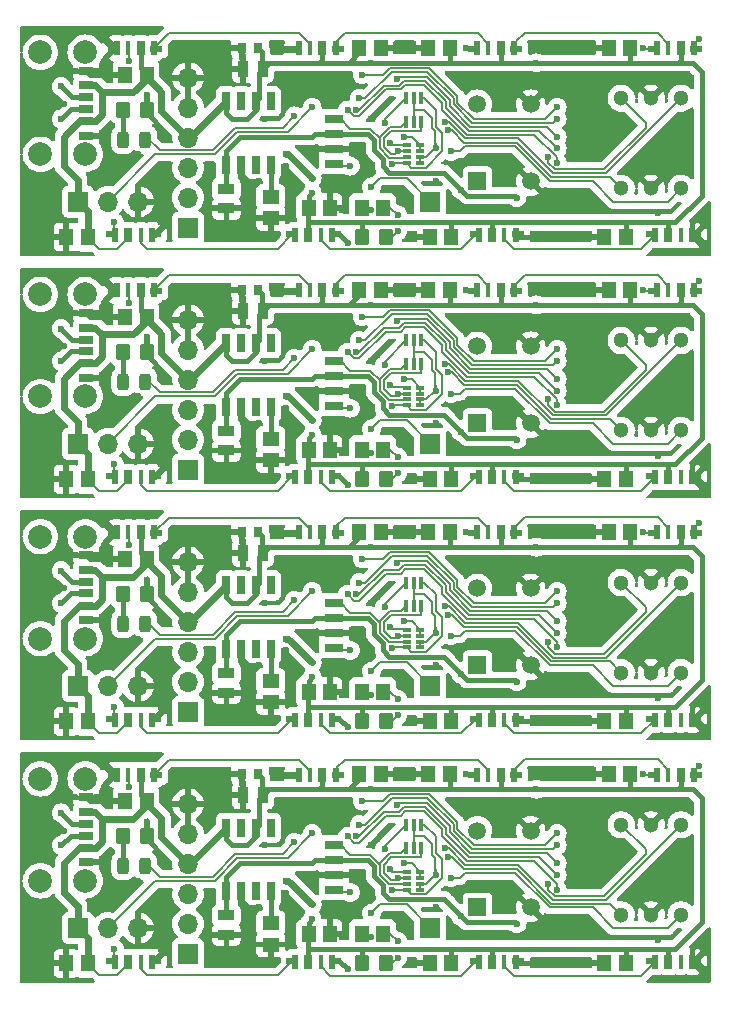
<source format=gtl>
%TF.GenerationSoftware,KiCad,Pcbnew,7.0.5*%
%TF.CreationDate,2023-11-06T22:37:59+10:00*%
%TF.ProjectId,TallyLight_Panel,54616c6c-794c-4696-9768-745f50616e65,rev?*%
%TF.SameCoordinates,Original*%
%TF.FileFunction,Copper,L1,Top*%
%TF.FilePolarity,Positive*%
%FSLAX46Y46*%
G04 Gerber Fmt 4.6, Leading zero omitted, Abs format (unit mm)*
G04 Created by KiCad (PCBNEW 7.0.5) date 2023-11-06 22:37:59*
%MOMM*%
%LPD*%
G01*
G04 APERTURE LIST*
G04 Aperture macros list*
%AMRoundRect*
0 Rectangle with rounded corners*
0 $1 Rounding radius*
0 $2 $3 $4 $5 $6 $7 $8 $9 X,Y pos of 4 corners*
0 Add a 4 corners polygon primitive as box body*
4,1,4,$2,$3,$4,$5,$6,$7,$8,$9,$2,$3,0*
0 Add four circle primitives for the rounded corners*
1,1,$1+$1,$2,$3*
1,1,$1+$1,$4,$5*
1,1,$1+$1,$6,$7*
1,1,$1+$1,$8,$9*
0 Add four rect primitives between the rounded corners*
20,1,$1+$1,$2,$3,$4,$5,0*
20,1,$1+$1,$4,$5,$6,$7,0*
20,1,$1+$1,$6,$7,$8,$9,0*
20,1,$1+$1,$8,$9,$2,$3,0*%
G04 Aperture macros list end*
%TA.AperFunction,SMDPad,CuDef*%
%ADD10R,1.000000X0.550000*%
%TD*%
%TA.AperFunction,SMDPad,CuDef*%
%ADD11R,0.550000X1.200000*%
%TD*%
%TA.AperFunction,SMDPad,CuDef*%
%ADD12R,0.700000X1.200000*%
%TD*%
%TA.AperFunction,SMDPad,CuDef*%
%ADD13R,0.450000X1.200000*%
%TD*%
%TA.AperFunction,SMDPad,CuDef*%
%ADD14R,0.910000X1.390000*%
%TD*%
%TA.AperFunction,SMDPad,CuDef*%
%ADD15R,0.750000X0.940000*%
%TD*%
%TA.AperFunction,SMDPad,CuDef*%
%ADD16R,1.150000X1.450000*%
%TD*%
%TA.AperFunction,SMDPad,CuDef*%
%ADD17RoundRect,0.243750X-0.243750X-0.456250X0.243750X-0.456250X0.243750X0.456250X-0.243750X0.456250X0*%
%TD*%
%TA.AperFunction,SMDPad,CuDef*%
%ADD18R,0.650000X0.300000*%
%TD*%
%TA.AperFunction,ComponentPad*%
%ADD19R,1.500000X1.500000*%
%TD*%
%TA.AperFunction,ComponentPad*%
%ADD20C,1.500000*%
%TD*%
%TA.AperFunction,SMDPad,CuDef*%
%ADD21R,1.600000X0.700000*%
%TD*%
%TA.AperFunction,ComponentPad*%
%ADD22R,1.700000X1.700000*%
%TD*%
%TA.AperFunction,ComponentPad*%
%ADD23O,1.700000X1.700000*%
%TD*%
%TA.AperFunction,SMDPad,CuDef*%
%ADD24RoundRect,0.250000X-0.350000X-0.450000X0.350000X-0.450000X0.350000X0.450000X-0.350000X0.450000X0*%
%TD*%
%TA.AperFunction,SMDPad,CuDef*%
%ADD25R,1.200000X0.700000*%
%TD*%
%TA.AperFunction,SMDPad,CuDef*%
%ADD26R,1.200000X0.760000*%
%TD*%
%TA.AperFunction,SMDPad,CuDef*%
%ADD27R,1.200000X0.800000*%
%TD*%
%TA.AperFunction,ComponentPad*%
%ADD28C,2.010000*%
%TD*%
%TA.AperFunction,SMDPad,CuDef*%
%ADD29RoundRect,0.250000X0.350000X0.450000X-0.350000X0.450000X-0.350000X-0.450000X0.350000X-0.450000X0*%
%TD*%
%TA.AperFunction,ComponentPad*%
%ADD30C,1.300000*%
%TD*%
%TA.AperFunction,SMDPad,CuDef*%
%ADD31R,1.450000X1.150000*%
%TD*%
%TA.AperFunction,SMDPad,CuDef*%
%ADD32R,1.390000X0.910000*%
%TD*%
%TA.AperFunction,SMDPad,CuDef*%
%ADD33R,0.400000X1.000000*%
%TD*%
%TA.AperFunction,SMDPad,CuDef*%
%ADD34R,0.700000X1.550000*%
%TD*%
%TA.AperFunction,ViaPad*%
%ADD35C,0.600000*%
%TD*%
%TA.AperFunction,Conductor*%
%ADD36C,0.200000*%
%TD*%
%TA.AperFunction,Conductor*%
%ADD37C,0.400000*%
%TD*%
%TA.AperFunction,Conductor*%
%ADD38C,0.127000*%
%TD*%
%TA.AperFunction,Conductor*%
%ADD39C,0.600000*%
%TD*%
G04 APERTURE END LIST*
D10*
%TO.P,U5,1,DIN*%
%TO.N,Net-(U4-DOUT)*%
X94350000Y-131650000D03*
D11*
X94575000Y-131725000D03*
D12*
%TO.P,U5,2,VDD*%
%TO.N,+5V*%
X95700000Y-131725000D03*
D13*
%TO.P,U5,3,DOUT*%
%TO.N,Net-(U5-DOUT)*%
X96726000Y-131725000D03*
D11*
%TO.P,U5,4,GND*%
%TO.N,GND*%
X97725000Y-131725000D03*
D10*
X97950000Y-131650000D03*
%TD*%
D14*
%TO.P,C11,1*%
%TO.N,+5V*%
X107070000Y-117625000D03*
%TO.P,C11,2*%
%TO.N,GND*%
X105430000Y-117625000D03*
%TD*%
D15*
%TO.P,C13,1*%
%TO.N,+5V*%
X106700000Y-115875000D03*
%TO.P,C13,2*%
%TO.N,GND*%
X105300000Y-115875000D03*
%TD*%
D16*
%TO.P,C7,1*%
%TO.N,GND*%
X136000000Y-131875000D03*
%TO.P,C7,2*%
%TO.N,+5V*%
X137800000Y-131875000D03*
%TD*%
%TO.P,C3,1*%
%TO.N,GND*%
X117050000Y-115875000D03*
%TO.P,C3,2*%
%TO.N,+5V*%
X115250000Y-115875000D03*
%TD*%
%TO.P,C2,1*%
%TO.N,GND*%
X121100000Y-115875000D03*
%TO.P,C2,2*%
%TO.N,+5V*%
X122900000Y-115875000D03*
%TD*%
%TO.P,C8,1*%
%TO.N,GND*%
X90450000Y-131875000D03*
%TO.P,C8,2*%
%TO.N,+5V*%
X92250000Y-131875000D03*
%TD*%
%TO.P,C15,1*%
%TO.N,/RST*%
X117250000Y-129375000D03*
%TO.P,C15,2*%
%TO.N,/DTR*%
X115450000Y-129375000D03*
%TD*%
D17*
%TO.P,D5,1,K*%
%TO.N,Net-(LED1-K)*%
X95250000Y-123625000D03*
%TO.P,D5,2,A*%
%TO.N,/LED*%
X97125000Y-123625000D03*
%TD*%
D10*
%TO.P,U6,1,DIN*%
%TO.N,Net-(U5-DOUT)*%
X109590000Y-131650000D03*
D11*
X109815000Y-131725000D03*
D12*
%TO.P,U6,2,VDD*%
%TO.N,+5V*%
X110940000Y-131725000D03*
D13*
%TO.P,U6,3,DOUT*%
%TO.N,Net-(U6-DOUT)*%
X111966000Y-131725000D03*
D11*
%TO.P,U6,4,GND*%
%TO.N,GND*%
X112965000Y-131725000D03*
D10*
X113190000Y-131650000D03*
%TD*%
D18*
%TO.P,RN1,1,1*%
%TO.N,/SCL*%
X119250000Y-124125000D03*
%TO.P,RN1,2,2*%
%TO.N,/SDA*%
X119250000Y-124625000D03*
%TO.P,RN1,3,3*%
%TO.N,/SCL_3V*%
X119250000Y-125125000D03*
%TO.P,RN1,4,4*%
%TO.N,/SDA_3V*%
X119250000Y-125625000D03*
%TO.P,RN1,5,5*%
%TO.N,+3V3*%
X120400000Y-125625000D03*
%TO.P,RN1,6,6*%
X120400000Y-125125000D03*
%TO.P,RN1,7,7*%
%TO.N,+5V*%
X120400000Y-124625000D03*
%TO.P,RN1,8,8*%
X120400000Y-124125000D03*
%TD*%
D10*
%TO.P,U2,1,DIN*%
%TO.N,Net-(U1-DOUT)*%
X128556000Y-115960000D03*
D11*
X128331000Y-115885000D03*
D12*
%TO.P,U2,2,VDD*%
%TO.N,+5V*%
X127206000Y-115885000D03*
D13*
%TO.P,U2,3,DOUT*%
%TO.N,Net-(U2-DOUT)*%
X126180000Y-115885000D03*
D11*
%TO.P,U2,4,GND*%
%TO.N,GND*%
X125181000Y-115885000D03*
D10*
X124956000Y-115960000D03*
%TD*%
%TO.P,U8,1,DIN*%
%TO.N,Net-(U7-DOUT)*%
X140070000Y-131650000D03*
D11*
X140295000Y-131725000D03*
D12*
%TO.P,U8,2,VDD*%
%TO.N,+5V*%
X141420000Y-131725000D03*
D13*
%TO.P,U8,3,DOUT*%
%TO.N,unconnected-(U8-DOUT-Pad3)*%
X142446000Y-131725000D03*
D11*
%TO.P,U8,4,GND*%
%TO.N,GND*%
X143445000Y-131725000D03*
D10*
X143670000Y-131650000D03*
%TD*%
D19*
%TO.P,SET,1,NO_1*%
%TO.N,unconnected-(SET1-NO_1-Pad1)*%
X125250000Y-127125000D03*
D20*
%TO.P,SET,2,NO_2*%
%TO.N,/BTN*%
X125250000Y-120625000D03*
%TO.P,SET,3,COM_1*%
%TO.N,GND*%
X129750000Y-127125000D03*
%TO.P,SET,4,COM_2*%
X129750000Y-120625000D03*
%TD*%
D10*
%TO.P,U3,1,DIN*%
%TO.N,Net-(U2-DOUT)*%
X113480000Y-115960000D03*
D11*
X113255000Y-115885000D03*
D12*
%TO.P,U3,2,VDD*%
%TO.N,+5V*%
X112130000Y-115885000D03*
D13*
%TO.P,U3,3,DOUT*%
%TO.N,Net-(U3-DOUT)*%
X111104000Y-115885000D03*
D11*
%TO.P,U3,4,GND*%
%TO.N,GND*%
X110105000Y-115885000D03*
D10*
X109880000Y-115960000D03*
%TD*%
D21*
%TO.P,VEML7700,1,SCL*%
%TO.N,/SCL_3V*%
X113100000Y-121870000D03*
%TO.P,VEML7700,2,VDD*%
%TO.N,+3V3*%
X113100000Y-123140000D03*
%TO.P,VEML7700,3,GND*%
%TO.N,GND*%
X113100000Y-124410000D03*
%TO.P,VEML7700,4,SDA*%
%TO.N,/SDA_3V*%
X113100000Y-125680000D03*
%TD*%
D22*
%TO.P,PROG,1,Pin_1*%
%TO.N,/DTR*%
X100750000Y-131075000D03*
D23*
%TO.P,PROG,2,Pin_2*%
%TO.N,/TXO*%
X100750000Y-128535000D03*
%TO.P,PROG,3,Pin_3*%
%TO.N,/RXI*%
X100750000Y-125995000D03*
%TO.P,PROG,4,Pin_4*%
%TO.N,+5V*%
X100750000Y-123455000D03*
%TO.P,PROG,5,Pin_5*%
%TO.N,GND*%
X100750000Y-120915000D03*
%TO.P,PROG,6,Pin_6*%
X100750000Y-118375000D03*
%TD*%
D22*
%TO.P,D2,1,Pin_1*%
%TO.N,Net-(IC3-PD2_(PTCXY{slash}INT0{slash}OC3B{slash}OC4B))*%
X121250000Y-128875000D03*
%TD*%
D16*
%TO.P,C4,1*%
%TO.N,GND*%
X95450000Y-118125000D03*
%TO.P,C4,2*%
%TO.N,+5V*%
X97250000Y-118125000D03*
%TD*%
D24*
%TO.P,R3,1*%
%TO.N,+5V*%
X115500000Y-131875000D03*
%TO.P,R3,2*%
%TO.N,/RST*%
X117500000Y-131875000D03*
%TD*%
D10*
%TO.P,U7,1,DIN*%
%TO.N,Net-(U6-DOUT)*%
X125120000Y-131650000D03*
D11*
X125345000Y-131725000D03*
D12*
%TO.P,U7,2,VDD*%
%TO.N,+5V*%
X126470000Y-131725000D03*
D13*
%TO.P,U7,3,DOUT*%
%TO.N,Net-(U7-DOUT)*%
X127496000Y-131725000D03*
D11*
%TO.P,U7,4,GND*%
%TO.N,GND*%
X128495000Y-131725000D03*
D10*
X128720000Y-131650000D03*
%TD*%
D16*
%TO.P,C6,1*%
%TO.N,GND*%
X121200000Y-131875000D03*
%TO.P,C6,2*%
%TO.N,+5V*%
X123000000Y-131875000D03*
%TD*%
D22*
%TO.P,J4,1,Pin_1*%
%TO.N,+5V*%
X91420000Y-128875000D03*
D23*
%TO.P,J4,2,Pin_2*%
%TO.N,/LED_DATA_2*%
X93960000Y-128875000D03*
%TO.P,J4,3,Pin_3*%
%TO.N,GND*%
X96500000Y-128875000D03*
%TD*%
D10*
%TO.P,U4,1,DIN*%
%TO.N,Net-(U3-DOUT)*%
X98076000Y-115960000D03*
D11*
X97851000Y-115885000D03*
D12*
%TO.P,U4,2,VDD*%
%TO.N,+5V*%
X96726000Y-115885000D03*
D13*
%TO.P,U4,3,DOUT*%
%TO.N,Net-(U4-DOUT)*%
X95700000Y-115885000D03*
D11*
%TO.P,U4,4,GND*%
%TO.N,GND*%
X94701000Y-115885000D03*
D10*
X94476000Y-115960000D03*
%TD*%
D25*
%TO.P,USB,A5,CC1*%
%TO.N,Net-(J1-CC1)*%
X92130000Y-120055000D03*
D26*
%TO.P,USB,A9,VBUS_1*%
%TO.N,+5V*%
X92130000Y-122075000D03*
D27*
%TO.P,USB,A12,GND_1*%
%TO.N,GND*%
X92130000Y-123305000D03*
D25*
%TO.P,USB,B5,CC2*%
%TO.N,Net-(J1-CC2)*%
X92130000Y-121055000D03*
D26*
%TO.P,USB,B9,VBUS_2*%
%TO.N,+5V*%
X92130000Y-119035000D03*
D27*
%TO.P,USB,B12,GND_2*%
%TO.N,GND*%
X92130000Y-117805000D03*
D28*
%TO.P,USB,MH1,MH1*%
%TO.N,unconnected-(J1-PadMH1)*%
X92050000Y-116235000D03*
%TO.P,USB,MH2,MH2*%
%TO.N,unconnected-(J1-PadMH2)*%
X88250000Y-116235000D03*
%TO.P,USB,MH3,MH3*%
%TO.N,unconnected-(J1-PadMH3)*%
X88250000Y-124875000D03*
%TO.P,USB,MH4,MH4*%
%TO.N,unconnected-(J1-PadMH4)*%
X92050000Y-124875000D03*
%TD*%
D29*
%TO.P,R6,1*%
%TO.N,GND*%
X97250000Y-121125000D03*
%TO.P,R6,2*%
%TO.N,Net-(LED1-K)*%
X95250000Y-121125000D03*
%TD*%
D30*
%TO.P,TALLY #,1,1*%
%TO.N,/HEX_1*%
X142500000Y-120125000D03*
%TO.P,TALLY #,2,2*%
%TO.N,/HEX_2*%
X137420000Y-127745000D03*
%TO.P,TALLY #,4,4*%
%TO.N,/HEX_4*%
X137420000Y-120125000D03*
%TO.P,TALLY #,8,8*%
%TO.N,/HEX_8*%
X142500000Y-127745000D03*
%TO.P,TALLY #,C1,C1*%
%TO.N,GND*%
X139960000Y-120125000D03*
%TO.P,TALLY #,C2,C2*%
X139960000Y-127745000D03*
%TD*%
D10*
%TO.P,U1,1,DIN*%
%TO.N,/LED_DATA*%
X143796000Y-115960000D03*
D11*
X143571000Y-115885000D03*
D12*
%TO.P,U1,2,VDD*%
%TO.N,+5V*%
X142446000Y-115885000D03*
D13*
%TO.P,U1,3,DOUT*%
%TO.N,Net-(U1-DOUT)*%
X141420000Y-115885000D03*
D11*
%TO.P,U1,4,GND*%
%TO.N,GND*%
X140421000Y-115885000D03*
D10*
X140196000Y-115960000D03*
%TD*%
D31*
%TO.P,C10,1*%
%TO.N,Net-(IC1-BYPASS)*%
X107750000Y-128475000D03*
%TO.P,C10,2*%
%TO.N,GND*%
X107750000Y-130275000D03*
%TD*%
D16*
%TO.P,C1,1*%
%TO.N,GND*%
X136350000Y-115875000D03*
%TO.P,C1,2*%
%TO.N,+5V*%
X138150000Y-115875000D03*
%TD*%
%TO.P,C5,1*%
%TO.N,GND*%
X112750000Y-129375000D03*
%TO.P,C5,2*%
%TO.N,+5V*%
X110950000Y-129375000D03*
%TD*%
D32*
%TO.P,C9,1*%
%TO.N,+3V3*%
X104000000Y-127805000D03*
%TO.P,C9,2*%
%TO.N,GND*%
X104000000Y-129445000D03*
%TD*%
D33*
%TO.P,Q1,1,S2*%
%TO.N,/SCL_3V*%
X119200000Y-122125000D03*
%TO.P,Q1,2,G2*%
%TO.N,+3V3*%
X119850000Y-122125000D03*
%TO.P,Q1,3,D1*%
%TO.N,/SDA*%
X120500000Y-122125000D03*
%TO.P,Q1,4,S1*%
%TO.N,/SDA_3V*%
X120500000Y-120125000D03*
%TO.P,Q1,5,G1*%
%TO.N,+3V3*%
X119850000Y-120125000D03*
%TO.P,Q1,6,D2*%
%TO.N,/SCL*%
X119200000Y-120125000D03*
%TD*%
D34*
%TO.P,TC1263,1,VOUT*%
%TO.N,+3V3*%
X103960000Y-125775000D03*
%TO.P,TC1263,2,GND*%
%TO.N,GND*%
X105230000Y-125775000D03*
%TO.P,TC1263,3,NC_1*%
%TO.N,unconnected-(IC1-NC_1-Pad3)*%
X106500000Y-125775000D03*
%TO.P,TC1263,4,BYPASS*%
%TO.N,Net-(IC1-BYPASS)*%
X107770000Y-125775000D03*
%TO.P,TC1263,5,~{ERROR}*%
%TO.N,unconnected-(IC1-~{ERROR}-Pad5)*%
X107770000Y-120375000D03*
%TO.P,TC1263,6,~{SHDN}*%
%TO.N,+5V*%
X106500000Y-120375000D03*
%TO.P,TC1263,7,NC_2*%
%TO.N,unconnected-(IC1-NC_2-Pad7)*%
X105230000Y-120375000D03*
%TO.P,TC1263,8,VIN*%
%TO.N,+5V*%
X103960000Y-120375000D03*
%TD*%
D22*
%TO.P,D2,1,Pin_1*%
%TO.N,Net-(IC3-PD2_(PTCXY{slash}INT0{slash}OC3B{slash}OC4B))*%
X121250000Y-108375000D03*
%TD*%
D10*
%TO.P,U5,1,DIN*%
%TO.N,Net-(U4-DOUT)*%
X94350000Y-111150000D03*
D11*
X94575000Y-111225000D03*
D12*
%TO.P,U5,2,VDD*%
%TO.N,+5V*%
X95700000Y-111225000D03*
D13*
%TO.P,U5,3,DOUT*%
%TO.N,Net-(U5-DOUT)*%
X96726000Y-111225000D03*
D11*
%TO.P,U5,4,GND*%
%TO.N,GND*%
X97725000Y-111225000D03*
D10*
X97950000Y-111150000D03*
%TD*%
%TO.P,U4,1,DIN*%
%TO.N,Net-(U3-DOUT)*%
X98076000Y-95460000D03*
D11*
X97851000Y-95385000D03*
D12*
%TO.P,U4,2,VDD*%
%TO.N,+5V*%
X96726000Y-95385000D03*
D13*
%TO.P,U4,3,DOUT*%
%TO.N,Net-(U4-DOUT)*%
X95700000Y-95385000D03*
D11*
%TO.P,U4,4,GND*%
%TO.N,GND*%
X94701000Y-95385000D03*
D10*
X94476000Y-95460000D03*
%TD*%
D15*
%TO.P,C13,1*%
%TO.N,+5V*%
X106700000Y-95375000D03*
%TO.P,C13,2*%
%TO.N,GND*%
X105300000Y-95375000D03*
%TD*%
D16*
%TO.P,C3,1*%
%TO.N,GND*%
X117050000Y-95375000D03*
%TO.P,C3,2*%
%TO.N,+5V*%
X115250000Y-95375000D03*
%TD*%
%TO.P,C2,1*%
%TO.N,GND*%
X121100000Y-95375000D03*
%TO.P,C2,2*%
%TO.N,+5V*%
X122900000Y-95375000D03*
%TD*%
D17*
%TO.P,D5,1,K*%
%TO.N,Net-(LED1-K)*%
X95250000Y-103125000D03*
%TO.P,D5,2,A*%
%TO.N,/LED*%
X97125000Y-103125000D03*
%TD*%
D10*
%TO.P,U6,1,DIN*%
%TO.N,Net-(U5-DOUT)*%
X109590000Y-111150000D03*
D11*
X109815000Y-111225000D03*
D12*
%TO.P,U6,2,VDD*%
%TO.N,+5V*%
X110940000Y-111225000D03*
D13*
%TO.P,U6,3,DOUT*%
%TO.N,Net-(U6-DOUT)*%
X111966000Y-111225000D03*
D11*
%TO.P,U6,4,GND*%
%TO.N,GND*%
X112965000Y-111225000D03*
D10*
X113190000Y-111150000D03*
%TD*%
D18*
%TO.P,RN1,1,1*%
%TO.N,/SCL*%
X119250000Y-103625000D03*
%TO.P,RN1,2,2*%
%TO.N,/SDA*%
X119250000Y-104125000D03*
%TO.P,RN1,3,3*%
%TO.N,/SCL_3V*%
X119250000Y-104625000D03*
%TO.P,RN1,4,4*%
%TO.N,/SDA_3V*%
X119250000Y-105125000D03*
%TO.P,RN1,5,5*%
%TO.N,+3V3*%
X120400000Y-105125000D03*
%TO.P,RN1,6,6*%
X120400000Y-104625000D03*
%TO.P,RN1,7,7*%
%TO.N,+5V*%
X120400000Y-104125000D03*
%TO.P,RN1,8,8*%
X120400000Y-103625000D03*
%TD*%
D10*
%TO.P,U2,1,DIN*%
%TO.N,Net-(U1-DOUT)*%
X128556000Y-95460000D03*
D11*
X128331000Y-95385000D03*
D12*
%TO.P,U2,2,VDD*%
%TO.N,+5V*%
X127206000Y-95385000D03*
D13*
%TO.P,U2,3,DOUT*%
%TO.N,Net-(U2-DOUT)*%
X126180000Y-95385000D03*
D11*
%TO.P,U2,4,GND*%
%TO.N,GND*%
X125181000Y-95385000D03*
D10*
X124956000Y-95460000D03*
%TD*%
%TO.P,U8,1,DIN*%
%TO.N,Net-(U7-DOUT)*%
X140070000Y-111150000D03*
D11*
X140295000Y-111225000D03*
D12*
%TO.P,U8,2,VDD*%
%TO.N,+5V*%
X141420000Y-111225000D03*
D13*
%TO.P,U8,3,DOUT*%
%TO.N,unconnected-(U8-DOUT-Pad3)*%
X142446000Y-111225000D03*
D11*
%TO.P,U8,4,GND*%
%TO.N,GND*%
X143445000Y-111225000D03*
D10*
X143670000Y-111150000D03*
%TD*%
D19*
%TO.P,SET,1,NO_1*%
%TO.N,unconnected-(SET1-NO_1-Pad1)*%
X125250000Y-106625000D03*
D20*
%TO.P,SET,2,NO_2*%
%TO.N,/BTN*%
X125250000Y-100125000D03*
%TO.P,SET,3,COM_1*%
%TO.N,GND*%
X129750000Y-106625000D03*
%TO.P,SET,4,COM_2*%
X129750000Y-100125000D03*
%TD*%
D10*
%TO.P,U3,1,DIN*%
%TO.N,Net-(U2-DOUT)*%
X113480000Y-95460000D03*
D11*
X113255000Y-95385000D03*
D12*
%TO.P,U3,2,VDD*%
%TO.N,+5V*%
X112130000Y-95385000D03*
D13*
%TO.P,U3,3,DOUT*%
%TO.N,Net-(U3-DOUT)*%
X111104000Y-95385000D03*
D11*
%TO.P,U3,4,GND*%
%TO.N,GND*%
X110105000Y-95385000D03*
D10*
X109880000Y-95460000D03*
%TD*%
D24*
%TO.P,R3,1*%
%TO.N,+5V*%
X115500000Y-111375000D03*
%TO.P,R3,2*%
%TO.N,/RST*%
X117500000Y-111375000D03*
%TD*%
D21*
%TO.P,VEML7700,1,SCL*%
%TO.N,/SCL_3V*%
X113100000Y-101370000D03*
%TO.P,VEML7700,2,VDD*%
%TO.N,+3V3*%
X113100000Y-102640000D03*
%TO.P,VEML7700,3,GND*%
%TO.N,GND*%
X113100000Y-103910000D03*
%TO.P,VEML7700,4,SDA*%
%TO.N,/SDA_3V*%
X113100000Y-105180000D03*
%TD*%
D22*
%TO.P,PROG,1,Pin_1*%
%TO.N,/DTR*%
X100750000Y-110575000D03*
D23*
%TO.P,PROG,2,Pin_2*%
%TO.N,/TXO*%
X100750000Y-108035000D03*
%TO.P,PROG,3,Pin_3*%
%TO.N,/RXI*%
X100750000Y-105495000D03*
%TO.P,PROG,4,Pin_4*%
%TO.N,+5V*%
X100750000Y-102955000D03*
%TO.P,PROG,5,Pin_5*%
%TO.N,GND*%
X100750000Y-100415000D03*
%TO.P,PROG,6,Pin_6*%
X100750000Y-97875000D03*
%TD*%
D16*
%TO.P,C4,1*%
%TO.N,GND*%
X95450000Y-97625000D03*
%TO.P,C4,2*%
%TO.N,+5V*%
X97250000Y-97625000D03*
%TD*%
D10*
%TO.P,U7,1,DIN*%
%TO.N,Net-(U6-DOUT)*%
X125120000Y-111150000D03*
D11*
X125345000Y-111225000D03*
D12*
%TO.P,U7,2,VDD*%
%TO.N,+5V*%
X126470000Y-111225000D03*
D13*
%TO.P,U7,3,DOUT*%
%TO.N,Net-(U7-DOUT)*%
X127496000Y-111225000D03*
D11*
%TO.P,U7,4,GND*%
%TO.N,GND*%
X128495000Y-111225000D03*
D10*
X128720000Y-111150000D03*
%TD*%
D14*
%TO.P,C11,1*%
%TO.N,+5V*%
X107070000Y-97125000D03*
%TO.P,C11,2*%
%TO.N,GND*%
X105430000Y-97125000D03*
%TD*%
D16*
%TO.P,C6,1*%
%TO.N,GND*%
X121200000Y-111375000D03*
%TO.P,C6,2*%
%TO.N,+5V*%
X123000000Y-111375000D03*
%TD*%
D22*
%TO.P,J4,1,Pin_1*%
%TO.N,+5V*%
X91420000Y-108375000D03*
D23*
%TO.P,J4,2,Pin_2*%
%TO.N,/LED_DATA_2*%
X93960000Y-108375000D03*
%TO.P,J4,3,Pin_3*%
%TO.N,GND*%
X96500000Y-108375000D03*
%TD*%
D25*
%TO.P,USB,A5,CC1*%
%TO.N,Net-(J1-CC1)*%
X92130000Y-99555000D03*
D26*
%TO.P,USB,A9,VBUS_1*%
%TO.N,+5V*%
X92130000Y-101575000D03*
D27*
%TO.P,USB,A12,GND_1*%
%TO.N,GND*%
X92130000Y-102805000D03*
D25*
%TO.P,USB,B5,CC2*%
%TO.N,Net-(J1-CC2)*%
X92130000Y-100555000D03*
D26*
%TO.P,USB,B9,VBUS_2*%
%TO.N,+5V*%
X92130000Y-98535000D03*
D27*
%TO.P,USB,B12,GND_2*%
%TO.N,GND*%
X92130000Y-97305000D03*
D28*
%TO.P,USB,MH1,MH1*%
%TO.N,unconnected-(J1-PadMH1)*%
X92050000Y-95735000D03*
%TO.P,USB,MH2,MH2*%
%TO.N,unconnected-(J1-PadMH2)*%
X88250000Y-95735000D03*
%TO.P,USB,MH3,MH3*%
%TO.N,unconnected-(J1-PadMH3)*%
X88250000Y-104375000D03*
%TO.P,USB,MH4,MH4*%
%TO.N,unconnected-(J1-PadMH4)*%
X92050000Y-104375000D03*
%TD*%
D29*
%TO.P,R6,1*%
%TO.N,GND*%
X97250000Y-100625000D03*
%TO.P,R6,2*%
%TO.N,Net-(LED1-K)*%
X95250000Y-100625000D03*
%TD*%
D16*
%TO.P,C7,1*%
%TO.N,GND*%
X136000000Y-111375000D03*
%TO.P,C7,2*%
%TO.N,+5V*%
X137800000Y-111375000D03*
%TD*%
D30*
%TO.P,TALLY #,1,1*%
%TO.N,/HEX_1*%
X142500000Y-99625000D03*
%TO.P,TALLY #,2,2*%
%TO.N,/HEX_2*%
X137420000Y-107245000D03*
%TO.P,TALLY #,4,4*%
%TO.N,/HEX_4*%
X137420000Y-99625000D03*
%TO.P,TALLY #,8,8*%
%TO.N,/HEX_8*%
X142500000Y-107245000D03*
%TO.P,TALLY #,C1,C1*%
%TO.N,GND*%
X139960000Y-99625000D03*
%TO.P,TALLY #,C2,C2*%
X139960000Y-107245000D03*
%TD*%
D10*
%TO.P,U1,1,DIN*%
%TO.N,/LED_DATA*%
X143796000Y-95460000D03*
D11*
X143571000Y-95385000D03*
D12*
%TO.P,U1,2,VDD*%
%TO.N,+5V*%
X142446000Y-95385000D03*
D13*
%TO.P,U1,3,DOUT*%
%TO.N,Net-(U1-DOUT)*%
X141420000Y-95385000D03*
D11*
%TO.P,U1,4,GND*%
%TO.N,GND*%
X140421000Y-95385000D03*
D10*
X140196000Y-95460000D03*
%TD*%
D31*
%TO.P,C10,1*%
%TO.N,Net-(IC1-BYPASS)*%
X107750000Y-107975000D03*
%TO.P,C10,2*%
%TO.N,GND*%
X107750000Y-109775000D03*
%TD*%
D16*
%TO.P,C15,1*%
%TO.N,/RST*%
X117250000Y-108875000D03*
%TO.P,C15,2*%
%TO.N,/DTR*%
X115450000Y-108875000D03*
%TD*%
%TO.P,C1,1*%
%TO.N,GND*%
X136350000Y-95375000D03*
%TO.P,C1,2*%
%TO.N,+5V*%
X138150000Y-95375000D03*
%TD*%
%TO.P,C8,1*%
%TO.N,GND*%
X90450000Y-111375000D03*
%TO.P,C8,2*%
%TO.N,+5V*%
X92250000Y-111375000D03*
%TD*%
%TO.P,C5,1*%
%TO.N,GND*%
X112750000Y-108875000D03*
%TO.P,C5,2*%
%TO.N,+5V*%
X110950000Y-108875000D03*
%TD*%
D32*
%TO.P,C9,1*%
%TO.N,+3V3*%
X104000000Y-107305000D03*
%TO.P,C9,2*%
%TO.N,GND*%
X104000000Y-108945000D03*
%TD*%
D33*
%TO.P,Q1,1,S2*%
%TO.N,/SCL_3V*%
X119200000Y-101625000D03*
%TO.P,Q1,2,G2*%
%TO.N,+3V3*%
X119850000Y-101625000D03*
%TO.P,Q1,3,D1*%
%TO.N,/SDA*%
X120500000Y-101625000D03*
%TO.P,Q1,4,S1*%
%TO.N,/SDA_3V*%
X120500000Y-99625000D03*
%TO.P,Q1,5,G1*%
%TO.N,+3V3*%
X119850000Y-99625000D03*
%TO.P,Q1,6,D2*%
%TO.N,/SCL*%
X119200000Y-99625000D03*
%TD*%
D34*
%TO.P,TC1263,1,VOUT*%
%TO.N,+3V3*%
X103960000Y-105275000D03*
%TO.P,TC1263,2,GND*%
%TO.N,GND*%
X105230000Y-105275000D03*
%TO.P,TC1263,3,NC_1*%
%TO.N,unconnected-(IC1-NC_1-Pad3)*%
X106500000Y-105275000D03*
%TO.P,TC1263,4,BYPASS*%
%TO.N,Net-(IC1-BYPASS)*%
X107770000Y-105275000D03*
%TO.P,TC1263,5,~{ERROR}*%
%TO.N,unconnected-(IC1-~{ERROR}-Pad5)*%
X107770000Y-99875000D03*
%TO.P,TC1263,6,~{SHDN}*%
%TO.N,+5V*%
X106500000Y-99875000D03*
%TO.P,TC1263,7,NC_2*%
%TO.N,unconnected-(IC1-NC_2-Pad7)*%
X105230000Y-99875000D03*
%TO.P,TC1263,8,VIN*%
%TO.N,+5V*%
X103960000Y-99875000D03*
%TD*%
D22*
%TO.P,D2,1,Pin_1*%
%TO.N,Net-(IC3-PD2_(PTCXY{slash}INT0{slash}OC3B{slash}OC4B))*%
X121250000Y-87875000D03*
%TD*%
D10*
%TO.P,U5,1,DIN*%
%TO.N,Net-(U4-DOUT)*%
X94350000Y-90650000D03*
D11*
X94575000Y-90725000D03*
D12*
%TO.P,U5,2,VDD*%
%TO.N,+5V*%
X95700000Y-90725000D03*
D13*
%TO.P,U5,3,DOUT*%
%TO.N,Net-(U5-DOUT)*%
X96726000Y-90725000D03*
D11*
%TO.P,U5,4,GND*%
%TO.N,GND*%
X97725000Y-90725000D03*
D10*
X97950000Y-90650000D03*
%TD*%
%TO.P,U4,1,DIN*%
%TO.N,Net-(U3-DOUT)*%
X98076000Y-74960000D03*
D11*
X97851000Y-74885000D03*
D12*
%TO.P,U4,2,VDD*%
%TO.N,+5V*%
X96726000Y-74885000D03*
D13*
%TO.P,U4,3,DOUT*%
%TO.N,Net-(U4-DOUT)*%
X95700000Y-74885000D03*
D11*
%TO.P,U4,4,GND*%
%TO.N,GND*%
X94701000Y-74885000D03*
D10*
X94476000Y-74960000D03*
%TD*%
D14*
%TO.P,C11,1*%
%TO.N,+5V*%
X107070000Y-76625000D03*
%TO.P,C11,2*%
%TO.N,GND*%
X105430000Y-76625000D03*
%TD*%
D15*
%TO.P,C13,1*%
%TO.N,+5V*%
X106700000Y-74875000D03*
%TO.P,C13,2*%
%TO.N,GND*%
X105300000Y-74875000D03*
%TD*%
D16*
%TO.P,C7,1*%
%TO.N,GND*%
X136000000Y-90875000D03*
%TO.P,C7,2*%
%TO.N,+5V*%
X137800000Y-90875000D03*
%TD*%
%TO.P,C8,1*%
%TO.N,GND*%
X90450000Y-90875000D03*
%TO.P,C8,2*%
%TO.N,+5V*%
X92250000Y-90875000D03*
%TD*%
%TO.P,C2,1*%
%TO.N,GND*%
X121100000Y-74875000D03*
%TO.P,C2,2*%
%TO.N,+5V*%
X122900000Y-74875000D03*
%TD*%
%TO.P,C15,1*%
%TO.N,/RST*%
X117250000Y-88375000D03*
%TO.P,C15,2*%
%TO.N,/DTR*%
X115450000Y-88375000D03*
%TD*%
D17*
%TO.P,D5,1,K*%
%TO.N,Net-(LED1-K)*%
X95250000Y-82625000D03*
%TO.P,D5,2,A*%
%TO.N,/LED*%
X97125000Y-82625000D03*
%TD*%
D10*
%TO.P,U6,1,DIN*%
%TO.N,Net-(U5-DOUT)*%
X109590000Y-90650000D03*
D11*
X109815000Y-90725000D03*
D12*
%TO.P,U6,2,VDD*%
%TO.N,+5V*%
X110940000Y-90725000D03*
D13*
%TO.P,U6,3,DOUT*%
%TO.N,Net-(U6-DOUT)*%
X111966000Y-90725000D03*
D11*
%TO.P,U6,4,GND*%
%TO.N,GND*%
X112965000Y-90725000D03*
D10*
X113190000Y-90650000D03*
%TD*%
D18*
%TO.P,RN1,1,1*%
%TO.N,/SCL*%
X119250000Y-83125000D03*
%TO.P,RN1,2,2*%
%TO.N,/SDA*%
X119250000Y-83625000D03*
%TO.P,RN1,3,3*%
%TO.N,/SCL_3V*%
X119250000Y-84125000D03*
%TO.P,RN1,4,4*%
%TO.N,/SDA_3V*%
X119250000Y-84625000D03*
%TO.P,RN1,5,5*%
%TO.N,+3V3*%
X120400000Y-84625000D03*
%TO.P,RN1,6,6*%
X120400000Y-84125000D03*
%TO.P,RN1,7,7*%
%TO.N,+5V*%
X120400000Y-83625000D03*
%TO.P,RN1,8,8*%
X120400000Y-83125000D03*
%TD*%
D10*
%TO.P,U2,1,DIN*%
%TO.N,Net-(U1-DOUT)*%
X128556000Y-74960000D03*
D11*
X128331000Y-74885000D03*
D12*
%TO.P,U2,2,VDD*%
%TO.N,+5V*%
X127206000Y-74885000D03*
D13*
%TO.P,U2,3,DOUT*%
%TO.N,Net-(U2-DOUT)*%
X126180000Y-74885000D03*
D11*
%TO.P,U2,4,GND*%
%TO.N,GND*%
X125181000Y-74885000D03*
D10*
X124956000Y-74960000D03*
%TD*%
D19*
%TO.P,SET,1,NO_1*%
%TO.N,unconnected-(SET1-NO_1-Pad1)*%
X125250000Y-86125000D03*
D20*
%TO.P,SET,2,NO_2*%
%TO.N,/BTN*%
X125250000Y-79625000D03*
%TO.P,SET,3,COM_1*%
%TO.N,GND*%
X129750000Y-86125000D03*
%TO.P,SET,4,COM_2*%
X129750000Y-79625000D03*
%TD*%
D24*
%TO.P,R3,1*%
%TO.N,+5V*%
X115500000Y-90875000D03*
%TO.P,R3,2*%
%TO.N,/RST*%
X117500000Y-90875000D03*
%TD*%
D21*
%TO.P,VEML7700,1,SCL*%
%TO.N,/SCL_3V*%
X113100000Y-80870000D03*
%TO.P,VEML7700,2,VDD*%
%TO.N,+3V3*%
X113100000Y-82140000D03*
%TO.P,VEML7700,3,GND*%
%TO.N,GND*%
X113100000Y-83410000D03*
%TO.P,VEML7700,4,SDA*%
%TO.N,/SDA_3V*%
X113100000Y-84680000D03*
%TD*%
D22*
%TO.P,PROG,1,Pin_1*%
%TO.N,/DTR*%
X100750000Y-90075000D03*
D23*
%TO.P,PROG,2,Pin_2*%
%TO.N,/TXO*%
X100750000Y-87535000D03*
%TO.P,PROG,3,Pin_3*%
%TO.N,/RXI*%
X100750000Y-84995000D03*
%TO.P,PROG,4,Pin_4*%
%TO.N,+5V*%
X100750000Y-82455000D03*
%TO.P,PROG,5,Pin_5*%
%TO.N,GND*%
X100750000Y-79915000D03*
%TO.P,PROG,6,Pin_6*%
X100750000Y-77375000D03*
%TD*%
D16*
%TO.P,C4,1*%
%TO.N,GND*%
X95450000Y-77125000D03*
%TO.P,C4,2*%
%TO.N,+5V*%
X97250000Y-77125000D03*
%TD*%
%TO.P,C3,1*%
%TO.N,GND*%
X117050000Y-74875000D03*
%TO.P,C3,2*%
%TO.N,+5V*%
X115250000Y-74875000D03*
%TD*%
D10*
%TO.P,U7,1,DIN*%
%TO.N,Net-(U6-DOUT)*%
X125120000Y-90650000D03*
D11*
X125345000Y-90725000D03*
D12*
%TO.P,U7,2,VDD*%
%TO.N,+5V*%
X126470000Y-90725000D03*
D13*
%TO.P,U7,3,DOUT*%
%TO.N,Net-(U7-DOUT)*%
X127496000Y-90725000D03*
D11*
%TO.P,U7,4,GND*%
%TO.N,GND*%
X128495000Y-90725000D03*
D10*
X128720000Y-90650000D03*
%TD*%
%TO.P,U3,1,DIN*%
%TO.N,Net-(U2-DOUT)*%
X113480000Y-74960000D03*
D11*
X113255000Y-74885000D03*
D12*
%TO.P,U3,2,VDD*%
%TO.N,+5V*%
X112130000Y-74885000D03*
D13*
%TO.P,U3,3,DOUT*%
%TO.N,Net-(U3-DOUT)*%
X111104000Y-74885000D03*
D11*
%TO.P,U3,4,GND*%
%TO.N,GND*%
X110105000Y-74885000D03*
D10*
X109880000Y-74960000D03*
%TD*%
D16*
%TO.P,C6,1*%
%TO.N,GND*%
X121200000Y-90875000D03*
%TO.P,C6,2*%
%TO.N,+5V*%
X123000000Y-90875000D03*
%TD*%
D10*
%TO.P,U8,1,DIN*%
%TO.N,Net-(U7-DOUT)*%
X140070000Y-90650000D03*
D11*
X140295000Y-90725000D03*
D12*
%TO.P,U8,2,VDD*%
%TO.N,+5V*%
X141420000Y-90725000D03*
D13*
%TO.P,U8,3,DOUT*%
%TO.N,unconnected-(U8-DOUT-Pad3)*%
X142446000Y-90725000D03*
D11*
%TO.P,U8,4,GND*%
%TO.N,GND*%
X143445000Y-90725000D03*
D10*
X143670000Y-90650000D03*
%TD*%
D22*
%TO.P,J4,1,Pin_1*%
%TO.N,+5V*%
X91420000Y-87875000D03*
D23*
%TO.P,J4,2,Pin_2*%
%TO.N,/LED_DATA_2*%
X93960000Y-87875000D03*
%TO.P,J4,3,Pin_3*%
%TO.N,GND*%
X96500000Y-87875000D03*
%TD*%
D25*
%TO.P,USB,A5,CC1*%
%TO.N,Net-(J1-CC1)*%
X92130000Y-79055000D03*
D26*
%TO.P,USB,A9,VBUS_1*%
%TO.N,+5V*%
X92130000Y-81075000D03*
D27*
%TO.P,USB,A12,GND_1*%
%TO.N,GND*%
X92130000Y-82305000D03*
D25*
%TO.P,USB,B5,CC2*%
%TO.N,Net-(J1-CC2)*%
X92130000Y-80055000D03*
D26*
%TO.P,USB,B9,VBUS_2*%
%TO.N,+5V*%
X92130000Y-78035000D03*
D27*
%TO.P,USB,B12,GND_2*%
%TO.N,GND*%
X92130000Y-76805000D03*
D28*
%TO.P,USB,MH1,MH1*%
%TO.N,unconnected-(J1-PadMH1)*%
X92050000Y-75235000D03*
%TO.P,USB,MH2,MH2*%
%TO.N,unconnected-(J1-PadMH2)*%
X88250000Y-75235000D03*
%TO.P,USB,MH3,MH3*%
%TO.N,unconnected-(J1-PadMH3)*%
X88250000Y-83875000D03*
%TO.P,USB,MH4,MH4*%
%TO.N,unconnected-(J1-PadMH4)*%
X92050000Y-83875000D03*
%TD*%
D29*
%TO.P,R6,1*%
%TO.N,GND*%
X97250000Y-80125000D03*
%TO.P,R6,2*%
%TO.N,Net-(LED1-K)*%
X95250000Y-80125000D03*
%TD*%
D10*
%TO.P,U1,1,DIN*%
%TO.N,/LED_DATA*%
X143796000Y-74960000D03*
D11*
X143571000Y-74885000D03*
D12*
%TO.P,U1,2,VDD*%
%TO.N,+5V*%
X142446000Y-74885000D03*
D13*
%TO.P,U1,3,DOUT*%
%TO.N,Net-(U1-DOUT)*%
X141420000Y-74885000D03*
D11*
%TO.P,U1,4,GND*%
%TO.N,GND*%
X140421000Y-74885000D03*
D10*
X140196000Y-74960000D03*
%TD*%
D31*
%TO.P,C10,1*%
%TO.N,Net-(IC1-BYPASS)*%
X107750000Y-87475000D03*
%TO.P,C10,2*%
%TO.N,GND*%
X107750000Y-89275000D03*
%TD*%
D30*
%TO.P,TALLY #,1,1*%
%TO.N,/HEX_1*%
X142500000Y-79125000D03*
%TO.P,TALLY #,2,2*%
%TO.N,/HEX_2*%
X137420000Y-86745000D03*
%TO.P,TALLY #,4,4*%
%TO.N,/HEX_4*%
X137420000Y-79125000D03*
%TO.P,TALLY #,8,8*%
%TO.N,/HEX_8*%
X142500000Y-86745000D03*
%TO.P,TALLY #,C1,C1*%
%TO.N,GND*%
X139960000Y-79125000D03*
%TO.P,TALLY #,C2,C2*%
X139960000Y-86745000D03*
%TD*%
D16*
%TO.P,C1,1*%
%TO.N,GND*%
X136350000Y-74875000D03*
%TO.P,C1,2*%
%TO.N,+5V*%
X138150000Y-74875000D03*
%TD*%
%TO.P,C5,1*%
%TO.N,GND*%
X112750000Y-88375000D03*
%TO.P,C5,2*%
%TO.N,+5V*%
X110950000Y-88375000D03*
%TD*%
D32*
%TO.P,C9,1*%
%TO.N,+3V3*%
X104000000Y-86805000D03*
%TO.P,C9,2*%
%TO.N,GND*%
X104000000Y-88445000D03*
%TD*%
D33*
%TO.P,Q1,1,S2*%
%TO.N,/SCL_3V*%
X119200000Y-81125000D03*
%TO.P,Q1,2,G2*%
%TO.N,+3V3*%
X119850000Y-81125000D03*
%TO.P,Q1,3,D1*%
%TO.N,/SDA*%
X120500000Y-81125000D03*
%TO.P,Q1,4,S1*%
%TO.N,/SDA_3V*%
X120500000Y-79125000D03*
%TO.P,Q1,5,G1*%
%TO.N,+3V3*%
X119850000Y-79125000D03*
%TO.P,Q1,6,D2*%
%TO.N,/SCL*%
X119200000Y-79125000D03*
%TD*%
D34*
%TO.P,TC1263,1,VOUT*%
%TO.N,+3V3*%
X103960000Y-84775000D03*
%TO.P,TC1263,2,GND*%
%TO.N,GND*%
X105230000Y-84775000D03*
%TO.P,TC1263,3,NC_1*%
%TO.N,unconnected-(IC1-NC_1-Pad3)*%
X106500000Y-84775000D03*
%TO.P,TC1263,4,BYPASS*%
%TO.N,Net-(IC1-BYPASS)*%
X107770000Y-84775000D03*
%TO.P,TC1263,5,~{ERROR}*%
%TO.N,unconnected-(IC1-~{ERROR}-Pad5)*%
X107770000Y-79375000D03*
%TO.P,TC1263,6,~{SHDN}*%
%TO.N,+5V*%
X106500000Y-79375000D03*
%TO.P,TC1263,7,NC_2*%
%TO.N,unconnected-(IC1-NC_2-Pad7)*%
X105230000Y-79375000D03*
%TO.P,TC1263,8,VIN*%
%TO.N,+5V*%
X103960000Y-79375000D03*
%TD*%
D25*
%TO.P,USB,A5,CC1*%
%TO.N,Net-(J1-CC1)*%
X92130000Y-58555000D03*
D26*
%TO.P,USB,A9,VBUS_1*%
%TO.N,+5V*%
X92130000Y-60575000D03*
D27*
%TO.P,USB,A12,GND_1*%
%TO.N,GND*%
X92130000Y-61805000D03*
D25*
%TO.P,USB,B5,CC2*%
%TO.N,Net-(J1-CC2)*%
X92130000Y-59555000D03*
D26*
%TO.P,USB,B9,VBUS_2*%
%TO.N,+5V*%
X92130000Y-57535000D03*
D27*
%TO.P,USB,B12,GND_2*%
%TO.N,GND*%
X92130000Y-56305000D03*
D28*
%TO.P,USB,MH1,MH1*%
%TO.N,unconnected-(J1-PadMH1)*%
X92050000Y-54735000D03*
%TO.P,USB,MH2,MH2*%
%TO.N,unconnected-(J1-PadMH2)*%
X88250000Y-54735000D03*
%TO.P,USB,MH3,MH3*%
%TO.N,unconnected-(J1-PadMH3)*%
X88250000Y-63375000D03*
%TO.P,USB,MH4,MH4*%
%TO.N,unconnected-(J1-PadMH4)*%
X92050000Y-63375000D03*
%TD*%
D22*
%TO.P,D2,1,Pin_1*%
%TO.N,Net-(IC3-PD2_(PTCXY{slash}INT0{slash}OC3B{slash}OC4B))*%
X121250000Y-67375000D03*
%TD*%
D33*
%TO.P,Q1,1,S2*%
%TO.N,/SCL_3V*%
X119200000Y-60625000D03*
%TO.P,Q1,2,G2*%
%TO.N,+3V3*%
X119850000Y-60625000D03*
%TO.P,Q1,3,D1*%
%TO.N,/SDA*%
X120500000Y-60625000D03*
%TO.P,Q1,4,S1*%
%TO.N,/SDA_3V*%
X120500000Y-58625000D03*
%TO.P,Q1,5,G1*%
%TO.N,+3V3*%
X119850000Y-58625000D03*
%TO.P,Q1,6,D2*%
%TO.N,/SCL*%
X119200000Y-58625000D03*
%TD*%
D34*
%TO.P,TC1263,1,VOUT*%
%TO.N,+3V3*%
X103960000Y-64275000D03*
%TO.P,TC1263,2,GND*%
%TO.N,GND*%
X105230000Y-64275000D03*
%TO.P,TC1263,3,NC_1*%
%TO.N,unconnected-(IC1-NC_1-Pad3)*%
X106500000Y-64275000D03*
%TO.P,TC1263,4,BYPASS*%
%TO.N,Net-(IC1-BYPASS)*%
X107770000Y-64275000D03*
%TO.P,TC1263,5,~{ERROR}*%
%TO.N,unconnected-(IC1-~{ERROR}-Pad5)*%
X107770000Y-58875000D03*
%TO.P,TC1263,6,~{SHDN}*%
%TO.N,+5V*%
X106500000Y-58875000D03*
%TO.P,TC1263,7,NC_2*%
%TO.N,unconnected-(IC1-NC_2-Pad7)*%
X105230000Y-58875000D03*
%TO.P,TC1263,8,VIN*%
%TO.N,+5V*%
X103960000Y-58875000D03*
%TD*%
D16*
%TO.P,C1,1*%
%TO.N,GND*%
X136350000Y-54375000D03*
%TO.P,C1,2*%
%TO.N,+5V*%
X138150000Y-54375000D03*
%TD*%
D10*
%TO.P,U3,1,DIN*%
%TO.N,Net-(U2-DOUT)*%
X113480000Y-54460000D03*
D11*
X113255000Y-54385000D03*
D12*
%TO.P,U3,2,VDD*%
%TO.N,+5V*%
X112130000Y-54385000D03*
D13*
%TO.P,U3,3,DOUT*%
%TO.N,Net-(U3-DOUT)*%
X111104000Y-54385000D03*
D11*
%TO.P,U3,4,GND*%
%TO.N,GND*%
X110105000Y-54385000D03*
D10*
X109880000Y-54460000D03*
%TD*%
%TO.P,U8,1,DIN*%
%TO.N,Net-(U7-DOUT)*%
X140070000Y-70150000D03*
D11*
X140295000Y-70225000D03*
D12*
%TO.P,U8,2,VDD*%
%TO.N,+5V*%
X141420000Y-70225000D03*
D13*
%TO.P,U8,3,DOUT*%
%TO.N,unconnected-(U8-DOUT-Pad3)*%
X142446000Y-70225000D03*
D11*
%TO.P,U8,4,GND*%
%TO.N,GND*%
X143445000Y-70225000D03*
D10*
X143670000Y-70150000D03*
%TD*%
D22*
%TO.P,PROG,1,Pin_1*%
%TO.N,/DTR*%
X100750000Y-69575000D03*
D23*
%TO.P,PROG,2,Pin_2*%
%TO.N,/TXO*%
X100750000Y-67035000D03*
%TO.P,PROG,3,Pin_3*%
%TO.N,/RXI*%
X100750000Y-64495000D03*
%TO.P,PROG,4,Pin_4*%
%TO.N,+5V*%
X100750000Y-61955000D03*
%TO.P,PROG,5,Pin_5*%
%TO.N,GND*%
X100750000Y-59415000D03*
%TO.P,PROG,6,Pin_6*%
X100750000Y-56875000D03*
%TD*%
D29*
%TO.P,R6,1*%
%TO.N,GND*%
X97250000Y-59625000D03*
%TO.P,R6,2*%
%TO.N,Net-(LED1-K)*%
X95250000Y-59625000D03*
%TD*%
D16*
%TO.P,C6,1*%
%TO.N,GND*%
X121200000Y-70375000D03*
%TO.P,C6,2*%
%TO.N,+5V*%
X123000000Y-70375000D03*
%TD*%
D24*
%TO.P,R3,1*%
%TO.N,+5V*%
X115500000Y-70375000D03*
%TO.P,R3,2*%
%TO.N,/RST*%
X117500000Y-70375000D03*
%TD*%
D31*
%TO.P,C10,1*%
%TO.N,Net-(IC1-BYPASS)*%
X107750000Y-66975000D03*
%TO.P,C10,2*%
%TO.N,GND*%
X107750000Y-68775000D03*
%TD*%
D16*
%TO.P,C5,1*%
%TO.N,GND*%
X112750000Y-67875000D03*
%TO.P,C5,2*%
%TO.N,+5V*%
X110950000Y-67875000D03*
%TD*%
D22*
%TO.P,J4,1,Pin_1*%
%TO.N,+5V*%
X91420000Y-67375000D03*
D23*
%TO.P,J4,2,Pin_2*%
%TO.N,/LED_DATA_2*%
X93960000Y-67375000D03*
%TO.P,J4,3,Pin_3*%
%TO.N,GND*%
X96500000Y-67375000D03*
%TD*%
D18*
%TO.P,RN1,1,1*%
%TO.N,/SCL*%
X119250000Y-62625000D03*
%TO.P,RN1,2,2*%
%TO.N,/SDA*%
X119250000Y-63125000D03*
%TO.P,RN1,3,3*%
%TO.N,/SCL_3V*%
X119250000Y-63625000D03*
%TO.P,RN1,4,4*%
%TO.N,/SDA_3V*%
X119250000Y-64125000D03*
%TO.P,RN1,5,5*%
%TO.N,+3V3*%
X120400000Y-64125000D03*
%TO.P,RN1,6,6*%
X120400000Y-63625000D03*
%TO.P,RN1,7,7*%
%TO.N,+5V*%
X120400000Y-63125000D03*
%TO.P,RN1,8,8*%
X120400000Y-62625000D03*
%TD*%
D10*
%TO.P,U2,1,DIN*%
%TO.N,Net-(U1-DOUT)*%
X128556000Y-54460000D03*
D11*
X128331000Y-54385000D03*
D12*
%TO.P,U2,2,VDD*%
%TO.N,+5V*%
X127206000Y-54385000D03*
D13*
%TO.P,U2,3,DOUT*%
%TO.N,Net-(U2-DOUT)*%
X126180000Y-54385000D03*
D11*
%TO.P,U2,4,GND*%
%TO.N,GND*%
X125181000Y-54385000D03*
D10*
X124956000Y-54460000D03*
%TD*%
D16*
%TO.P,C3,1*%
%TO.N,GND*%
X117050000Y-54375000D03*
%TO.P,C3,2*%
%TO.N,+5V*%
X115250000Y-54375000D03*
%TD*%
D14*
%TO.P,C11,1*%
%TO.N,+5V*%
X107070000Y-56125000D03*
%TO.P,C11,2*%
%TO.N,GND*%
X105430000Y-56125000D03*
%TD*%
D32*
%TO.P,C9,1*%
%TO.N,+3V3*%
X104000000Y-66305000D03*
%TO.P,C9,2*%
%TO.N,GND*%
X104000000Y-67945000D03*
%TD*%
D16*
%TO.P,C7,1*%
%TO.N,GND*%
X136000000Y-70375000D03*
%TO.P,C7,2*%
%TO.N,+5V*%
X137800000Y-70375000D03*
%TD*%
D10*
%TO.P,U5,1,DIN*%
%TO.N,Net-(U4-DOUT)*%
X94350000Y-70150000D03*
D11*
X94575000Y-70225000D03*
D12*
%TO.P,U5,2,VDD*%
%TO.N,+5V*%
X95700000Y-70225000D03*
D13*
%TO.P,U5,3,DOUT*%
%TO.N,Net-(U5-DOUT)*%
X96726000Y-70225000D03*
D11*
%TO.P,U5,4,GND*%
%TO.N,GND*%
X97725000Y-70225000D03*
D10*
X97950000Y-70150000D03*
%TD*%
%TO.P,U4,1,DIN*%
%TO.N,Net-(U3-DOUT)*%
X98076000Y-54460000D03*
D11*
X97851000Y-54385000D03*
D12*
%TO.P,U4,2,VDD*%
%TO.N,+5V*%
X96726000Y-54385000D03*
D13*
%TO.P,U4,3,DOUT*%
%TO.N,Net-(U4-DOUT)*%
X95700000Y-54385000D03*
D11*
%TO.P,U4,4,GND*%
%TO.N,GND*%
X94701000Y-54385000D03*
D10*
X94476000Y-54460000D03*
%TD*%
D15*
%TO.P,C13,1*%
%TO.N,+5V*%
X106700000Y-54375000D03*
%TO.P,C13,2*%
%TO.N,GND*%
X105300000Y-54375000D03*
%TD*%
D19*
%TO.P,SET,1,NO_1*%
%TO.N,unconnected-(SET1-NO_1-Pad1)*%
X125250000Y-65625000D03*
D20*
%TO.P,SET,2,NO_2*%
%TO.N,/BTN*%
X125250000Y-59125000D03*
%TO.P,SET,3,COM_1*%
%TO.N,GND*%
X129750000Y-65625000D03*
%TO.P,SET,4,COM_2*%
X129750000Y-59125000D03*
%TD*%
D10*
%TO.P,U1,1,DIN*%
%TO.N,/LED_DATA*%
X143796000Y-54460000D03*
D11*
X143571000Y-54385000D03*
D12*
%TO.P,U1,2,VDD*%
%TO.N,+5V*%
X142446000Y-54385000D03*
D13*
%TO.P,U1,3,DOUT*%
%TO.N,Net-(U1-DOUT)*%
X141420000Y-54385000D03*
D11*
%TO.P,U1,4,GND*%
%TO.N,GND*%
X140421000Y-54385000D03*
D10*
X140196000Y-54460000D03*
%TD*%
D21*
%TO.P,VEML7700,1,SCL*%
%TO.N,/SCL_3V*%
X113100000Y-60370000D03*
%TO.P,VEML7700,2,VDD*%
%TO.N,+3V3*%
X113100000Y-61640000D03*
%TO.P,VEML7700,3,GND*%
%TO.N,GND*%
X113100000Y-62910000D03*
%TO.P,VEML7700,4,SDA*%
%TO.N,/SDA_3V*%
X113100000Y-64180000D03*
%TD*%
D17*
%TO.P,D5,1,K*%
%TO.N,Net-(LED1-K)*%
X95250000Y-62125000D03*
%TO.P,D5,2,A*%
%TO.N,/LED*%
X97125000Y-62125000D03*
%TD*%
D30*
%TO.P,TALLY #,1,1*%
%TO.N,/HEX_1*%
X142500000Y-58625000D03*
%TO.P,TALLY #,2,2*%
%TO.N,/HEX_2*%
X137420000Y-66245000D03*
%TO.P,TALLY #,4,4*%
%TO.N,/HEX_4*%
X137420000Y-58625000D03*
%TO.P,TALLY #,8,8*%
%TO.N,/HEX_8*%
X142500000Y-66245000D03*
%TO.P,TALLY #,C1,C1*%
%TO.N,GND*%
X139960000Y-58625000D03*
%TO.P,TALLY #,C2,C2*%
X139960000Y-66245000D03*
%TD*%
D10*
%TO.P,U7,1,DIN*%
%TO.N,Net-(U6-DOUT)*%
X125120000Y-70150000D03*
D11*
X125345000Y-70225000D03*
D12*
%TO.P,U7,2,VDD*%
%TO.N,+5V*%
X126470000Y-70225000D03*
D13*
%TO.P,U7,3,DOUT*%
%TO.N,Net-(U7-DOUT)*%
X127496000Y-70225000D03*
D11*
%TO.P,U7,4,GND*%
%TO.N,GND*%
X128495000Y-70225000D03*
D10*
X128720000Y-70150000D03*
%TD*%
%TO.P,U6,1,DIN*%
%TO.N,Net-(U5-DOUT)*%
X109590000Y-70150000D03*
D11*
X109815000Y-70225000D03*
D12*
%TO.P,U6,2,VDD*%
%TO.N,+5V*%
X110940000Y-70225000D03*
D13*
%TO.P,U6,3,DOUT*%
%TO.N,Net-(U6-DOUT)*%
X111966000Y-70225000D03*
D11*
%TO.P,U6,4,GND*%
%TO.N,GND*%
X112965000Y-70225000D03*
D10*
X113190000Y-70150000D03*
%TD*%
D16*
%TO.P,C2,1*%
%TO.N,GND*%
X121100000Y-54375000D03*
%TO.P,C2,2*%
%TO.N,+5V*%
X122900000Y-54375000D03*
%TD*%
%TO.P,C4,1*%
%TO.N,GND*%
X95450000Y-56625000D03*
%TO.P,C4,2*%
%TO.N,+5V*%
X97250000Y-56625000D03*
%TD*%
%TO.P,C8,1*%
%TO.N,GND*%
X90450000Y-70375000D03*
%TO.P,C8,2*%
%TO.N,+5V*%
X92250000Y-70375000D03*
%TD*%
%TO.P,C15,1*%
%TO.N,/RST*%
X117250000Y-67875000D03*
%TO.P,C15,2*%
%TO.N,/DTR*%
X115450000Y-67875000D03*
%TD*%
D35*
%TO.N,Net-(U4-DOUT)*%
X95750000Y-116973498D03*
%TO.N,/HEX_4*%
X131250000Y-125125000D03*
%TO.N,/SDA_3V*%
X114486285Y-125861285D03*
X118001522Y-125678500D03*
%TO.N,/SCL*%
X117853500Y-123903092D03*
%TO.N,/HEX_2*%
X122790260Y-122834740D03*
%TO.N,/SCK*%
X118449558Y-118470228D03*
%TO.N,/HEX_8*%
X123000000Y-124625000D03*
%TO.N,/SDA*%
X118500000Y-124625000D03*
%TO.N,Net-(J1-CC1)*%
X90000000Y-119125000D03*
%TO.N,/HEX_1*%
X122500000Y-122125000D03*
%TO.N,GND*%
X96500000Y-124875000D03*
X93750000Y-123375000D03*
%TO.N,/SCK*%
X132000000Y-123375000D03*
%TO.N,/RF_CSN*%
X132000000Y-124375000D03*
%TO.N,/SCL*%
X117404061Y-122221646D03*
%TO.N,GND*%
X140500000Y-129875000D03*
X98500000Y-128375000D03*
%TO.N,/RF_CE*%
X114250000Y-121125000D03*
%TO.N,/LED_DATA_2*%
X111250000Y-120875000D03*
%TO.N,Net-(U4-DOUT)*%
X94500000Y-130625000D03*
%TO.N,GND*%
X121750000Y-127125000D03*
%TO.N,/MOSI*%
X115250000Y-120125000D03*
%TO.N,GND*%
X135750000Y-129625000D03*
X124250000Y-115875000D03*
X98500000Y-130625000D03*
X107500000Y-131625000D03*
X132000000Y-118125000D03*
X89000000Y-131375000D03*
X115750000Y-126625000D03*
X100000000Y-115875000D03*
%TO.N,/RF_CSN*%
X115000000Y-121125000D03*
%TO.N,GND*%
X113750000Y-129625000D03*
X130750000Y-115875000D03*
X119750000Y-131875000D03*
%TO.N,/RF_CE*%
X132000000Y-125625000D03*
%TO.N,/RST*%
X118500000Y-131375000D03*
%TO.N,GND*%
X140000000Y-118375000D03*
X108250000Y-115875000D03*
X106750000Y-127125000D03*
X93750000Y-117875000D03*
%TO.N,/DTR*%
X116248498Y-129625000D03*
%TO.N,Net-(J1-CC2)*%
X90000000Y-121875000D03*
%TO.N,/RST*%
X118500000Y-129998500D03*
%TO.N,GND*%
X135750000Y-124625000D03*
X111250000Y-118625000D03*
X98750000Y-123375000D03*
X114250000Y-132373500D03*
X116250000Y-121875000D03*
%TO.N,/MISO*%
X115500000Y-118125000D03*
%TO.N,GND*%
X131250000Y-131875000D03*
%TO.N,/MISO*%
X132000000Y-120875000D03*
%TO.N,/LED_DATA*%
X144000000Y-115125000D03*
%TO.N,GND*%
X139250000Y-115875000D03*
X87750000Y-129875000D03*
X109000000Y-125875000D03*
X90000000Y-115125000D03*
X133500000Y-131875000D03*
%TO.N,/MOSI*%
X132000000Y-121875000D03*
%TO.N,GND*%
X113250000Y-118125000D03*
X127500000Y-126375000D03*
X134250000Y-115875000D03*
X98000000Y-126375000D03*
X142500000Y-125625000D03*
X123250000Y-125875000D03*
X114750000Y-124375000D03*
%TO.N,+5V*%
X119000000Y-123401500D03*
%TO.N,GND*%
X142500000Y-122625000D03*
%TO.N,+5V*%
X109000000Y-124875000D03*
%TO.N,GND*%
X119250000Y-129125000D03*
X102500000Y-126375000D03*
X102250000Y-115875000D03*
X87750000Y-132375000D03*
%TO.N,+5V*%
X116250000Y-117125000D03*
%TO.N,GND*%
X107250000Y-121875000D03*
%TO.N,+5V*%
X130250000Y-117125000D03*
%TO.N,+3V3*%
X128593750Y-128531250D03*
%TO.N,GND*%
X135750000Y-122375000D03*
X89500000Y-126875000D03*
X90000000Y-117625000D03*
X93750000Y-126625000D03*
X139250000Y-125625000D03*
%TO.N,+5V*%
X111250000Y-126875000D03*
%TO.N,+3V3*%
X123846000Y-127875000D03*
%TO.N,GND*%
X90250000Y-120625000D03*
%TO.N,+5V*%
X111250000Y-128125000D03*
%TO.N,GND*%
X93750000Y-115125000D03*
%TO.N,/LED*%
X109750000Y-121625000D03*
%TO.N,+3V3*%
X121723500Y-124375000D03*
%TO.N,GND*%
X87750000Y-127375000D03*
X102500000Y-119375000D03*
X87750000Y-120625000D03*
X127500000Y-120375000D03*
X119000000Y-115625000D03*
X144000000Y-130125000D03*
%TO.N,Net-(IC3-PD2_(PTCXY{slash}INT0{slash}OC3B{slash}OC4B))*%
X116276500Y-127625000D03*
%TO.N,GND*%
X89000000Y-128625000D03*
X135750000Y-118375000D03*
X97250000Y-119875000D03*
X132500000Y-129625000D03*
%TO.N,Net-(U4-DOUT)*%
X95750000Y-96473498D03*
%TO.N,/HEX_4*%
X131250000Y-104625000D03*
%TO.N,/SDA_3V*%
X114486285Y-105361285D03*
X118001522Y-105178500D03*
%TO.N,/SCL*%
X117853500Y-103403092D03*
X117404061Y-101721646D03*
%TO.N,/HEX_2*%
X122790260Y-102334740D03*
%TO.N,/SCK*%
X118449558Y-97970228D03*
%TO.N,/HEX_8*%
X123000000Y-104125000D03*
%TO.N,Net-(J1-CC2)*%
X90000000Y-101375000D03*
%TO.N,Net-(J1-CC1)*%
X90000000Y-98625000D03*
%TO.N,/HEX_1*%
X122500000Y-101625000D03*
%TO.N,GND*%
X96500000Y-104375000D03*
X93750000Y-102875000D03*
X98500000Y-110125000D03*
%TO.N,/RF_CSN*%
X132000000Y-103875000D03*
%TO.N,GND*%
X98500000Y-107875000D03*
%TO.N,/RF_CE*%
X114250000Y-100625000D03*
%TO.N,/LED_DATA_2*%
X111250000Y-100375000D03*
%TO.N,GND*%
X140500000Y-109375000D03*
X121750000Y-106625000D03*
%TO.N,/MOSI*%
X115250000Y-99625000D03*
%TO.N,GND*%
X135750000Y-109125000D03*
X132000000Y-97625000D03*
X115750000Y-106125000D03*
X100000000Y-95375000D03*
%TO.N,/RF_CSN*%
X115000000Y-100625000D03*
%TO.N,GND*%
X113750000Y-109125000D03*
X119750000Y-111375000D03*
%TO.N,/RF_CE*%
X132000000Y-105125000D03*
%TO.N,GND*%
X140000000Y-97875000D03*
X90000000Y-94625000D03*
X89000000Y-110875000D03*
X108250000Y-95375000D03*
X106750000Y-106625000D03*
X93750000Y-97375000D03*
X87750000Y-100125000D03*
%TO.N,/DTR*%
X116248498Y-109125000D03*
%TO.N,/RST*%
X118500000Y-109498500D03*
%TO.N,GND*%
X107500000Y-111125000D03*
X135750000Y-104125000D03*
X111250000Y-98125000D03*
X98750000Y-102875000D03*
X90000000Y-97125000D03*
X114250000Y-111873500D03*
X116250000Y-101375000D03*
%TO.N,/MISO*%
X115500000Y-97625000D03*
%TO.N,GND*%
X131250000Y-111375000D03*
%TO.N,/MISO*%
X132000000Y-100375000D03*
%TO.N,GND*%
X139250000Y-95375000D03*
X87750000Y-109375000D03*
X109000000Y-105375000D03*
X133500000Y-111375000D03*
X132500000Y-109125000D03*
%TO.N,/MOSI*%
X132000000Y-101375000D03*
%TO.N,GND*%
X113250000Y-97625000D03*
%TO.N,Net-(U4-DOUT)*%
X94500000Y-110125000D03*
%TO.N,GND*%
X127500000Y-105875000D03*
X134250000Y-95375000D03*
X98000000Y-105875000D03*
X123250000Y-105375000D03*
X114750000Y-103875000D03*
X142500000Y-102125000D03*
%TO.N,/SCK*%
X132000000Y-102875000D03*
%TO.N,GND*%
X102500000Y-105875000D03*
X102250000Y-95375000D03*
X87750000Y-111875000D03*
%TO.N,+5V*%
X116250000Y-96625000D03*
%TO.N,GND*%
X124250000Y-95375000D03*
%TO.N,+5V*%
X119000000Y-102901500D03*
%TO.N,+3V3*%
X128593750Y-108031250D03*
%TO.N,/SDA*%
X118500000Y-104125000D03*
%TO.N,GND*%
X135750000Y-101875000D03*
X119250000Y-108625000D03*
X89500000Y-106375000D03*
%TO.N,+5V*%
X130250000Y-96625000D03*
%TO.N,GND*%
X93750000Y-106125000D03*
X107250000Y-101375000D03*
X139250000Y-105125000D03*
%TO.N,+5V*%
X111250000Y-106375000D03*
%TO.N,Net-(IC3-PD2_(PTCXY{slash}INT0{slash}OC3B{slash}OC4B))*%
X116276500Y-107125000D03*
%TO.N,GND*%
X87750000Y-106875000D03*
%TO.N,+3V3*%
X123846000Y-107375000D03*
%TO.N,GND*%
X90250000Y-100125000D03*
X142500000Y-105125000D03*
%TO.N,+5V*%
X111250000Y-107625000D03*
%TO.N,GND*%
X93750000Y-94625000D03*
X130750000Y-95375000D03*
%TO.N,/LED*%
X109750000Y-101125000D03*
%TO.N,/RST*%
X118500000Y-110875000D03*
%TO.N,+3V3*%
X121723500Y-103875000D03*
%TO.N,+5V*%
X109000000Y-104375000D03*
%TO.N,GND*%
X102500000Y-98875000D03*
X127500000Y-99875000D03*
%TO.N,/LED_DATA*%
X144000000Y-94625000D03*
%TO.N,GND*%
X119000000Y-95125000D03*
X144000000Y-109625000D03*
X89000000Y-108125000D03*
X135750000Y-97875000D03*
X97250000Y-99375000D03*
%TO.N,/HEX_4*%
X131250000Y-84125000D03*
%TO.N,Net-(U4-DOUT)*%
X94500000Y-89625000D03*
%TO.N,/SDA_3V*%
X114486285Y-84861285D03*
%TO.N,/SCL*%
X117853500Y-82903092D03*
%TO.N,/SCK*%
X118449558Y-77470228D03*
%TO.N,/HEX_8*%
X123000000Y-83625000D03*
%TO.N,/SDA*%
X118500000Y-83625000D03*
%TO.N,Net-(J1-CC1)*%
X90000000Y-78125000D03*
%TO.N,/HEX_1*%
X122500000Y-81125000D03*
%TO.N,GND*%
X98500000Y-89625000D03*
%TO.N,/SCK*%
X132000000Y-82375000D03*
%TO.N,/RF_CSN*%
X132000000Y-83375000D03*
%TO.N,GND*%
X140500000Y-88875000D03*
X98500000Y-87375000D03*
%TO.N,/RF_CE*%
X114250000Y-80125000D03*
%TO.N,/LED_DATA_2*%
X111250000Y-79875000D03*
%TO.N,Net-(J1-CC2)*%
X90000000Y-80875000D03*
%TO.N,GND*%
X121750000Y-86125000D03*
%TO.N,/SCL*%
X117404061Y-81221646D03*
%TO.N,/MOSI*%
X115250000Y-79125000D03*
%TO.N,GND*%
X135750000Y-88625000D03*
X124250000Y-74875000D03*
%TO.N,Net-(IC3-PD2_(PTCXY{slash}INT0{slash}OC3B{slash}OC4B))*%
X116276500Y-86625000D03*
%TO.N,GND*%
X107500000Y-90625000D03*
X132000000Y-77125000D03*
X89000000Y-90375000D03*
X115750000Y-85625000D03*
X100000000Y-74875000D03*
%TO.N,/RF_CSN*%
X115000000Y-80125000D03*
%TO.N,GND*%
X113750000Y-88625000D03*
X130750000Y-74875000D03*
X93750000Y-82375000D03*
X119750000Y-90875000D03*
%TO.N,/RF_CE*%
X132000000Y-84625000D03*
%TO.N,/SDA_3V*%
X118001522Y-84678500D03*
%TO.N,/RST*%
X118500000Y-90375000D03*
%TO.N,GND*%
X140000000Y-77375000D03*
X108250000Y-74875000D03*
X106750000Y-86125000D03*
X93750000Y-76875000D03*
X87750000Y-79625000D03*
%TO.N,/LED_DATA*%
X144000000Y-74125000D03*
%TO.N,GND*%
X90000000Y-74125000D03*
%TO.N,/HEX_2*%
X122790260Y-81834740D03*
%TO.N,/DTR*%
X116248498Y-88625000D03*
%TO.N,/RST*%
X118500000Y-88998500D03*
%TO.N,GND*%
X135750000Y-83625000D03*
X111250000Y-77625000D03*
X90000000Y-76625000D03*
X114250000Y-91373500D03*
X116250000Y-80875000D03*
%TO.N,/MISO*%
X115500000Y-77125000D03*
%TO.N,GND*%
X131250000Y-90875000D03*
X96500000Y-83875000D03*
%TO.N,/MISO*%
X132000000Y-79875000D03*
%TO.N,GND*%
X139250000Y-74875000D03*
X87750000Y-88875000D03*
X109000000Y-84875000D03*
X133500000Y-90875000D03*
%TO.N,/MOSI*%
X132000000Y-80875000D03*
%TO.N,GND*%
X113250000Y-77125000D03*
X127500000Y-85375000D03*
X134250000Y-74875000D03*
X87750000Y-86375000D03*
X98000000Y-85375000D03*
X142500000Y-84625000D03*
X123250000Y-84875000D03*
X132500000Y-88625000D03*
X114750000Y-83375000D03*
X98750000Y-82375000D03*
%TO.N,+5V*%
X119000000Y-82401500D03*
%TO.N,GND*%
X142500000Y-81625000D03*
%TO.N,+5V*%
X109000000Y-83875000D03*
%TO.N,GND*%
X119250000Y-88125000D03*
X102250000Y-74875000D03*
X102500000Y-85375000D03*
X87750000Y-91375000D03*
%TO.N,+5V*%
X116250000Y-76125000D03*
%TO.N,GND*%
X107250000Y-80875000D03*
%TO.N,+5V*%
X130250000Y-76125000D03*
%TO.N,+3V3*%
X128593750Y-87531250D03*
%TO.N,GND*%
X135750000Y-81375000D03*
X89500000Y-85875000D03*
X139250000Y-84625000D03*
%TO.N,+5V*%
X111250000Y-85875000D03*
%TO.N,Net-(U4-DOUT)*%
X95750000Y-75973498D03*
%TO.N,+3V3*%
X123846000Y-86875000D03*
%TO.N,GND*%
X90250000Y-79625000D03*
%TO.N,+5V*%
X111250000Y-87125000D03*
%TO.N,GND*%
X93750000Y-74125000D03*
%TO.N,/LED*%
X109750000Y-80625000D03*
%TO.N,+3V3*%
X121723500Y-83375000D03*
%TO.N,GND*%
X102500000Y-78375000D03*
X93750000Y-85625000D03*
X127500000Y-79375000D03*
X119000000Y-74625000D03*
X144000000Y-89125000D03*
X89000000Y-87625000D03*
X135750000Y-77375000D03*
X97250000Y-78875000D03*
%TO.N,+3V3*%
X128593750Y-67031250D03*
X121723500Y-62875000D03*
X123846000Y-66375000D03*
%TO.N,+5V*%
X109000000Y-63375000D03*
X119000000Y-61901500D03*
X116250000Y-55625000D03*
X111250000Y-65375000D03*
X130250000Y-55625000D03*
X111250000Y-66625000D03*
%TO.N,/LED*%
X109750000Y-60125000D03*
%TO.N,GND*%
X87750000Y-70875000D03*
X102500000Y-64875000D03*
X90250000Y-59125000D03*
X144000000Y-68625000D03*
X93750000Y-65125000D03*
X102500000Y-57875000D03*
X135750000Y-60875000D03*
X93750000Y-53625000D03*
X119000000Y-54125000D03*
X107250000Y-60375000D03*
X139250000Y-64125000D03*
X87750000Y-59125000D03*
X119250000Y-67625000D03*
X115750000Y-65125000D03*
X93750000Y-61875000D03*
X133500000Y-70375000D03*
X131250000Y-70375000D03*
X89000000Y-69875000D03*
X132500000Y-68125000D03*
X135750000Y-56875000D03*
X135750000Y-63125000D03*
X108250000Y-54375000D03*
X102250000Y-54375000D03*
X98500000Y-66875000D03*
X142500000Y-61125000D03*
X132000000Y-56625000D03*
X98500000Y-69125000D03*
X119750000Y-70375000D03*
X123250000Y-64375000D03*
X98000000Y-64875000D03*
X127500000Y-64875000D03*
X114250000Y-70873500D03*
X93750000Y-56375000D03*
X89500000Y-65375000D03*
X109000000Y-64375000D03*
X139250000Y-54375000D03*
X87750000Y-65875000D03*
X97250000Y-58375000D03*
X130750000Y-54375000D03*
X113750000Y-68125000D03*
X114750000Y-62875000D03*
X135750000Y-68125000D03*
X124250000Y-54375000D03*
X116250000Y-60375000D03*
X100000000Y-54375000D03*
X140500000Y-68375000D03*
X142500000Y-64125000D03*
X134250000Y-54375000D03*
X127500000Y-58875000D03*
X107500000Y-70125000D03*
X96500000Y-63375000D03*
X90000000Y-53625000D03*
X90000000Y-56125000D03*
X113250000Y-56625000D03*
X98750000Y-61875000D03*
X140000000Y-56875000D03*
X87750000Y-68375000D03*
X121750000Y-65625000D03*
X89000000Y-67125000D03*
X111250000Y-57125000D03*
X106750000Y-65625000D03*
%TO.N,/RST*%
X118500000Y-68498500D03*
X118500000Y-69875000D03*
%TO.N,/DTR*%
X116248498Y-68125000D03*
%TO.N,/LED_DATA_2*%
X111250000Y-59375000D03*
%TO.N,/LED_DATA*%
X144000000Y-53625000D03*
%TO.N,/RF_CE*%
X114250000Y-59625000D03*
X132000000Y-64125000D03*
%TO.N,/RF_CSN*%
X132000000Y-62875000D03*
X115000000Y-59625000D03*
%TO.N,/MOSI*%
X132000000Y-60375000D03*
X115250000Y-58625000D03*
%TO.N,/MISO*%
X132000000Y-59375000D03*
X115500000Y-56625000D03*
%TO.N,/SCK*%
X132000000Y-61875000D03*
X118449558Y-56970228D03*
%TO.N,/HEX_1*%
X122500000Y-60625000D03*
%TO.N,/HEX_2*%
X122790260Y-61334740D03*
%TO.N,/HEX_4*%
X131250000Y-63625000D03*
%TO.N,/HEX_8*%
X123000000Y-63125000D03*
%TO.N,/SDA*%
X118500000Y-63125000D03*
%TO.N,/SCL*%
X117404061Y-60721646D03*
X117853500Y-62403092D03*
%TO.N,/SDA_3V*%
X114486285Y-64361285D03*
X118001522Y-64178500D03*
%TO.N,Net-(J1-CC1)*%
X90000000Y-57625000D03*
%TO.N,Net-(J1-CC2)*%
X90000000Y-60375000D03*
%TO.N,Net-(U4-DOUT)*%
X94500000Y-69125000D03*
X95750000Y-55473498D03*
%TO.N,Net-(IC3-PD2_(PTCXY{slash}INT0{slash}OC3B{slash}OC4B))*%
X116276500Y-66125000D03*
%TD*%
D36*
%TO.N,Net-(U4-DOUT)*%
X94500000Y-130625000D02*
X94500000Y-131650000D01*
X95750000Y-116973498D02*
X95750000Y-115935000D01*
%TO.N,Net-(U3-DOUT)*%
X111104000Y-115885000D02*
X111104000Y-115555000D01*
D37*
%TO.N,Net-(IC1-BYPASS)*%
X107770000Y-125775000D02*
X107770000Y-128455000D01*
D38*
%TO.N,Net-(IC3-PD2_(PTCXY{slash}INT0{slash}OC3B{slash}OC4B))*%
X121250000Y-128875000D02*
X119250000Y-126875000D01*
D36*
%TO.N,Net-(U2-DOUT)*%
X126180000Y-115510000D02*
X126180000Y-115885000D01*
%TO.N,/SCL_3V*%
X118777000Y-122548000D02*
X117827000Y-122548000D01*
%TO.N,Net-(U6-DOUT)*%
X123870000Y-132900000D02*
X112775000Y-132900000D01*
%TO.N,/SDA_3V*%
X120750000Y-120125000D02*
X121750000Y-121125000D01*
X118055022Y-125625000D02*
X119250000Y-125625000D01*
%TO.N,Net-(U2-DOUT)*%
X114000000Y-114625000D02*
X125295000Y-114625000D01*
%TO.N,/SDA_3V*%
X121750000Y-122539771D02*
X122250000Y-123039771D01*
%TO.N,Net-(U1-DOUT)*%
X128556000Y-115319000D02*
X129275000Y-114600000D01*
%TO.N,/SDA_3V*%
X119627000Y-126002000D02*
X119250000Y-125625000D01*
X118001522Y-125678500D02*
X118055022Y-125625000D01*
%TO.N,/SCL_3V*%
X119200000Y-122125000D02*
X118777000Y-122548000D01*
%TO.N,/HEX_4*%
X131781709Y-126152000D02*
X135973000Y-126152000D01*
%TO.N,/SDA*%
X120500000Y-122125000D02*
X120500000Y-122875000D01*
%TO.N,Net-(U2-DOUT)*%
X125295000Y-114625000D02*
X126180000Y-115510000D01*
%TO.N,Net-(U4-DOUT)*%
X94500000Y-131650000D02*
X94575000Y-131725000D01*
%TO.N,/HEX_8*%
X135008000Y-127133000D02*
X136750000Y-128875000D01*
%TO.N,/SCL_3V*%
X117000000Y-123556328D02*
X117000000Y-123521131D01*
%TO.N,/HEX_2*%
X122790260Y-122834740D02*
X123072396Y-122834740D01*
%TO.N,/SCL*%
X117853500Y-123903092D02*
X118048408Y-124098000D01*
D37*
%TO.N,Net-(J1-CC1)*%
X90930000Y-120055000D02*
X92130000Y-120055000D01*
D36*
%TO.N,/SDA*%
X117327000Y-124224291D02*
X117927709Y-124825000D01*
%TO.N,Net-(U7-DOUT)*%
X127496000Y-132055000D02*
X127496000Y-131725000D01*
%TO.N,/SDA*%
X118300000Y-124825000D02*
X118500000Y-124625000D01*
%TO.N,/SCL_3V*%
X117777000Y-125152000D02*
X119223000Y-125152000D01*
%TO.N,/SCL*%
X118048408Y-124098000D02*
X119223000Y-124098000D01*
%TO.N,/HEX_8*%
X123750000Y-124625000D02*
X124173000Y-124202000D01*
%TO.N,/SDA_3V*%
X120500000Y-120125000D02*
X120750000Y-120125000D01*
%TO.N,/SDA*%
X118500000Y-124625000D02*
X119250000Y-124625000D01*
X117962448Y-122875000D02*
X117327000Y-123510448D01*
%TO.N,/HEX_8*%
X124173000Y-124202000D02*
X128444365Y-124202000D01*
%TO.N,/SDA*%
X117927709Y-124825000D02*
X118300000Y-124825000D01*
%TO.N,Net-(U6-DOUT)*%
X125120000Y-131650000D02*
X123870000Y-132900000D01*
%TO.N,/HEX_2*%
X128579813Y-123875000D02*
X131510813Y-126806000D01*
%TO.N,/MISO*%
X131000000Y-121875000D02*
X132000000Y-120875000D01*
%TO.N,/MOSI*%
X115750000Y-120125000D02*
X115250000Y-120125000D01*
D38*
%TO.N,Net-(IC3-PD2_(PTCXY{slash}INT0{slash}OC3B{slash}OC4B))*%
X117026500Y-126875000D02*
X116276500Y-127625000D01*
D36*
%TO.N,/HEX_1*%
X131646261Y-126479000D02*
X136146000Y-126479000D01*
%TO.N,/SCL*%
X117404061Y-122221646D02*
X117404061Y-121920939D01*
%TO.N,/LED_DATA_2*%
X104927000Y-122948000D02*
X103000000Y-124875000D01*
%TO.N,/HEX_8*%
X131375365Y-127133000D02*
X135008000Y-127133000D01*
%TO.N,/RF_CE*%
X132000000Y-125125000D02*
X130077000Y-123202000D01*
%TO.N,/LED_DATA*%
X143796000Y-115329000D02*
X143796000Y-115960000D01*
%TO.N,/RF_CE*%
X118751318Y-119375500D02*
X117499500Y-119375500D01*
%TO.N,/HEX_1*%
X124229104Y-123529000D02*
X128696261Y-123529000D01*
%TO.N,/RF_CSN*%
X120825104Y-118625000D02*
X119039370Y-118625000D01*
X132000000Y-124375000D02*
X130500000Y-122875000D01*
X117326500Y-119048500D02*
X115250000Y-121125000D01*
%TO.N,/RF_CE*%
X132000000Y-125625000D02*
X132000000Y-125125000D01*
X120713156Y-118975500D02*
X119151318Y-118975500D01*
D37*
%TO.N,+3V3*%
X122400000Y-126429000D02*
X117804000Y-126429000D01*
X111265000Y-123375000D02*
X105185000Y-123375000D01*
X113100000Y-123140000D02*
X111500000Y-123140000D01*
X116500000Y-123625000D02*
X116015000Y-123140000D01*
D36*
X121673000Y-123875000D02*
X121673000Y-122925219D01*
D37*
X111500000Y-123140000D02*
X111265000Y-123375000D01*
D36*
X120400000Y-125125000D02*
X120400000Y-125625000D01*
D37*
X117250000Y-125875000D02*
X117250000Y-125228870D01*
X128437500Y-128375000D02*
X124346000Y-128375000D01*
X103960000Y-124600000D02*
X103960000Y-125775000D01*
D36*
%TO.N,Net-(U7-DOUT)*%
X139120000Y-132900000D02*
X128341000Y-132900000D01*
D37*
%TO.N,+3V3*%
X124346000Y-128375000D02*
X123846000Y-127875000D01*
X117804000Y-126429000D02*
X117250000Y-125875000D01*
D36*
X121673000Y-122925219D02*
X121423000Y-122675219D01*
D37*
%TO.N,+5V*%
X137500000Y-117125000D02*
X142250000Y-117125000D01*
D36*
%TO.N,Net-(U3-DOUT)*%
X111104000Y-115555000D02*
X110174000Y-114625000D01*
D37*
%TO.N,+5V*%
X114375000Y-117125000D02*
X116250000Y-117125000D01*
D36*
%TO.N,+3V3*%
X119850000Y-121125000D02*
X119850000Y-122125000D01*
D37*
%TO.N,+5V*%
X126966000Y-117125000D02*
X130250000Y-117125000D01*
D36*
X119000000Y-123401500D02*
X119676500Y-123401500D01*
D37*
X142000000Y-130625000D02*
X141420000Y-130625000D01*
X142446000Y-116929000D02*
X142446000Y-115885000D01*
X106700000Y-115875000D02*
X107000000Y-116175000D01*
X106500000Y-120375000D02*
X106500000Y-121125000D01*
X126962000Y-117121000D02*
X126966000Y-117125000D01*
%TO.N,+3V3*%
X123846000Y-127875000D02*
X122400000Y-126429000D01*
%TO.N,+5V*%
X143500000Y-117125000D02*
X144250000Y-117875000D01*
X126470000Y-130625000D02*
X126470000Y-131725000D01*
X110940000Y-131725000D02*
X110940000Y-130625000D01*
D39*
X92910000Y-119035000D02*
X92130000Y-119035000D01*
X92250000Y-129705000D02*
X92250000Y-131875000D01*
D37*
X139423000Y-130625000D02*
X127117000Y-130625000D01*
D36*
X93250000Y-132875000D02*
X92250000Y-131875000D01*
D39*
X100750000Y-123455000D02*
X100880000Y-123455000D01*
D37*
%TO.N,+3V3*%
X116015000Y-123140000D02*
X111500000Y-123140000D01*
D36*
%TO.N,/LED_DATA_2*%
X103000000Y-124875000D02*
X97960000Y-124875000D01*
D37*
%TO.N,+5V*%
X110950000Y-129625000D02*
X110950000Y-128425000D01*
D39*
X109000000Y-124875000D02*
X109250000Y-124875000D01*
D36*
%TO.N,/SCL_3V*%
X113657000Y-121870000D02*
X113100000Y-121870000D01*
D37*
%TO.N,+5V*%
X122900000Y-117025000D02*
X122900000Y-115875000D01*
D39*
X91420000Y-128875000D02*
X91420000Y-127045000D01*
X93250000Y-119375000D02*
X92910000Y-119035000D01*
D37*
X112130000Y-116885000D02*
X112130000Y-115885000D01*
D36*
%TO.N,/SCK*%
X122904000Y-120241448D02*
X122904000Y-120779000D01*
D37*
%TO.N,+5V*%
X106750000Y-120125000D02*
X106500000Y-120375000D01*
X96726000Y-115885000D02*
X96726000Y-117601000D01*
D36*
%TO.N,/HEX_1*%
X122500000Y-122125000D02*
X122825104Y-122125000D01*
%TO.N,+5V*%
X94750000Y-132875000D02*
X93250000Y-132875000D01*
D37*
X117148838Y-117125000D02*
X117152839Y-117121000D01*
X107070000Y-117625000D02*
X106750000Y-117945000D01*
X107000000Y-116175000D02*
X107000000Y-117555000D01*
X137500000Y-117125000D02*
X138150000Y-117125000D01*
X115500000Y-130677000D02*
X115500000Y-131875000D01*
D39*
X91420000Y-128875000D02*
X92250000Y-129705000D01*
D36*
%TO.N,/SDA*%
X117327000Y-123510448D02*
X117327000Y-124224291D01*
%TO.N,/MOSI*%
X118000000Y-117875000D02*
X115750000Y-120125000D01*
%TO.N,/HEX_1*%
X128696261Y-123529000D02*
X131646261Y-126479000D01*
D39*
%TO.N,+5V*%
X100880000Y-123455000D02*
X103960000Y-120375000D01*
D37*
X111890000Y-117125000D02*
X112130000Y-116885000D01*
X127117000Y-130625000D02*
X124250000Y-130625000D01*
D36*
%TO.N,Net-(U3-DOUT)*%
X99111000Y-114625000D02*
X97851000Y-115885000D01*
D37*
%TO.N,+5V*%
X127117000Y-130625000D02*
X126470000Y-130625000D01*
%TO.N,+3V3*%
X117250000Y-125228870D02*
X116500000Y-124478870D01*
D36*
%TO.N,/HEX_8*%
X128444365Y-124202000D02*
X131375365Y-127133000D01*
%TO.N,/HEX_4*%
X139500000Y-122625000D02*
X139500000Y-122205000D01*
%TO.N,Net-(U1-DOUT)*%
X128556000Y-115960000D02*
X128556000Y-115319000D01*
%TO.N,/RF_CE*%
X122250000Y-120512344D02*
X120713156Y-118975500D01*
%TO.N,/MOSI*%
X131673000Y-122202000D02*
X124789448Y-122202000D01*
%TO.N,Net-(U7-DOUT)*%
X128341000Y-132900000D02*
X127496000Y-132055000D01*
%TO.N,/SDA_3V*%
X113281285Y-125861285D02*
X113100000Y-125680000D01*
D37*
%TO.N,Net-(LED1-K)*%
X95250000Y-123312500D02*
X95312500Y-123375000D01*
%TO.N,GND*%
X136000000Y-131875000D02*
X133500000Y-131875000D01*
D39*
%TO.N,+5V*%
X91420000Y-127045000D02*
X90250000Y-125875000D01*
D36*
%TO.N,/RST*%
X118500000Y-129998500D02*
X117876500Y-129375000D01*
%TO.N,GND*%
X139335000Y-115960000D02*
X139250000Y-115875000D01*
%TO.N,/SCL_3V*%
X114500000Y-122713000D02*
X113657000Y-121870000D01*
D37*
%TO.N,GND*%
X119000000Y-115625000D02*
X118750000Y-115875000D01*
%TO.N,+5V*%
X110950000Y-128425000D02*
X111250000Y-128125000D01*
D36*
%TO.N,/LED*%
X102843000Y-124532000D02*
X98344500Y-124532000D01*
%TO.N,/SDA_3V*%
X120873000Y-126002000D02*
X119627000Y-126002000D01*
%TO.N,/LED_DATA*%
X144000000Y-115125000D02*
X143796000Y-115329000D01*
D39*
%TO.N,+5V*%
X98500000Y-121205000D02*
X100750000Y-123455000D01*
D37*
%TO.N,GND*%
X95450000Y-118125000D02*
X92450000Y-118125000D01*
D39*
%TO.N,+5V*%
X93500000Y-121489000D02*
X93500000Y-119625000D01*
D37*
%TO.N,GND*%
X118750000Y-115875000D02*
X117050000Y-115875000D01*
X143445000Y-130680000D02*
X144000000Y-130125000D01*
%TO.N,+5V*%
X144250000Y-117875000D02*
X144250000Y-128375000D01*
X123000000Y-130625000D02*
X123000000Y-131875000D01*
D36*
%TO.N,/HEX_4*%
X135973000Y-126152000D02*
X139500000Y-122625000D01*
D37*
%TO.N,GND*%
X105230000Y-125775000D02*
X105230000Y-126527500D01*
%TO.N,+3V3*%
X128593750Y-128531250D02*
X128437500Y-128375000D01*
%TO.N,+5V*%
X107000000Y-117555000D02*
X107070000Y-117625000D01*
%TO.N,GND*%
X119250000Y-115875000D02*
X121100000Y-115875000D01*
X143445000Y-131725000D02*
X143445000Y-130680000D01*
D36*
%TO.N,/RF_CE*%
X124364552Y-123202000D02*
X122250000Y-121087448D01*
%TO.N,GND*%
X140196000Y-115960000D02*
X139335000Y-115960000D01*
D39*
X109880000Y-115960000D02*
X108335000Y-115960000D01*
D37*
X92130000Y-123305000D02*
X93680000Y-123305000D01*
D36*
%TO.N,/HEX_1*%
X136146000Y-126479000D02*
X142500000Y-120125000D01*
D37*
%TO.N,GND*%
X113190000Y-131650000D02*
X113526500Y-131650000D01*
D36*
%TO.N,/LED*%
X98344500Y-124532000D02*
X97187500Y-123375000D01*
D37*
%TO.N,+5V*%
X111890000Y-117125000D02*
X114375000Y-117125000D01*
D36*
%TO.N,/HEX_2*%
X136481000Y-126806000D02*
X137420000Y-127745000D01*
D37*
%TO.N,GND*%
X105230000Y-126527500D02*
X105827500Y-127125000D01*
D39*
%TO.N,+5V*%
X91550000Y-122075000D02*
X92130000Y-122075000D01*
D37*
%TO.N,GND*%
X136350000Y-115875000D02*
X134250000Y-115875000D01*
X93680000Y-123305000D02*
X93750000Y-123375000D01*
D36*
%TO.N,/LED*%
X108754000Y-122621000D02*
X104754000Y-122621000D01*
%TO.N,Net-(U7-DOUT)*%
X140295000Y-131725000D02*
X139120000Y-132900000D01*
%TO.N,/RF_CE*%
X114777000Y-121652000D02*
X114250000Y-121125000D01*
D39*
%TO.N,+5V*%
X97250000Y-118125000D02*
X97250000Y-118479000D01*
X92914000Y-122075000D02*
X93500000Y-121489000D01*
D37*
X110940000Y-129635000D02*
X110950000Y-129625000D01*
D36*
%TO.N,Net-(U2-DOUT)*%
X113255000Y-115885000D02*
X113255000Y-115370000D01*
%TO.N,/SDA_3V*%
X114486285Y-125861285D02*
X113281285Y-125861285D01*
%TO.N,Net-(U1-DOUT)*%
X140510000Y-114600000D02*
X141420000Y-115510000D01*
D37*
%TO.N,+5V*%
X137800000Y-130625000D02*
X137800000Y-131875000D01*
%TO.N,GND*%
X113526500Y-131650000D02*
X114250000Y-132373500D01*
%TO.N,+5V*%
X142000000Y-130625000D02*
X139423000Y-130625000D01*
%TO.N,GND*%
X112750000Y-129375000D02*
X113500000Y-129375000D01*
%TO.N,+5V*%
X144250000Y-128375000D02*
X142000000Y-130625000D01*
X124250000Y-130625000D02*
X110940000Y-130625000D01*
X138150000Y-117125000D02*
X138150000Y-115875000D01*
X110940000Y-129385000D02*
X110950000Y-129375000D01*
%TO.N,Net-(J1-CC2)*%
X90820000Y-121055000D02*
X92130000Y-121055000D01*
D39*
%TO.N,GND*%
X108335000Y-115960000D02*
X108250000Y-115875000D01*
D36*
%TO.N,/LED*%
X104754000Y-122621000D02*
X102843000Y-124532000D01*
D37*
%TO.N,GND*%
X97250000Y-121125000D02*
X97250000Y-121375000D01*
D36*
%TO.N,Net-(U6-DOUT)*%
X112775000Y-132900000D02*
X111966000Y-132091000D01*
%TO.N,/SCL_3V*%
X119223000Y-125152000D02*
X119250000Y-125125000D01*
D37*
%TO.N,GND*%
X105827500Y-127125000D02*
X106750000Y-127125000D01*
X119000000Y-115625000D02*
X119250000Y-115875000D01*
D36*
%TO.N,+3V3*%
X121723500Y-123925500D02*
X121673000Y-123875000D01*
%TO.N,/SCK*%
X118621786Y-118298000D02*
X120960552Y-118298000D01*
%TO.N,+3V3*%
X121673000Y-124377000D02*
X121673000Y-123875000D01*
%TO.N,Net-(U4-DOUT)*%
X95750000Y-115935000D02*
X95700000Y-115885000D01*
D37*
%TO.N,+5V*%
X127206000Y-117081000D02*
X127206000Y-115885000D01*
D36*
%TO.N,/LED_DATA_2*%
X111250000Y-120875000D02*
X109177000Y-122948000D01*
%TO.N,/RF_CE*%
X130077000Y-123202000D02*
X124364552Y-123202000D01*
%TO.N,/SCL_3V*%
X117827000Y-122548000D02*
X117000000Y-123375000D01*
%TO.N,/SCK*%
X131154000Y-122529000D02*
X132000000Y-123375000D01*
%TO.N,/MISO*%
X117864552Y-117548000D02*
X121173000Y-117548000D01*
%TO.N,/HEX_1*%
X122825104Y-122125000D02*
X124229104Y-123529000D01*
%TO.N,+5V*%
X115250000Y-115875000D02*
X115250000Y-116375000D01*
D37*
%TO.N,Net-(J1-CC2)*%
X90000000Y-121875000D02*
X90820000Y-121055000D01*
D36*
%TO.N,/SCK*%
X120960552Y-118298000D02*
X122904000Y-120241448D01*
D37*
%TO.N,+5V*%
X127250000Y-117125000D02*
X127206000Y-117081000D01*
D36*
%TO.N,Net-(U5-DOUT)*%
X97250000Y-132875000D02*
X96726000Y-132351000D01*
%TO.N,/HEX_4*%
X139500000Y-122205000D02*
X137420000Y-120125000D01*
%TO.N,/MOSI*%
X121000000Y-117875000D02*
X118000000Y-117875000D01*
D37*
%TO.N,GND*%
X92450000Y-118125000D02*
X92130000Y-117805000D01*
D39*
%TO.N,+5V*%
X96104000Y-119625000D02*
X93500000Y-119625000D01*
D37*
X142250000Y-117125000D02*
X142446000Y-116929000D01*
D36*
%TO.N,/MOSI*%
X124789448Y-122202000D02*
X123231000Y-120643552D01*
%TO.N,Net-(U1-DOUT)*%
X141420000Y-115510000D02*
X141420000Y-115885000D01*
%TO.N,/HEX_2*%
X123072396Y-122834740D02*
X124112656Y-123875000D01*
%TO.N,/MISO*%
X124924896Y-121875000D02*
X131000000Y-121875000D01*
%TO.N,/SDA_3V*%
X121750000Y-121125000D02*
X121750000Y-122539771D01*
%TO.N,/MISO*%
X115500000Y-118125000D02*
X117287552Y-118125000D01*
%TO.N,Net-(U3-DOUT)*%
X110174000Y-114625000D02*
X99111000Y-114625000D01*
%TO.N,+3V3*%
X121423000Y-122675219D02*
X121423000Y-121798000D01*
%TO.N,/RF_CSN*%
X119039370Y-118625000D02*
X118615870Y-119048500D01*
X122577000Y-120914448D02*
X122577000Y-120376896D01*
D37*
%TO.N,+5V*%
X114375000Y-117125000D02*
X115250000Y-116250000D01*
D36*
%TO.N,Net-(U5-DOUT)*%
X108365000Y-132875000D02*
X97250000Y-132875000D01*
D37*
%TO.N,+5V*%
X96726000Y-117601000D02*
X97250000Y-118125000D01*
D36*
%TO.N,/LED*%
X109750000Y-121625000D02*
X108754000Y-122621000D01*
%TO.N,/SCL_3V*%
X116191869Y-122713000D02*
X114500000Y-122713000D01*
D39*
%TO.N,+5V*%
X97250000Y-118125000D02*
X97250000Y-118346866D01*
D37*
%TO.N,+3V3*%
X104000000Y-127805000D02*
X104000000Y-125815000D01*
D36*
%TO.N,/HEX_2*%
X124112656Y-123875000D02*
X128579813Y-123875000D01*
D37*
%TO.N,GND*%
X131250000Y-131875000D02*
X128645000Y-131875000D01*
D36*
%TO.N,/SDA_3V*%
X122250000Y-123039771D02*
X122250000Y-124625000D01*
%TO.N,+5V*%
X119676500Y-123401500D02*
X120400000Y-124125000D01*
D37*
X110940000Y-130625000D02*
X110940000Y-129635000D01*
%TO.N,GND*%
X97250000Y-121375000D02*
X98750000Y-122875000D01*
D36*
%TO.N,+3V3*%
X121423000Y-121798000D02*
X120750000Y-121125000D01*
%TO.N,+5V*%
X95700000Y-131925000D02*
X94750000Y-132875000D01*
D37*
X116250000Y-117125000D02*
X117148838Y-117125000D01*
X124250000Y-130625000D02*
X123000000Y-130625000D01*
X126966000Y-117125000D02*
X127250000Y-117125000D01*
D36*
%TO.N,/MOSI*%
X123231000Y-120643552D02*
X123231000Y-120106000D01*
X123231000Y-120106000D02*
X121000000Y-117875000D01*
D37*
%TO.N,+5V*%
X117152839Y-117121000D02*
X126962000Y-117121000D01*
D36*
%TO.N,/HEX_4*%
X131250000Y-125620291D02*
X131781709Y-126152000D01*
%TO.N,/RF_CE*%
X117499500Y-119375500D02*
X115223000Y-121652000D01*
%TO.N,/HEX_4*%
X131250000Y-125125000D02*
X131250000Y-125620291D01*
%TO.N,/SCL*%
X119223000Y-124098000D02*
X119250000Y-124125000D01*
%TO.N,GND*%
X124260000Y-115885000D02*
X124250000Y-115875000D01*
D39*
%TO.N,+5V*%
X109250000Y-124875000D02*
X111250000Y-126875000D01*
D36*
%TO.N,/HEX_8*%
X141370000Y-128875000D02*
X142500000Y-127745000D01*
%TO.N,+5V*%
X95700000Y-131725000D02*
X95700000Y-131925000D01*
%TO.N,/SCL_3V*%
X117000000Y-124375000D02*
X117777000Y-125152000D01*
D37*
%TO.N,+5V*%
X115250000Y-116250000D02*
X115250000Y-115875000D01*
D36*
%TO.N,Net-(U1-DOUT)*%
X129275000Y-114600000D02*
X140510000Y-114600000D01*
%TO.N,/DTR*%
X115998498Y-129375000D02*
X115450000Y-129375000D01*
D37*
%TO.N,GND*%
X128645000Y-131875000D02*
X128495000Y-131725000D01*
D36*
%TO.N,/RF_CE*%
X122250000Y-121087448D02*
X122250000Y-120512344D01*
%TO.N,/RST*%
X118500000Y-131375000D02*
X118000000Y-131875000D01*
%TO.N,+3V3*%
X120400000Y-125125000D02*
X120925000Y-125125000D01*
%TO.N,/MOSI*%
X132000000Y-121875000D02*
X131673000Y-122202000D01*
%TO.N,+5V*%
X120400000Y-124125000D02*
X120400000Y-124625000D01*
D37*
%TO.N,Net-(IC1-BYPASS)*%
X107770000Y-128455000D02*
X107750000Y-128475000D01*
D36*
%TO.N,/RF_CSN*%
X122577000Y-120376896D02*
X120825104Y-118625000D01*
D37*
%TO.N,+5V*%
X110940000Y-130625000D02*
X110940000Y-129385000D01*
D36*
%TO.N,+3V3*%
X120925000Y-125125000D02*
X121673000Y-124377000D01*
%TO.N,/SCL_3V*%
X117000000Y-123556328D02*
X117000000Y-124375000D01*
%TO.N,/DTR*%
X116248498Y-129625000D02*
X115998498Y-129375000D01*
%TO.N,Net-(U5-DOUT)*%
X109590000Y-131650000D02*
X108365000Y-132875000D01*
%TO.N,/SCK*%
X124654000Y-122529000D02*
X131154000Y-122529000D01*
%TO.N,+3V3*%
X120750000Y-121125000D02*
X119850000Y-121125000D01*
%TO.N,/MISO*%
X123558000Y-120508104D02*
X124924896Y-121875000D01*
%TO.N,Net-(U6-DOUT)*%
X111966000Y-132091000D02*
X111966000Y-131725000D01*
D39*
%TO.N,+5V*%
X97250000Y-118479000D02*
X96104000Y-119625000D01*
D36*
%TO.N,/SCK*%
X118449558Y-118470228D02*
X118621786Y-118298000D01*
D37*
%TO.N,+3V3*%
X104000000Y-125815000D02*
X103960000Y-125775000D01*
D36*
%TO.N,/RF_CE*%
X119151318Y-118975500D02*
X118751318Y-119375500D01*
D37*
%TO.N,+5V*%
X142250000Y-117125000D02*
X143500000Y-117125000D01*
D36*
%TO.N,/RST*%
X118000000Y-131875000D02*
X117500000Y-131875000D01*
D37*
%TO.N,GND*%
X121200000Y-131875000D02*
X119750000Y-131875000D01*
%TO.N,Net-(J1-CC1)*%
X90000000Y-119125000D02*
X90930000Y-120055000D01*
D36*
%TO.N,/SCL_3V*%
X117000000Y-123521131D02*
X116191869Y-122713000D01*
%TO.N,/RF_CSN*%
X118615870Y-119048500D02*
X117326500Y-119048500D01*
D37*
%TO.N,GND*%
X113500000Y-129375000D02*
X113750000Y-129625000D01*
D36*
%TO.N,/RST*%
X117876500Y-129375000D02*
X117250000Y-129375000D01*
%TO.N,/RF_CSN*%
X124537552Y-122875000D02*
X122577000Y-120914448D01*
%TO.N,/LED_DATA_2*%
X97960000Y-124875000D02*
X93960000Y-128875000D01*
%TO.N,/SCK*%
X122904000Y-120779000D02*
X124654000Y-122529000D01*
%TO.N,+3V3*%
X119850000Y-122125000D02*
X119850000Y-120125000D01*
D37*
%TO.N,+5V*%
X107070000Y-117625000D02*
X107570000Y-117125000D01*
D36*
%TO.N,/SDA_3V*%
X122250000Y-124625000D02*
X120873000Y-126002000D01*
D37*
%TO.N,+3V3*%
X105185000Y-123375000D02*
X103960000Y-124600000D01*
D36*
%TO.N,/RF_CE*%
X115223000Y-121652000D02*
X114777000Y-121652000D01*
%TO.N,/SDA*%
X120500000Y-122875000D02*
X117962448Y-122875000D01*
D39*
%TO.N,+5V*%
X98500000Y-119596866D02*
X98500000Y-121205000D01*
X97250000Y-118346866D02*
X98500000Y-119596866D01*
D36*
%TO.N,/RF_CSN*%
X130500000Y-122875000D02*
X124537552Y-122875000D01*
D37*
%TO.N,+5V*%
X105750000Y-121875000D02*
X104500000Y-121875000D01*
D38*
%TO.N,Net-(IC3-PD2_(PTCXY{slash}INT0{slash}OC3B{slash}OC4B))*%
X119250000Y-126875000D02*
X117026500Y-126875000D01*
D36*
%TO.N,/HEX_2*%
X131510813Y-126806000D02*
X136481000Y-126806000D01*
D37*
%TO.N,+5V*%
X107570000Y-117125000D02*
X111890000Y-117125000D01*
%TO.N,Net-(LED1-K)*%
X95250000Y-121125000D02*
X95250000Y-123312500D01*
%TO.N,+5V*%
X106750000Y-117945000D02*
X106750000Y-120125000D01*
D36*
%TO.N,GND*%
X125181000Y-115885000D02*
X124260000Y-115885000D01*
D37*
%TO.N,+5V*%
X106500000Y-121125000D02*
X105750000Y-121875000D01*
X104500000Y-121875000D02*
X103960000Y-121335000D01*
D36*
%TO.N,/SCL*%
X117404061Y-121920939D02*
X119200000Y-120125000D01*
%TO.N,/MISO*%
X123558000Y-119933000D02*
X123558000Y-120508104D01*
%TO.N,/LED_DATA_2*%
X109177000Y-122948000D02*
X104927000Y-122948000D01*
%TO.N,Net-(U5-DOUT)*%
X96726000Y-132351000D02*
X96726000Y-131725000D01*
%TO.N,Net-(U2-DOUT)*%
X113255000Y-115370000D02*
X114000000Y-114625000D01*
%TO.N,+3V3*%
X121723500Y-124375000D02*
X121723500Y-123925500D01*
D39*
%TO.N,+5V*%
X90250000Y-123375000D02*
X91550000Y-122075000D01*
D36*
%TO.N,/MISO*%
X121173000Y-117548000D02*
X123558000Y-119933000D01*
D39*
%TO.N,+5V*%
X93500000Y-119625000D02*
X93250000Y-119375000D01*
D37*
X130250000Y-117125000D02*
X137500000Y-117125000D01*
X103960000Y-121335000D02*
X103960000Y-120375000D01*
X123000000Y-117125000D02*
X122900000Y-117025000D01*
D36*
%TO.N,/HEX_8*%
X136750000Y-128875000D02*
X141370000Y-128875000D01*
D37*
%TO.N,GND*%
X97250000Y-121125000D02*
X97250000Y-119875000D01*
D36*
%TO.N,/HEX_8*%
X123000000Y-124625000D02*
X123750000Y-124625000D01*
D37*
%TO.N,+3V3*%
X116500000Y-124478870D02*
X116500000Y-123625000D01*
%TO.N,+5V*%
X139423000Y-130625000D02*
X137800000Y-130625000D01*
D36*
%TO.N,/SCL_3V*%
X117000000Y-123375000D02*
X117000000Y-123556328D01*
%TO.N,/RF_CSN*%
X115250000Y-121125000D02*
X115000000Y-121125000D01*
%TO.N,/MISO*%
X117287552Y-118125000D02*
X117864552Y-117548000D01*
D37*
%TO.N,GND*%
X98750000Y-122875000D02*
X98750000Y-123375000D01*
D39*
%TO.N,+5V*%
X92130000Y-122075000D02*
X92914000Y-122075000D01*
X90250000Y-125875000D02*
X90250000Y-123375000D01*
D37*
X141420000Y-130625000D02*
X141420000Y-131725000D01*
D36*
%TO.N,Net-(U4-DOUT)*%
X94500000Y-110125000D02*
X94500000Y-111150000D01*
%TO.N,Net-(U5-DOUT)*%
X108365000Y-112375000D02*
X97250000Y-112375000D01*
D38*
%TO.N,Net-(IC3-PD2_(PTCXY{slash}INT0{slash}OC3B{slash}OC4B))*%
X121250000Y-108375000D02*
X119250000Y-106375000D01*
D36*
%TO.N,Net-(U6-DOUT)*%
X123870000Y-112400000D02*
X112775000Y-112400000D01*
%TO.N,Net-(U1-DOUT)*%
X128556000Y-94819000D02*
X129275000Y-94100000D01*
%TO.N,/SCL_3V*%
X118777000Y-102048000D02*
X117827000Y-102048000D01*
%TO.N,/SDA_3V*%
X120750000Y-99625000D02*
X121750000Y-100625000D01*
X118055022Y-105125000D02*
X119250000Y-105125000D01*
D37*
%TO.N,Net-(J1-CC1)*%
X90000000Y-98625000D02*
X90930000Y-99555000D01*
D36*
%TO.N,Net-(U2-DOUT)*%
X114000000Y-94125000D02*
X125295000Y-94125000D01*
%TO.N,Net-(U1-DOUT)*%
X140510000Y-94100000D02*
X141420000Y-95010000D01*
%TO.N,/SDA_3V*%
X120500000Y-99625000D02*
X120750000Y-99625000D01*
%TO.N,/SCL_3V*%
X117777000Y-104652000D02*
X119223000Y-104652000D01*
%TO.N,/SDA_3V*%
X118001522Y-105178500D02*
X118055022Y-105125000D01*
%TO.N,/SCL_3V*%
X119200000Y-101625000D02*
X118777000Y-102048000D01*
%TO.N,/SCL*%
X117853500Y-103403092D02*
X118048408Y-103598000D01*
%TO.N,Net-(U2-DOUT)*%
X113255000Y-95385000D02*
X113255000Y-94870000D01*
D37*
%TO.N,Net-(J1-CC1)*%
X90930000Y-99555000D02*
X92130000Y-99555000D01*
D36*
%TO.N,/SDA*%
X117327000Y-103724291D02*
X117927709Y-104325000D01*
%TO.N,/HEX_8*%
X141370000Y-108375000D02*
X142500000Y-107245000D01*
D38*
%TO.N,Net-(IC3-PD2_(PTCXY{slash}INT0{slash}OC3B{slash}OC4B))*%
X117026500Y-106375000D02*
X116276500Y-107125000D01*
D36*
%TO.N,Net-(U7-DOUT)*%
X127496000Y-111555000D02*
X127496000Y-111225000D01*
%TO.N,/SDA*%
X118300000Y-104325000D02*
X118500000Y-104125000D01*
X118500000Y-104125000D02*
X119250000Y-104125000D01*
%TO.N,/HEX_4*%
X131781709Y-105652000D02*
X135973000Y-105652000D01*
%TO.N,/HEX_8*%
X136750000Y-108375000D02*
X141370000Y-108375000D01*
X131375365Y-106633000D02*
X135008000Y-106633000D01*
%TO.N,/SDA*%
X120500000Y-102375000D02*
X117962448Y-102375000D01*
%TO.N,/HEX_8*%
X123750000Y-104125000D02*
X124173000Y-103702000D01*
%TO.N,Net-(U4-DOUT)*%
X94500000Y-111150000D02*
X94575000Y-111225000D01*
%TO.N,/SCK*%
X120960552Y-97798000D02*
X122904000Y-99741448D01*
%TO.N,/MISO*%
X131000000Y-101375000D02*
X132000000Y-100375000D01*
%TO.N,/HEX_1*%
X131646261Y-105979000D02*
X136146000Y-105979000D01*
%TO.N,/MOSI*%
X115750000Y-99625000D02*
X115250000Y-99625000D01*
%TO.N,/HEX_1*%
X124229104Y-103029000D02*
X128696261Y-103029000D01*
X122825104Y-101625000D02*
X124229104Y-103029000D01*
%TO.N,/HEX_2*%
X128579813Y-103375000D02*
X131510813Y-106306000D01*
%TO.N,/SCK*%
X124654000Y-102029000D02*
X131154000Y-102029000D01*
%TO.N,/HEX_2*%
X131510813Y-106306000D02*
X136481000Y-106306000D01*
%TO.N,/HEX_1*%
X136146000Y-105979000D02*
X142500000Y-99625000D01*
%TO.N,/MOSI*%
X132000000Y-101375000D02*
X131673000Y-101702000D01*
D37*
%TO.N,Net-(IC1-BYPASS)*%
X107770000Y-105275000D02*
X107770000Y-107955000D01*
D36*
%TO.N,/LED_DATA_2*%
X111250000Y-100375000D02*
X109177000Y-102448000D01*
%TO.N,/SCL*%
X117404061Y-101721646D02*
X117404061Y-101420939D01*
%TO.N,/MOSI*%
X123231000Y-100143552D02*
X123231000Y-99606000D01*
%TO.N,/SCL_3V*%
X116191869Y-102213000D02*
X114500000Y-102213000D01*
%TO.N,/LED_DATA_2*%
X104927000Y-102448000D02*
X103000000Y-104375000D01*
%TO.N,/MISO*%
X117864552Y-97048000D02*
X121173000Y-97048000D01*
%TO.N,/RF_CE*%
X132000000Y-104625000D02*
X130077000Y-102702000D01*
%TO.N,/SDA*%
X120500000Y-101625000D02*
X120500000Y-102375000D01*
%TO.N,/MISO*%
X123558000Y-99433000D02*
X123558000Y-100008104D01*
D37*
%TO.N,Net-(J1-CC2)*%
X90000000Y-101375000D02*
X90820000Y-100555000D01*
D36*
%TO.N,/LED_DATA*%
X143796000Y-94829000D02*
X143796000Y-95460000D01*
%TO.N,/RF_CSN*%
X122577000Y-100414448D02*
X122577000Y-99876896D01*
%TO.N,/LED_DATA_2*%
X97960000Y-104375000D02*
X93960000Y-108375000D01*
%TO.N,/RF_CSN*%
X117326500Y-98548500D02*
X115250000Y-100625000D01*
%TO.N,/RF_CE*%
X132000000Y-105125000D02*
X132000000Y-104625000D01*
%TO.N,/SDA*%
X117927709Y-104325000D02*
X118300000Y-104325000D01*
%TO.N,/RF_CE*%
X122250000Y-100012344D02*
X120713156Y-98475500D01*
D37*
%TO.N,+3V3*%
X122400000Y-105929000D02*
X117804000Y-105929000D01*
X111265000Y-102875000D02*
X105185000Y-102875000D01*
X113100000Y-102640000D02*
X111500000Y-102640000D01*
X111500000Y-102640000D02*
X111265000Y-102875000D01*
D36*
X120925000Y-104625000D02*
X121673000Y-103877000D01*
X120400000Y-104625000D02*
X120400000Y-105125000D01*
D37*
X117250000Y-105375000D02*
X117250000Y-104728870D01*
X124346000Y-107875000D02*
X123846000Y-107375000D01*
D36*
%TO.N,/RF_CE*%
X122250000Y-100587448D02*
X122250000Y-100012344D01*
%TO.N,+3V3*%
X121673000Y-102425219D02*
X121423000Y-102175219D01*
D37*
%TO.N,+5V*%
X137500000Y-96625000D02*
X142250000Y-96625000D01*
D36*
%TO.N,Net-(U3-DOUT)*%
X111104000Y-95055000D02*
X110174000Y-94125000D01*
D37*
%TO.N,+5V*%
X126966000Y-96625000D02*
X130250000Y-96625000D01*
X106700000Y-95375000D02*
X107000000Y-95675000D01*
D36*
X119676500Y-102901500D02*
X120400000Y-103625000D01*
D37*
X142000000Y-110125000D02*
X141420000Y-110125000D01*
D36*
%TO.N,/RF_CE*%
X119151318Y-98475500D02*
X118751318Y-98875500D01*
D37*
%TO.N,+5V*%
X110950000Y-107925000D02*
X111250000Y-107625000D01*
X106500000Y-99875000D02*
X106500000Y-100625000D01*
D36*
%TO.N,/MOSI*%
X121000000Y-97375000D02*
X118000000Y-97375000D01*
%TO.N,+5V*%
X93250000Y-112375000D02*
X92250000Y-111375000D01*
D37*
%TO.N,+3V3*%
X123846000Y-107375000D02*
X122400000Y-105929000D01*
%TO.N,+5V*%
X143500000Y-96625000D02*
X144250000Y-97375000D01*
X124250000Y-110125000D02*
X123000000Y-110125000D01*
D39*
X92910000Y-98535000D02*
X92130000Y-98535000D01*
D36*
%TO.N,+3V3*%
X121723500Y-103875000D02*
X121723500Y-103425500D01*
D39*
%TO.N,+5V*%
X92250000Y-109205000D02*
X92250000Y-111375000D01*
D37*
X139423000Y-110125000D02*
X127117000Y-110125000D01*
D39*
X100750000Y-102955000D02*
X100880000Y-102955000D01*
D37*
X96726000Y-95385000D02*
X96726000Y-97101000D01*
D39*
X91420000Y-106545000D02*
X90250000Y-105375000D01*
X91420000Y-108375000D02*
X91420000Y-106545000D01*
X100880000Y-102955000D02*
X103960000Y-99875000D01*
D37*
X110940000Y-110125000D02*
X110940000Y-108885000D01*
D39*
X93250000Y-98875000D02*
X92910000Y-98535000D01*
D37*
X117152839Y-96621000D02*
X126962000Y-96621000D01*
X106750000Y-99625000D02*
X106500000Y-99875000D01*
D36*
%TO.N,/HEX_1*%
X122500000Y-101625000D02*
X122825104Y-101625000D01*
D37*
%TO.N,+3V3*%
X103960000Y-104100000D02*
X103960000Y-105275000D01*
D36*
%TO.N,+5V*%
X94750000Y-112375000D02*
X93250000Y-112375000D01*
D37*
X107070000Y-97125000D02*
X106750000Y-97445000D01*
X137500000Y-96625000D02*
X138150000Y-96625000D01*
X107000000Y-95675000D02*
X107000000Y-97055000D01*
X127117000Y-110125000D02*
X126470000Y-110125000D01*
D36*
%TO.N,/HEX_4*%
X139500000Y-102125000D02*
X139500000Y-101705000D01*
D37*
%TO.N,+5V*%
X115500000Y-110177000D02*
X115500000Y-111375000D01*
D39*
X91420000Y-108375000D02*
X92250000Y-109205000D01*
D36*
%TO.N,/SDA*%
X117327000Y-103010448D02*
X117327000Y-103724291D01*
D37*
%TO.N,+5V*%
X126470000Y-110125000D02*
X126470000Y-111225000D01*
D36*
%TO.N,/MOSI*%
X118000000Y-97375000D02*
X115750000Y-99625000D01*
D37*
%TO.N,+5V*%
X127117000Y-110125000D02*
X124250000Y-110125000D01*
D36*
%TO.N,Net-(U3-DOUT)*%
X99111000Y-94125000D02*
X97851000Y-95385000D01*
D37*
%TO.N,+3V3*%
X117250000Y-104728870D02*
X116500000Y-103978870D01*
%TO.N,+5V*%
X142446000Y-96429000D02*
X142446000Y-95385000D01*
D36*
%TO.N,Net-(U1-DOUT)*%
X128556000Y-95460000D02*
X128556000Y-94819000D01*
%TO.N,/MOSI*%
X131673000Y-101702000D02*
X124789448Y-101702000D01*
%TO.N,GND*%
X140196000Y-95460000D02*
X139335000Y-95460000D01*
%TO.N,Net-(U5-DOUT)*%
X96726000Y-111851000D02*
X96726000Y-111225000D01*
D37*
%TO.N,+5V*%
X114375000Y-96625000D02*
X116250000Y-96625000D01*
D36*
%TO.N,/SCL_3V*%
X114500000Y-102213000D02*
X113657000Y-101370000D01*
D37*
%TO.N,GND*%
X136000000Y-111375000D02*
X133500000Y-111375000D01*
D36*
%TO.N,/LED_DATA*%
X144000000Y-94625000D02*
X143796000Y-94829000D01*
D37*
%TO.N,GND*%
X121200000Y-111375000D02*
X119750000Y-111375000D01*
D36*
%TO.N,/RST*%
X118500000Y-109498500D02*
X117876500Y-108875000D01*
%TO.N,GND*%
X139335000Y-95460000D02*
X139250000Y-95375000D01*
D37*
X119000000Y-95125000D02*
X118750000Y-95375000D01*
D36*
%TO.N,+5V*%
X119000000Y-102901500D02*
X119676500Y-102901500D01*
D37*
X104500000Y-101375000D02*
X103960000Y-100835000D01*
X110950000Y-109125000D02*
X110950000Y-107925000D01*
D36*
%TO.N,/LED*%
X102843000Y-104032000D02*
X98344500Y-104032000D01*
%TO.N,Net-(U7-DOUT)*%
X128341000Y-112400000D02*
X127496000Y-111555000D01*
%TO.N,/SDA_3V*%
X120873000Y-105502000D02*
X119627000Y-105502000D01*
D39*
%TO.N,+5V*%
X98500000Y-100705000D02*
X100750000Y-102955000D01*
D37*
%TO.N,GND*%
X95450000Y-97625000D02*
X92450000Y-97625000D01*
D36*
%TO.N,/LED*%
X108754000Y-102121000D02*
X104754000Y-102121000D01*
D37*
%TO.N,Net-(LED1-K)*%
X95250000Y-102812500D02*
X95312500Y-102875000D01*
%TO.N,GND*%
X118750000Y-95375000D02*
X117050000Y-95375000D01*
X92130000Y-102805000D02*
X93680000Y-102805000D01*
D36*
%TO.N,/LED_DATA_2*%
X109177000Y-102448000D02*
X104927000Y-102448000D01*
%TO.N,/DTR*%
X116248498Y-109125000D02*
X115998498Y-108875000D01*
D37*
%TO.N,GND*%
X143445000Y-110180000D02*
X144000000Y-109625000D01*
%TO.N,+5V*%
X144250000Y-97375000D02*
X144250000Y-107875000D01*
D36*
%TO.N,/LED*%
X98344500Y-104032000D02*
X97187500Y-102875000D01*
%TO.N,/HEX_4*%
X135973000Y-105652000D02*
X139500000Y-102125000D01*
%TO.N,Net-(U6-DOUT)*%
X112775000Y-112400000D02*
X111966000Y-111591000D01*
D37*
%TO.N,+5V*%
X123000000Y-110125000D02*
X123000000Y-111375000D01*
D39*
%TO.N,GND*%
X109880000Y-95460000D02*
X108335000Y-95460000D01*
D37*
%TO.N,+5V*%
X142250000Y-96625000D02*
X142446000Y-96429000D01*
%TO.N,GND*%
X105230000Y-106027500D02*
X105827500Y-106625000D01*
D39*
%TO.N,+5V*%
X91550000Y-101575000D02*
X92130000Y-101575000D01*
D37*
%TO.N,GND*%
X136350000Y-95375000D02*
X134250000Y-95375000D01*
X93680000Y-102805000D02*
X93750000Y-102875000D01*
%TO.N,Net-(IC1-BYPASS)*%
X107770000Y-107955000D02*
X107750000Y-107975000D01*
D36*
%TO.N,/RF_CE*%
X114777000Y-101152000D02*
X114250000Y-100625000D01*
%TO.N,Net-(U5-DOUT)*%
X97250000Y-112375000D02*
X96726000Y-111851000D01*
D39*
%TO.N,+5V*%
X97250000Y-97625000D02*
X97250000Y-97979000D01*
D36*
%TO.N,/MISO*%
X123558000Y-100008104D02*
X124924896Y-101375000D01*
%TO.N,/RF_CE*%
X124364552Y-102702000D02*
X122250000Y-100587448D01*
D39*
%TO.N,+5V*%
X92914000Y-101575000D02*
X93500000Y-100989000D01*
D37*
X111890000Y-96625000D02*
X114375000Y-96625000D01*
%TO.N,GND*%
X143445000Y-111225000D02*
X143445000Y-110180000D01*
D36*
%TO.N,/SDA_3V*%
X114486285Y-105361285D02*
X113281285Y-105361285D01*
D37*
%TO.N,+5V*%
X137800000Y-110125000D02*
X137800000Y-111375000D01*
%TO.N,GND*%
X113526500Y-111150000D02*
X114250000Y-111873500D01*
%TO.N,+5V*%
X142000000Y-110125000D02*
X139423000Y-110125000D01*
%TO.N,GND*%
X112750000Y-108875000D02*
X113500000Y-108875000D01*
%TO.N,+5V*%
X144250000Y-107875000D02*
X142000000Y-110125000D01*
X110940000Y-109135000D02*
X110950000Y-109125000D01*
X124250000Y-110125000D02*
X110940000Y-110125000D01*
D36*
%TO.N,/LED*%
X109750000Y-101125000D02*
X108754000Y-102121000D01*
%TO.N,/LED_DATA_2*%
X103000000Y-104375000D02*
X97960000Y-104375000D01*
D37*
%TO.N,+5V*%
X110940000Y-108885000D02*
X110950000Y-108875000D01*
%TO.N,Net-(J1-CC2)*%
X90820000Y-100555000D02*
X92130000Y-100555000D01*
D39*
%TO.N,GND*%
X108335000Y-95460000D02*
X108250000Y-95375000D01*
D36*
%TO.N,/LED*%
X104754000Y-102121000D02*
X102843000Y-104032000D01*
%TO.N,/SCL_3V*%
X117000000Y-103056328D02*
X117000000Y-103021131D01*
D37*
%TO.N,GND*%
X97250000Y-100625000D02*
X97250000Y-100875000D01*
D36*
%TO.N,/SCL_3V*%
X119223000Y-104652000D02*
X119250000Y-104625000D01*
D37*
%TO.N,+5V*%
X142250000Y-96625000D02*
X143500000Y-96625000D01*
D36*
%TO.N,+3V3*%
X121423000Y-102175219D02*
X121423000Y-101298000D01*
D37*
X117804000Y-105929000D02*
X117250000Y-105375000D01*
%TO.N,GND*%
X105827500Y-106625000D02*
X106750000Y-106625000D01*
D36*
%TO.N,Net-(U2-DOUT)*%
X126180000Y-95010000D02*
X126180000Y-95385000D01*
D37*
%TO.N,GND*%
X119000000Y-95125000D02*
X119250000Y-95375000D01*
%TO.N,+5V*%
X117148838Y-96625000D02*
X117152839Y-96621000D01*
D39*
X109000000Y-104375000D02*
X109250000Y-104375000D01*
D36*
%TO.N,/MOSI*%
X123231000Y-99606000D02*
X121000000Y-97375000D01*
%TO.N,+3V3*%
X121723500Y-103425500D02*
X121673000Y-103375000D01*
D37*
%TO.N,+5V*%
X126962000Y-96621000D02*
X126966000Y-96625000D01*
D36*
%TO.N,+3V3*%
X121673000Y-103877000D02*
X121673000Y-103375000D01*
D37*
%TO.N,+5V*%
X127206000Y-96581000D02*
X127206000Y-95385000D01*
D36*
%TO.N,+3V3*%
X120400000Y-104625000D02*
X120925000Y-104625000D01*
%TO.N,/HEX_8*%
X124173000Y-103702000D02*
X128444365Y-103702000D01*
%TO.N,Net-(U6-DOUT)*%
X111966000Y-111591000D02*
X111966000Y-111225000D01*
%TO.N,/RF_CE*%
X130077000Y-102702000D02*
X124364552Y-102702000D01*
%TO.N,/HEX_2*%
X124112656Y-103375000D02*
X128579813Y-103375000D01*
%TO.N,/RF_CE*%
X120713156Y-98475500D02*
X119151318Y-98475500D01*
%TO.N,/SCK*%
X131154000Y-102029000D02*
X132000000Y-102875000D01*
%TO.N,+5V*%
X115250000Y-95375000D02*
X115250000Y-95875000D01*
D37*
X127250000Y-96625000D02*
X127206000Y-96581000D01*
D36*
%TO.N,/SCK*%
X122904000Y-100279000D02*
X124654000Y-102029000D01*
%TO.N,/RF_CSN*%
X132000000Y-103875000D02*
X130500000Y-102375000D01*
%TO.N,/HEX_2*%
X122790260Y-102334740D02*
X123072396Y-102334740D01*
D37*
%TO.N,+3V3*%
X128437500Y-107875000D02*
X124346000Y-107875000D01*
D39*
%TO.N,+5V*%
X96104000Y-99125000D02*
X93500000Y-99125000D01*
D36*
%TO.N,/RST*%
X117876500Y-108875000D02*
X117250000Y-108875000D01*
%TO.N,/SCL_3V*%
X113657000Y-101370000D02*
X113100000Y-101370000D01*
%TO.N,/MOSI*%
X124789448Y-101702000D02*
X123231000Y-100143552D01*
%TO.N,/MISO*%
X115500000Y-97625000D02*
X117287552Y-97625000D01*
%TO.N,/HEX_2*%
X123072396Y-102334740D02*
X124112656Y-103375000D01*
%TO.N,/SDA_3V*%
X121750000Y-100625000D02*
X121750000Y-102039771D01*
%TO.N,/SCL_3V*%
X117827000Y-102048000D02*
X117000000Y-102875000D01*
%TO.N,Net-(U6-DOUT)*%
X125120000Y-111150000D02*
X123870000Y-112400000D01*
%TO.N,Net-(U4-DOUT)*%
X95750000Y-96473498D02*
X95750000Y-95435000D01*
%TO.N,/SCL*%
X119223000Y-103598000D02*
X119250000Y-103625000D01*
%TO.N,Net-(U3-DOUT)*%
X110174000Y-94125000D02*
X99111000Y-94125000D01*
D37*
%TO.N,GND*%
X131250000Y-111375000D02*
X128645000Y-111375000D01*
D36*
%TO.N,/RF_CSN*%
X119039370Y-98125000D02*
X118615870Y-98548500D01*
%TO.N,/HEX_8*%
X135008000Y-106633000D02*
X136750000Y-108375000D01*
D37*
%TO.N,+5V*%
X114375000Y-96625000D02*
X115250000Y-95750000D01*
D39*
X97250000Y-97625000D02*
X97250000Y-97846866D01*
D36*
%TO.N,/SCK*%
X118621786Y-97798000D02*
X120960552Y-97798000D01*
%TO.N,/HEX_4*%
X131250000Y-104625000D02*
X131250000Y-105120291D01*
%TO.N,/SDA_3V*%
X122250000Y-102539771D02*
X122250000Y-104125000D01*
D37*
%TO.N,+5V*%
X110940000Y-110125000D02*
X110940000Y-109135000D01*
%TO.N,GND*%
X97250000Y-100875000D02*
X98750000Y-102375000D01*
D36*
%TO.N,+3V3*%
X121423000Y-101298000D02*
X120750000Y-100625000D01*
%TO.N,+5V*%
X95700000Y-111425000D02*
X94750000Y-112375000D01*
D37*
X116250000Y-96625000D02*
X117148838Y-96625000D01*
X96726000Y-97101000D02*
X97250000Y-97625000D01*
X126966000Y-96625000D02*
X127250000Y-96625000D01*
D36*
%TO.N,+3V3*%
X120750000Y-100625000D02*
X119850000Y-100625000D01*
D37*
%TO.N,+5V*%
X110940000Y-111225000D02*
X110940000Y-110125000D01*
%TO.N,GND*%
X113500000Y-108875000D02*
X113750000Y-109125000D01*
%TO.N,+3V3*%
X116500000Y-103125000D02*
X116015000Y-102640000D01*
D36*
%TO.N,/HEX_4*%
X131250000Y-105120291D02*
X131781709Y-105652000D01*
%TO.N,/RF_CE*%
X117499500Y-98875500D02*
X115223000Y-101152000D01*
%TO.N,GND*%
X124260000Y-95385000D02*
X124250000Y-95375000D01*
%TO.N,Net-(U7-DOUT)*%
X140295000Y-111225000D02*
X139120000Y-112400000D01*
D37*
%TO.N,GND*%
X119250000Y-95375000D02*
X121100000Y-95375000D01*
D39*
%TO.N,+5V*%
X109250000Y-104375000D02*
X111250000Y-106375000D01*
D36*
%TO.N,Net-(U3-DOUT)*%
X111104000Y-95385000D02*
X111104000Y-95055000D01*
%TO.N,/RF_CE*%
X118751318Y-98875500D02*
X117499500Y-98875500D01*
%TO.N,/HEX_1*%
X128696261Y-103029000D02*
X131646261Y-105979000D01*
%TO.N,+5V*%
X95700000Y-111225000D02*
X95700000Y-111425000D01*
%TO.N,/SCL_3V*%
X117000000Y-103875000D02*
X117777000Y-104652000D01*
%TO.N,Net-(U1-DOUT)*%
X129275000Y-94100000D02*
X140510000Y-94100000D01*
%TO.N,/SDA_3V*%
X113281285Y-105361285D02*
X113100000Y-105180000D01*
%TO.N,/DTR*%
X115998498Y-108875000D02*
X115450000Y-108875000D01*
D37*
%TO.N,GND*%
X128645000Y-111375000D02*
X128495000Y-111225000D01*
D36*
%TO.N,/RST*%
X118500000Y-110875000D02*
X118000000Y-111375000D01*
%TO.N,/SDA*%
X117962448Y-102375000D02*
X117327000Y-103010448D01*
%TO.N,+5V*%
X120400000Y-103625000D02*
X120400000Y-104125000D01*
D37*
%TO.N,GND*%
X92450000Y-97625000D02*
X92130000Y-97305000D01*
D36*
%TO.N,+3V3*%
X121673000Y-103375000D02*
X121673000Y-102425219D01*
%TO.N,/RF_CSN*%
X115250000Y-100625000D02*
X115000000Y-100625000D01*
%TO.N,/HEX_8*%
X128444365Y-103702000D02*
X131375365Y-106633000D01*
%TO.N,/SCK*%
X122904000Y-99741448D02*
X122904000Y-100279000D01*
%TO.N,/RF_CSN*%
X122577000Y-99876896D02*
X120825104Y-98125000D01*
D37*
%TO.N,+5V*%
X122900000Y-96525000D02*
X122900000Y-95375000D01*
D36*
%TO.N,/SCL_3V*%
X117000000Y-103056328D02*
X117000000Y-103875000D01*
%TO.N,Net-(U5-DOUT)*%
X109590000Y-111150000D02*
X108365000Y-112375000D01*
D37*
%TO.N,+3V3*%
X104000000Y-107305000D02*
X104000000Y-105315000D01*
D36*
%TO.N,/RST*%
X118000000Y-111375000D02*
X117500000Y-111375000D01*
D39*
%TO.N,+5V*%
X97250000Y-97979000D02*
X96104000Y-99125000D01*
D36*
%TO.N,/SDA_3V*%
X121750000Y-102039771D02*
X122250000Y-102539771D01*
D37*
%TO.N,+3V3*%
X104000000Y-105315000D02*
X103960000Y-105275000D01*
%TO.N,GND*%
X113190000Y-111150000D02*
X113526500Y-111150000D01*
D36*
%TO.N,/SCL_3V*%
X117000000Y-103021131D02*
X116191869Y-102213000D01*
D39*
%TO.N,+5V*%
X97250000Y-97846866D02*
X98500000Y-99096866D01*
D36*
%TO.N,/RF_CSN*%
X118615870Y-98548500D02*
X117326500Y-98548500D01*
D37*
%TO.N,+5V*%
X107000000Y-97055000D02*
X107070000Y-97125000D01*
D36*
%TO.N,/MISO*%
X124924896Y-101375000D02*
X131000000Y-101375000D01*
%TO.N,/RF_CSN*%
X124537552Y-102375000D02*
X122577000Y-100414448D01*
%TO.N,+3V3*%
X119850000Y-101625000D02*
X119850000Y-99625000D01*
D37*
%TO.N,+5V*%
X107070000Y-97125000D02*
X107570000Y-96625000D01*
D36*
%TO.N,Net-(U2-DOUT)*%
X125295000Y-94125000D02*
X126180000Y-95010000D01*
%TO.N,/SDA_3V*%
X122250000Y-104125000D02*
X120873000Y-105502000D01*
D37*
%TO.N,+3V3*%
X105185000Y-102875000D02*
X103960000Y-104100000D01*
X128593750Y-108031250D02*
X128437500Y-107875000D01*
%TO.N,+5V*%
X111890000Y-96625000D02*
X112130000Y-96385000D01*
D36*
%TO.N,+3V3*%
X119850000Y-100625000D02*
X119850000Y-101625000D01*
%TO.N,/RF_CSN*%
X120825104Y-98125000D02*
X119039370Y-98125000D01*
D37*
%TO.N,+5V*%
X112130000Y-96385000D02*
X112130000Y-95385000D01*
D39*
X98500000Y-99096866D02*
X98500000Y-100705000D01*
D36*
%TO.N,/HEX_4*%
X139500000Y-101705000D02*
X137420000Y-99625000D01*
%TO.N,/SDA_3V*%
X119627000Y-105502000D02*
X119250000Y-105125000D01*
%TO.N,/RF_CSN*%
X130500000Y-102375000D02*
X124537552Y-102375000D01*
%TO.N,GND*%
X125181000Y-95385000D02*
X124260000Y-95385000D01*
D37*
%TO.N,+5V*%
X105750000Y-101375000D02*
X104500000Y-101375000D01*
D36*
%TO.N,/SCK*%
X118449558Y-97970228D02*
X118621786Y-97798000D01*
D38*
%TO.N,Net-(IC3-PD2_(PTCXY{slash}INT0{slash}OC3B{slash}OC4B))*%
X119250000Y-106375000D02*
X117026500Y-106375000D01*
D36*
%TO.N,/RF_CE*%
X115223000Y-101152000D02*
X114777000Y-101152000D01*
D37*
%TO.N,+5V*%
X107570000Y-96625000D02*
X111890000Y-96625000D01*
%TO.N,Net-(LED1-K)*%
X95250000Y-100625000D02*
X95250000Y-102812500D01*
D36*
%TO.N,/HEX_2*%
X136481000Y-106306000D02*
X137420000Y-107245000D01*
D37*
%TO.N,+5V*%
X130250000Y-96625000D02*
X137500000Y-96625000D01*
X106750000Y-97445000D02*
X106750000Y-99625000D01*
X106500000Y-100625000D02*
X105750000Y-101375000D01*
D36*
%TO.N,/SCL*%
X117404061Y-101420939D02*
X119200000Y-99625000D01*
%TO.N,Net-(U2-DOUT)*%
X113255000Y-94870000D02*
X114000000Y-94125000D01*
D39*
%TO.N,+5V*%
X90250000Y-102875000D02*
X91550000Y-101575000D01*
D37*
X138150000Y-96625000D02*
X138150000Y-95375000D01*
D36*
%TO.N,/MISO*%
X121173000Y-97048000D02*
X123558000Y-99433000D01*
D37*
%TO.N,+5V*%
X115250000Y-95750000D02*
X115250000Y-95375000D01*
D39*
X93500000Y-99125000D02*
X93250000Y-98875000D01*
D37*
%TO.N,GND*%
X105230000Y-105275000D02*
X105230000Y-106027500D01*
%TO.N,+5V*%
X103960000Y-100835000D02*
X103960000Y-99875000D01*
D36*
%TO.N,Net-(U4-DOUT)*%
X95750000Y-95435000D02*
X95700000Y-95385000D01*
D37*
%TO.N,+5V*%
X123000000Y-96625000D02*
X122900000Y-96525000D01*
D36*
%TO.N,Net-(U7-DOUT)*%
X139120000Y-112400000D02*
X128341000Y-112400000D01*
D39*
%TO.N,+5V*%
X93500000Y-100989000D02*
X93500000Y-99125000D01*
D37*
%TO.N,GND*%
X97250000Y-100625000D02*
X97250000Y-99375000D01*
D36*
%TO.N,/HEX_8*%
X123000000Y-104125000D02*
X123750000Y-104125000D01*
D37*
%TO.N,+3V3*%
X116500000Y-103978870D02*
X116500000Y-103125000D01*
%TO.N,+5V*%
X139423000Y-110125000D02*
X137800000Y-110125000D01*
D36*
%TO.N,/SCL_3V*%
X117000000Y-102875000D02*
X117000000Y-103056328D01*
%TO.N,/SCL*%
X118048408Y-103598000D02*
X119223000Y-103598000D01*
%TO.N,Net-(U1-DOUT)*%
X141420000Y-95010000D02*
X141420000Y-95385000D01*
D37*
%TO.N,+3V3*%
X116015000Y-102640000D02*
X111500000Y-102640000D01*
D36*
%TO.N,/MISO*%
X117287552Y-97625000D02*
X117864552Y-97048000D01*
D37*
%TO.N,GND*%
X98750000Y-102375000D02*
X98750000Y-102875000D01*
D39*
%TO.N,+5V*%
X92130000Y-101575000D02*
X92914000Y-101575000D01*
X90250000Y-105375000D02*
X90250000Y-102875000D01*
D37*
X141420000Y-110125000D02*
X141420000Y-111225000D01*
D36*
%TO.N,Net-(U3-DOUT)*%
X111104000Y-74885000D02*
X111104000Y-74555000D01*
%TO.N,Net-(U5-DOUT)*%
X108365000Y-91875000D02*
X97250000Y-91875000D01*
D38*
%TO.N,Net-(IC3-PD2_(PTCXY{slash}INT0{slash}OC3B{slash}OC4B))*%
X117026500Y-85875000D02*
X116276500Y-86625000D01*
D36*
%TO.N,Net-(U4-DOUT)*%
X95750000Y-74935000D02*
X95700000Y-74885000D01*
D38*
%TO.N,Net-(IC3-PD2_(PTCXY{slash}INT0{slash}OC3B{slash}OC4B))*%
X121250000Y-87875000D02*
X119250000Y-85875000D01*
D36*
%TO.N,Net-(U7-DOUT)*%
X139120000Y-91900000D02*
X128341000Y-91900000D01*
%TO.N,Net-(U4-DOUT)*%
X94500000Y-90650000D02*
X94575000Y-90725000D01*
%TO.N,Net-(U6-DOUT)*%
X125120000Y-90650000D02*
X123870000Y-91900000D01*
X123870000Y-91900000D02*
X112775000Y-91900000D01*
%TO.N,Net-(U2-DOUT)*%
X126180000Y-74510000D02*
X126180000Y-74885000D01*
%TO.N,/SCL_3V*%
X116191869Y-81713000D02*
X114500000Y-81713000D01*
%TO.N,Net-(U1-DOUT)*%
X141420000Y-74510000D02*
X141420000Y-74885000D01*
%TO.N,/SCL_3V*%
X118777000Y-81548000D02*
X117827000Y-81548000D01*
%TO.N,/SDA_3V*%
X120750000Y-79125000D02*
X121750000Y-80125000D01*
%TO.N,Net-(U2-DOUT)*%
X114000000Y-73625000D02*
X125295000Y-73625000D01*
%TO.N,Net-(U1-DOUT)*%
X140510000Y-73600000D02*
X141420000Y-74510000D01*
%TO.N,/SDA_3V*%
X121750000Y-81539771D02*
X122250000Y-82039771D01*
X118001522Y-84678500D02*
X118055022Y-84625000D01*
%TO.N,/SCL_3V*%
X119200000Y-81125000D02*
X118777000Y-81548000D01*
%TO.N,/SDA_3V*%
X118055022Y-84625000D02*
X119250000Y-84625000D01*
%TO.N,/HEX_4*%
X131781709Y-85152000D02*
X135973000Y-85152000D01*
%TO.N,/SDA*%
X120500000Y-81125000D02*
X120500000Y-81875000D01*
D37*
%TO.N,Net-(J1-CC1)*%
X90930000Y-79055000D02*
X92130000Y-79055000D01*
D36*
%TO.N,/SDA*%
X117327000Y-83224291D02*
X117927709Y-83825000D01*
%TO.N,Net-(U5-DOUT)*%
X109590000Y-90650000D02*
X108365000Y-91875000D01*
%TO.N,/HEX_8*%
X141370000Y-87875000D02*
X142500000Y-86745000D01*
%TO.N,Net-(U1-DOUT)*%
X128556000Y-74319000D02*
X129275000Y-73600000D01*
%TO.N,Net-(U7-DOUT)*%
X127496000Y-91055000D02*
X127496000Y-90725000D01*
%TO.N,/SDA*%
X118500000Y-83625000D02*
X119250000Y-83625000D01*
%TO.N,/HEX_8*%
X136750000Y-87875000D02*
X141370000Y-87875000D01*
X131375365Y-86133000D02*
X135008000Y-86133000D01*
%TO.N,/SDA*%
X120500000Y-81875000D02*
X117962448Y-81875000D01*
%TO.N,/HEX_8*%
X123750000Y-83625000D02*
X124173000Y-83202000D01*
%TO.N,/SDA*%
X117962448Y-81875000D02*
X117327000Y-82510448D01*
X117927709Y-83825000D02*
X118300000Y-83825000D01*
%TO.N,/SCL*%
X119223000Y-83098000D02*
X119250000Y-83125000D01*
%TO.N,/HEX_1*%
X131646261Y-85479000D02*
X136146000Y-85479000D01*
%TO.N,/MOSI*%
X115750000Y-79125000D02*
X115250000Y-79125000D01*
%TO.N,/HEX_1*%
X136146000Y-85479000D02*
X142500000Y-79125000D01*
%TO.N,/MISO*%
X124924896Y-80875000D02*
X131000000Y-80875000D01*
%TO.N,/SCL*%
X117404061Y-81221646D02*
X117404061Y-80920939D01*
%TO.N,/LED_DATA_2*%
X104927000Y-81948000D02*
X103000000Y-83875000D01*
%TO.N,/MISO*%
X123558000Y-78933000D02*
X123558000Y-79508104D01*
%TO.N,/RF_CE*%
X122250000Y-80087448D02*
X122250000Y-79512344D01*
D37*
%TO.N,Net-(J1-CC2)*%
X90000000Y-80875000D02*
X90820000Y-80055000D01*
D36*
%TO.N,/RF_CE*%
X119151318Y-77975500D02*
X118751318Y-78375500D01*
%TO.N,/RF_CSN*%
X122577000Y-79914448D02*
X122577000Y-79376896D01*
X115250000Y-80125000D02*
X115000000Y-80125000D01*
X120825104Y-77625000D02*
X119039370Y-77625000D01*
X117326500Y-78048500D02*
X115250000Y-80125000D01*
D37*
%TO.N,+3V3*%
X103960000Y-83600000D02*
X103960000Y-84775000D01*
X122400000Y-85429000D02*
X117804000Y-85429000D01*
X113100000Y-82140000D02*
X111500000Y-82140000D01*
X116500000Y-82625000D02*
X116015000Y-82140000D01*
D36*
X120925000Y-84125000D02*
X121673000Y-83377000D01*
D37*
X116015000Y-82140000D02*
X111500000Y-82140000D01*
D36*
X121423000Y-81675219D02*
X121423000Y-80798000D01*
D37*
X117250000Y-84875000D02*
X117250000Y-84228870D01*
X117804000Y-85429000D02*
X117250000Y-84875000D01*
D36*
%TO.N,Net-(U3-DOUT)*%
X111104000Y-74555000D02*
X110174000Y-73625000D01*
D37*
%TO.N,+5V*%
X114375000Y-76125000D02*
X116250000Y-76125000D01*
D36*
%TO.N,/SCL_3V*%
X117000000Y-82556328D02*
X117000000Y-82521131D01*
D37*
%TO.N,+5V*%
X106700000Y-74875000D02*
X107000000Y-75175000D01*
D36*
%TO.N,+3V3*%
X121723500Y-83375000D02*
X121723500Y-82925500D01*
%TO.N,+5V*%
X119676500Y-82401500D02*
X120400000Y-83125000D01*
%TO.N,/MOSI*%
X132000000Y-80875000D02*
X131673000Y-81202000D01*
D37*
%TO.N,+5V*%
X142446000Y-75929000D02*
X142446000Y-74885000D01*
X110950000Y-87425000D02*
X111250000Y-87125000D01*
D36*
%TO.N,/SCK*%
X122904000Y-79241448D02*
X122904000Y-79779000D01*
D37*
%TO.N,+5V*%
X126962000Y-76121000D02*
X126966000Y-76125000D01*
D36*
%TO.N,/RF_CE*%
X122250000Y-79512344D02*
X120713156Y-77975500D01*
D37*
%TO.N,+3V3*%
X123846000Y-86875000D02*
X122400000Y-85429000D01*
%TO.N,+5V*%
X110940000Y-89625000D02*
X110940000Y-88385000D01*
X124250000Y-89625000D02*
X123000000Y-89625000D01*
X126470000Y-89625000D02*
X126470000Y-90725000D01*
D36*
%TO.N,/SCK*%
X122904000Y-79779000D02*
X124654000Y-81529000D01*
D37*
%TO.N,+5V*%
X110940000Y-90725000D02*
X110940000Y-89625000D01*
D39*
X92910000Y-78035000D02*
X92130000Y-78035000D01*
X92250000Y-88705000D02*
X92250000Y-90875000D01*
D36*
%TO.N,+3V3*%
X120400000Y-84125000D02*
X120400000Y-84625000D01*
X121673000Y-82875000D02*
X121673000Y-81925219D01*
D39*
%TO.N,+5V*%
X100750000Y-82455000D02*
X100880000Y-82455000D01*
D37*
%TO.N,Net-(IC1-BYPASS)*%
X107770000Y-87455000D02*
X107750000Y-87475000D01*
D36*
%TO.N,Net-(U4-DOUT)*%
X95750000Y-75973498D02*
X95750000Y-74935000D01*
D37*
%TO.N,+5V*%
X96726000Y-74885000D02*
X96726000Y-76601000D01*
X110950000Y-88625000D02*
X110950000Y-87425000D01*
D39*
X109000000Y-83875000D02*
X109250000Y-83875000D01*
D37*
X122900000Y-76025000D02*
X122900000Y-74875000D01*
D36*
%TO.N,/HEX_1*%
X124229104Y-82529000D02*
X128696261Y-82529000D01*
D39*
%TO.N,+5V*%
X91420000Y-86045000D02*
X90250000Y-84875000D01*
X91420000Y-87875000D02*
X91420000Y-86045000D01*
D37*
X137500000Y-76125000D02*
X138150000Y-76125000D01*
D36*
X93250000Y-91875000D02*
X92250000Y-90875000D01*
D39*
X100880000Y-82455000D02*
X103960000Y-79375000D01*
D37*
X117152839Y-76121000D02*
X126962000Y-76121000D01*
D36*
%TO.N,/HEX_2*%
X131510813Y-85806000D02*
X136481000Y-85806000D01*
D37*
%TO.N,+5V*%
X112130000Y-75885000D02*
X112130000Y-74885000D01*
D36*
%TO.N,/HEX_1*%
X122500000Y-81125000D02*
X122825104Y-81125000D01*
%TO.N,/HEX_2*%
X122790260Y-81834740D02*
X123072396Y-81834740D01*
D37*
%TO.N,+5V*%
X107070000Y-76625000D02*
X106750000Y-76945000D01*
X107000000Y-75175000D02*
X107000000Y-76555000D01*
D36*
%TO.N,/HEX_4*%
X139500000Y-81625000D02*
X139500000Y-81205000D01*
D37*
%TO.N,+5V*%
X115500000Y-89677000D02*
X115500000Y-90875000D01*
D36*
%TO.N,/SDA*%
X117327000Y-82510448D02*
X117327000Y-83224291D01*
%TO.N,/MOSI*%
X118000000Y-76875000D02*
X115750000Y-79125000D01*
%TO.N,Net-(U3-DOUT)*%
X99111000Y-73625000D02*
X97851000Y-74885000D01*
%TO.N,/LED_DATA_2*%
X103000000Y-83875000D02*
X97960000Y-83875000D01*
D37*
%TO.N,+3V3*%
X117250000Y-84228870D02*
X116500000Y-83478870D01*
D39*
%TO.N,+5V*%
X93250000Y-78375000D02*
X92910000Y-78035000D01*
D36*
%TO.N,Net-(U1-DOUT)*%
X128556000Y-74960000D02*
X128556000Y-74319000D01*
%TO.N,/MOSI*%
X131673000Y-81202000D02*
X124789448Y-81202000D01*
%TO.N,GND*%
X140196000Y-74960000D02*
X139335000Y-74960000D01*
%TO.N,/SDA_3V*%
X113281285Y-84861285D02*
X113100000Y-84680000D01*
D37*
%TO.N,Net-(LED1-K)*%
X95250000Y-82312500D02*
X95312500Y-82375000D01*
%TO.N,+5V*%
X137500000Y-76125000D02*
X142250000Y-76125000D01*
D36*
%TO.N,/RST*%
X117876500Y-88375000D02*
X117250000Y-88375000D01*
%TO.N,Net-(U5-DOUT)*%
X96726000Y-91351000D02*
X96726000Y-90725000D01*
D37*
%TO.N,+5V*%
X111890000Y-76125000D02*
X112130000Y-75885000D01*
D36*
%TO.N,/SCL_3V*%
X114500000Y-81713000D02*
X113657000Y-80870000D01*
D37*
%TO.N,GND*%
X136000000Y-90875000D02*
X133500000Y-90875000D01*
D36*
%TO.N,/LED_DATA*%
X144000000Y-74125000D02*
X143796000Y-74329000D01*
%TO.N,GND*%
X139335000Y-74960000D02*
X139250000Y-74875000D01*
D37*
X113500000Y-88375000D02*
X113750000Y-88625000D01*
X119000000Y-74625000D02*
X118750000Y-74875000D01*
%TO.N,+5V*%
X104500000Y-80875000D02*
X103960000Y-80335000D01*
D36*
%TO.N,/SDA_3V*%
X120873000Y-85002000D02*
X119627000Y-85002000D01*
D39*
%TO.N,+5V*%
X98500000Y-80205000D02*
X100750000Y-82455000D01*
D36*
%TO.N,/LED*%
X108754000Y-81621000D02*
X104754000Y-81621000D01*
D39*
%TO.N,+5V*%
X93500000Y-80489000D02*
X93500000Y-78625000D01*
D37*
%TO.N,GND*%
X118750000Y-74875000D02*
X117050000Y-74875000D01*
D36*
%TO.N,/LED_DATA_2*%
X109177000Y-81948000D02*
X104927000Y-81948000D01*
%TO.N,/DTR*%
X116248498Y-88625000D02*
X115998498Y-88375000D01*
%TO.N,/HEX_8*%
X124173000Y-83202000D02*
X128444365Y-83202000D01*
X128444365Y-83202000D02*
X131375365Y-86133000D01*
D37*
%TO.N,+5V*%
X144250000Y-76875000D02*
X144250000Y-87375000D01*
D36*
%TO.N,/LED*%
X98344500Y-83532000D02*
X97187500Y-82375000D01*
%TO.N,/SCL*%
X118048408Y-83098000D02*
X119223000Y-83098000D01*
%TO.N,/SCL_3V*%
X117777000Y-84152000D02*
X119223000Y-84152000D01*
%TO.N,/HEX_4*%
X135973000Y-85152000D02*
X139500000Y-81625000D01*
D37*
%TO.N,+5V*%
X115250000Y-75250000D02*
X115250000Y-74875000D01*
D36*
%TO.N,/RST*%
X118500000Y-88998500D02*
X117876500Y-88375000D01*
D37*
%TO.N,+5V*%
X107000000Y-76555000D02*
X107070000Y-76625000D01*
%TO.N,GND*%
X143445000Y-90725000D02*
X143445000Y-89680000D01*
D36*
%TO.N,/LED*%
X102843000Y-83532000D02*
X98344500Y-83532000D01*
D39*
%TO.N,GND*%
X109880000Y-74960000D02*
X108335000Y-74960000D01*
D37*
X119250000Y-74875000D02*
X121100000Y-74875000D01*
X113190000Y-90650000D02*
X113526500Y-90650000D01*
%TO.N,+5V*%
X142250000Y-76125000D02*
X142446000Y-75929000D01*
X111890000Y-76125000D02*
X114375000Y-76125000D01*
D36*
%TO.N,/HEX_2*%
X136481000Y-85806000D02*
X137420000Y-86745000D01*
%TO.N,/SDA_3V*%
X119627000Y-85002000D02*
X119250000Y-84625000D01*
D37*
%TO.N,GND*%
X136350000Y-74875000D02*
X134250000Y-74875000D01*
X93680000Y-82305000D02*
X93750000Y-82375000D01*
D36*
%TO.N,/LED*%
X109750000Y-80625000D02*
X108754000Y-81621000D01*
%TO.N,/SDA_3V*%
X120500000Y-79125000D02*
X120750000Y-79125000D01*
%TO.N,Net-(U7-DOUT)*%
X140295000Y-90725000D02*
X139120000Y-91900000D01*
%TO.N,/RF_CE*%
X114777000Y-80652000D02*
X114250000Y-80125000D01*
D39*
%TO.N,+5V*%
X97250000Y-77125000D02*
X97250000Y-77479000D01*
D37*
%TO.N,GND*%
X121200000Y-90875000D02*
X119750000Y-90875000D01*
%TO.N,Net-(J1-CC1)*%
X90000000Y-78125000D02*
X90930000Y-79055000D01*
D36*
%TO.N,/MISO*%
X123558000Y-79508104D02*
X124924896Y-80875000D01*
D37*
%TO.N,GND*%
X95450000Y-77125000D02*
X92450000Y-77125000D01*
D36*
%TO.N,/HEX_8*%
X135008000Y-86133000D02*
X136750000Y-87875000D01*
D39*
%TO.N,+5V*%
X92914000Y-81075000D02*
X93500000Y-80489000D01*
D37*
X110940000Y-88635000D02*
X110950000Y-88625000D01*
%TO.N,GND*%
X113526500Y-90650000D02*
X114250000Y-91373500D01*
X92130000Y-82305000D02*
X93680000Y-82305000D01*
%TO.N,+5V*%
X142000000Y-89625000D02*
X139423000Y-89625000D01*
%TO.N,GND*%
X112750000Y-88375000D02*
X113500000Y-88375000D01*
%TO.N,+5V*%
X124250000Y-89625000D02*
X110940000Y-89625000D01*
X138150000Y-76125000D02*
X138150000Y-74875000D01*
X110940000Y-88385000D02*
X110950000Y-88375000D01*
D36*
%TO.N,/HEX_2*%
X128579813Y-82875000D02*
X131510813Y-85806000D01*
D37*
%TO.N,Net-(J1-CC2)*%
X90820000Y-80055000D02*
X92130000Y-80055000D01*
D36*
%TO.N,/LED*%
X104754000Y-81621000D02*
X102843000Y-83532000D01*
D37*
%TO.N,GND*%
X97250000Y-80125000D02*
X97250000Y-80375000D01*
D36*
%TO.N,/SCL*%
X117853500Y-82903092D02*
X118048408Y-83098000D01*
%TO.N,/SCL_3V*%
X119223000Y-84152000D02*
X119250000Y-84125000D01*
X117827000Y-81548000D02*
X117000000Y-82375000D01*
D37*
%TO.N,+5V*%
X144250000Y-87375000D02*
X142000000Y-89625000D01*
X142250000Y-76125000D02*
X143500000Y-76125000D01*
%TO.N,GND*%
X105827500Y-86125000D02*
X106750000Y-86125000D01*
X119000000Y-74625000D02*
X119250000Y-74875000D01*
X105230000Y-85527500D02*
X105827500Y-86125000D01*
D36*
%TO.N,+3V3*%
X121723500Y-82925500D02*
X121673000Y-82875000D01*
%TO.N,/SCK*%
X118621786Y-77298000D02*
X120960552Y-77298000D01*
%TO.N,Net-(U7-DOUT)*%
X128341000Y-91900000D02*
X127496000Y-91055000D01*
%TO.N,+3V3*%
X121673000Y-83377000D02*
X121673000Y-82875000D01*
D37*
%TO.N,+5V*%
X127206000Y-76081000D02*
X127206000Y-74885000D01*
X137800000Y-89625000D02*
X137800000Y-90875000D01*
D36*
%TO.N,/RF_CE*%
X120713156Y-77975500D02*
X119151318Y-77975500D01*
%TO.N,/SDA_3V*%
X114486285Y-84861285D02*
X113281285Y-84861285D01*
%TO.N,/SDA*%
X118300000Y-83825000D02*
X118500000Y-83625000D01*
%TO.N,+3V3*%
X120400000Y-84125000D02*
X120925000Y-84125000D01*
%TO.N,/HEX_2*%
X124112656Y-82875000D02*
X128579813Y-82875000D01*
D37*
%TO.N,+5V*%
X139423000Y-89625000D02*
X127117000Y-89625000D01*
D36*
%TO.N,/SCK*%
X131154000Y-81529000D02*
X132000000Y-82375000D01*
D37*
%TO.N,GND*%
X143445000Y-89680000D02*
X144000000Y-89125000D01*
X92450000Y-77125000D02*
X92130000Y-76805000D01*
D36*
%TO.N,/RF_CE*%
X124364552Y-82202000D02*
X122250000Y-80087448D01*
%TO.N,Net-(U6-DOUT)*%
X112775000Y-91900000D02*
X111966000Y-91091000D01*
%TO.N,+5V*%
X115250000Y-74875000D02*
X115250000Y-75375000D01*
D37*
X127250000Y-76125000D02*
X127206000Y-76081000D01*
D39*
X91420000Y-87875000D02*
X92250000Y-88705000D01*
D36*
%TO.N,/HEX_4*%
X139500000Y-81205000D02*
X137420000Y-79125000D01*
%TO.N,/HEX_1*%
X128696261Y-82529000D02*
X131646261Y-85479000D01*
%TO.N,/MISO*%
X117864552Y-76548000D02*
X121173000Y-76548000D01*
%TO.N,/MOSI*%
X124789448Y-81202000D02*
X123231000Y-79643552D01*
%TO.N,/MISO*%
X115500000Y-77125000D02*
X117287552Y-77125000D01*
%TO.N,/HEX_2*%
X123072396Y-81834740D02*
X124112656Y-82875000D01*
%TO.N,/SDA_3V*%
X121750000Y-80125000D02*
X121750000Y-81539771D01*
D39*
%TO.N,+5V*%
X96104000Y-78625000D02*
X93500000Y-78625000D01*
D37*
%TO.N,GND*%
X131250000Y-90875000D02*
X128645000Y-90875000D01*
D36*
%TO.N,+5V*%
X94750000Y-91875000D02*
X93250000Y-91875000D01*
%TO.N,Net-(U3-DOUT)*%
X110174000Y-73625000D02*
X99111000Y-73625000D01*
D37*
%TO.N,+5V*%
X96726000Y-76601000D02*
X97250000Y-77125000D01*
D39*
X97250000Y-77125000D02*
X97250000Y-77346866D01*
D37*
%TO.N,+3V3*%
X104000000Y-86805000D02*
X104000000Y-84815000D01*
D36*
%TO.N,/SCK*%
X120960552Y-77298000D02*
X122904000Y-79241448D01*
%TO.N,Net-(U2-DOUT)*%
X113255000Y-74885000D02*
X113255000Y-74370000D01*
%TO.N,/SDA_3V*%
X122250000Y-82039771D02*
X122250000Y-83625000D01*
D37*
%TO.N,+5V*%
X110940000Y-89625000D02*
X110940000Y-88635000D01*
%TO.N,GND*%
X97250000Y-80375000D02*
X98750000Y-81875000D01*
D39*
X108335000Y-74960000D02*
X108250000Y-74875000D01*
D37*
%TO.N,Net-(IC1-BYPASS)*%
X107770000Y-84775000D02*
X107770000Y-87455000D01*
D36*
%TO.N,+3V3*%
X121423000Y-80798000D02*
X120750000Y-80125000D01*
D37*
%TO.N,+5V*%
X116250000Y-76125000D02*
X117148838Y-76125000D01*
D36*
%TO.N,+3V3*%
X121673000Y-81925219D02*
X121423000Y-81675219D01*
D37*
X128437500Y-87375000D02*
X124346000Y-87375000D01*
%TO.N,+5V*%
X126966000Y-76125000D02*
X127250000Y-76125000D01*
D36*
%TO.N,/SCL_3V*%
X113657000Y-80870000D02*
X113100000Y-80870000D01*
D37*
%TO.N,GND*%
X105230000Y-84775000D02*
X105230000Y-85527500D01*
D36*
%TO.N,/LED_DATA_2*%
X97960000Y-83875000D02*
X93960000Y-87875000D01*
%TO.N,/HEX_4*%
X131250000Y-84620291D02*
X131781709Y-85152000D01*
D37*
%TO.N,+5V*%
X127117000Y-89625000D02*
X124250000Y-89625000D01*
D36*
%TO.N,GND*%
X124260000Y-74885000D02*
X124250000Y-74875000D01*
%TO.N,/SCK*%
X124654000Y-81529000D02*
X131154000Y-81529000D01*
%TO.N,/RF_CE*%
X118751318Y-78375500D02*
X117499500Y-78375500D01*
D39*
%TO.N,+5V*%
X109250000Y-83875000D02*
X111250000Y-85875000D01*
D37*
X106500000Y-79375000D02*
X106500000Y-80125000D01*
D36*
X95700000Y-90725000D02*
X95700000Y-90925000D01*
%TO.N,/RF_CE*%
X117499500Y-78375500D02*
X115223000Y-80652000D01*
%TO.N,Net-(U1-DOUT)*%
X129275000Y-73600000D02*
X140510000Y-73600000D01*
%TO.N,/MOSI*%
X123231000Y-79643552D02*
X123231000Y-79106000D01*
%TO.N,/DTR*%
X115998498Y-88375000D02*
X115450000Y-88375000D01*
%TO.N,/SCL_3V*%
X117000000Y-83375000D02*
X117777000Y-84152000D01*
D37*
%TO.N,GND*%
X128645000Y-90875000D02*
X128495000Y-90725000D01*
%TO.N,+5V*%
X123000000Y-89625000D02*
X123000000Y-90875000D01*
X117148838Y-76125000D02*
X117152839Y-76121000D01*
D36*
%TO.N,/RST*%
X118500000Y-90375000D02*
X118000000Y-90875000D01*
%TO.N,/LED_DATA*%
X143796000Y-74329000D02*
X143796000Y-74960000D01*
%TO.N,+5V*%
X120400000Y-83125000D02*
X120400000Y-83625000D01*
%TO.N,/HEX_4*%
X131250000Y-84125000D02*
X131250000Y-84620291D01*
D39*
%TO.N,+5V*%
X91550000Y-81075000D02*
X92130000Y-81075000D01*
D36*
%TO.N,/RF_CSN*%
X119039370Y-77625000D02*
X118615870Y-78048500D01*
%TO.N,GND*%
X125181000Y-74885000D02*
X124260000Y-74885000D01*
%TO.N,+5V*%
X95700000Y-90925000D02*
X94750000Y-91875000D01*
%TO.N,/LED_DATA_2*%
X111250000Y-79875000D02*
X109177000Y-81948000D01*
%TO.N,/MISO*%
X131000000Y-80875000D02*
X132000000Y-79875000D01*
%TO.N,/RF_CSN*%
X122577000Y-79376896D02*
X120825104Y-77625000D01*
%TO.N,/MOSI*%
X121000000Y-76875000D02*
X118000000Y-76875000D01*
D37*
%TO.N,+3V3*%
X124346000Y-87375000D02*
X123846000Y-86875000D01*
D36*
%TO.N,/RF_CSN*%
X132000000Y-83375000D02*
X130500000Y-81875000D01*
%TO.N,/RST*%
X118000000Y-90875000D02*
X117500000Y-90875000D01*
%TO.N,/HEX_1*%
X122825104Y-81125000D02*
X124229104Y-82529000D01*
D37*
%TO.N,+5V*%
X114375000Y-76125000D02*
X115250000Y-75250000D01*
D36*
%TO.N,Net-(U5-DOUT)*%
X97250000Y-91875000D02*
X96726000Y-91351000D01*
D39*
%TO.N,+5V*%
X97250000Y-77479000D02*
X96104000Y-78625000D01*
D36*
%TO.N,/SCK*%
X118449558Y-77470228D02*
X118621786Y-77298000D01*
%TO.N,+3V3*%
X120750000Y-80125000D02*
X119850000Y-80125000D01*
D37*
X104000000Y-84815000D02*
X103960000Y-84775000D01*
D36*
%TO.N,Net-(U6-DOUT)*%
X111966000Y-91091000D02*
X111966000Y-90725000D01*
%TO.N,/SCL_3V*%
X117000000Y-82521131D02*
X116191869Y-81713000D01*
D39*
%TO.N,+5V*%
X97250000Y-77346866D02*
X98500000Y-78596866D01*
D36*
X119000000Y-82401500D02*
X119676500Y-82401500D01*
%TO.N,/RF_CSN*%
X118615870Y-78048500D02*
X117326500Y-78048500D01*
%TO.N,/RF_CE*%
X130077000Y-82202000D02*
X124364552Y-82202000D01*
D37*
%TO.N,+5V*%
X106750000Y-79125000D02*
X106500000Y-79375000D01*
D36*
%TO.N,+3V3*%
X119850000Y-80125000D02*
X119850000Y-81125000D01*
%TO.N,/RF_CSN*%
X124537552Y-81875000D02*
X122577000Y-79914448D01*
%TO.N,+3V3*%
X119850000Y-81125000D02*
X119850000Y-79125000D01*
D37*
%TO.N,+5V*%
X107070000Y-76625000D02*
X107570000Y-76125000D01*
D36*
%TO.N,/SDA_3V*%
X122250000Y-83625000D02*
X120873000Y-85002000D01*
D37*
%TO.N,+3V3*%
X105185000Y-82375000D02*
X103960000Y-83600000D01*
X111500000Y-82140000D02*
X111265000Y-82375000D01*
D36*
%TO.N,/RF_CE*%
X115223000Y-80652000D02*
X114777000Y-80652000D01*
D37*
%TO.N,+5V*%
X142000000Y-89625000D02*
X141420000Y-89625000D01*
X126966000Y-76125000D02*
X130250000Y-76125000D01*
D39*
X98500000Y-78596866D02*
X98500000Y-80205000D01*
D36*
%TO.N,/SCL_3V*%
X117000000Y-82556328D02*
X117000000Y-83375000D01*
D37*
%TO.N,+5V*%
X143500000Y-76125000D02*
X144250000Y-76875000D01*
D36*
%TO.N,Net-(U4-DOUT)*%
X94500000Y-89625000D02*
X94500000Y-90650000D01*
%TO.N,/RF_CSN*%
X130500000Y-81875000D02*
X124537552Y-81875000D01*
D37*
%TO.N,+5V*%
X105750000Y-80875000D02*
X104500000Y-80875000D01*
D38*
%TO.N,Net-(IC3-PD2_(PTCXY{slash}INT0{slash}OC3B{slash}OC4B))*%
X119250000Y-85875000D02*
X117026500Y-85875000D01*
D37*
%TO.N,+5V*%
X107570000Y-76125000D02*
X111890000Y-76125000D01*
X130250000Y-76125000D02*
X137500000Y-76125000D01*
X106750000Y-76945000D02*
X106750000Y-79125000D01*
X106500000Y-80125000D02*
X105750000Y-80875000D01*
D36*
%TO.N,/SCL*%
X117404061Y-80920939D02*
X119200000Y-79125000D01*
%TO.N,Net-(U2-DOUT)*%
X113255000Y-74370000D02*
X114000000Y-73625000D01*
D39*
%TO.N,+5V*%
X90250000Y-82375000D02*
X91550000Y-81075000D01*
D36*
%TO.N,/MISO*%
X121173000Y-76548000D02*
X123558000Y-78933000D01*
%TO.N,/RF_CE*%
X132000000Y-84125000D02*
X130077000Y-82202000D01*
D39*
%TO.N,+5V*%
X93500000Y-78625000D02*
X93250000Y-78375000D01*
D37*
X103960000Y-80335000D02*
X103960000Y-79375000D01*
X123000000Y-76125000D02*
X122900000Y-76025000D01*
%TO.N,+3V3*%
X111265000Y-82375000D02*
X105185000Y-82375000D01*
X128593750Y-87531250D02*
X128437500Y-87375000D01*
%TO.N,GND*%
X97250000Y-80125000D02*
X97250000Y-78875000D01*
D36*
%TO.N,Net-(U2-DOUT)*%
X125295000Y-73625000D02*
X126180000Y-74510000D01*
%TO.N,/HEX_8*%
X123000000Y-83625000D02*
X123750000Y-83625000D01*
D37*
%TO.N,+3V3*%
X116500000Y-83478870D02*
X116500000Y-82625000D01*
%TO.N,+5V*%
X139423000Y-89625000D02*
X137800000Y-89625000D01*
D36*
%TO.N,/SCL_3V*%
X117000000Y-82375000D02*
X117000000Y-82556328D01*
D37*
%TO.N,+5V*%
X127117000Y-89625000D02*
X126470000Y-89625000D01*
D36*
%TO.N,/MOSI*%
X123231000Y-79106000D02*
X121000000Y-76875000D01*
%TO.N,/MISO*%
X117287552Y-77125000D02*
X117864552Y-76548000D01*
D37*
%TO.N,GND*%
X98750000Y-81875000D02*
X98750000Y-82375000D01*
D39*
%TO.N,+5V*%
X92130000Y-81075000D02*
X92914000Y-81075000D01*
X90250000Y-84875000D02*
X90250000Y-82375000D01*
D37*
%TO.N,Net-(LED1-K)*%
X95250000Y-80125000D02*
X95250000Y-82312500D01*
%TO.N,+5V*%
X141420000Y-89625000D02*
X141420000Y-90725000D01*
D36*
%TO.N,/RF_CE*%
X132000000Y-84625000D02*
X132000000Y-84125000D01*
%TO.N,+3V3*%
X119850000Y-60625000D02*
X119850000Y-58625000D01*
D37*
X116500000Y-62978870D02*
X116500000Y-62125000D01*
D36*
X120925000Y-63625000D02*
X121673000Y-62877000D01*
D37*
X117250000Y-64375000D02*
X117250000Y-63728870D01*
X123846000Y-66375000D02*
X122400000Y-64929000D01*
D36*
X121673000Y-61425219D02*
X121423000Y-61175219D01*
D37*
X116015000Y-61640000D02*
X111500000Y-61640000D01*
X111265000Y-61875000D02*
X105185000Y-61875000D01*
X116500000Y-62125000D02*
X116015000Y-61640000D01*
D36*
X121423000Y-60298000D02*
X120750000Y-59625000D01*
D37*
X117804000Y-64929000D02*
X117250000Y-64375000D01*
D36*
X120400000Y-63625000D02*
X120925000Y-63625000D01*
D37*
X111500000Y-61640000D02*
X111265000Y-61875000D01*
X117250000Y-63728870D02*
X116500000Y-62978870D01*
X113100000Y-61640000D02*
X111500000Y-61640000D01*
D36*
X121423000Y-61175219D02*
X121423000Y-60298000D01*
D37*
X124346000Y-66875000D02*
X123846000Y-66375000D01*
D36*
X121723500Y-62425500D02*
X121673000Y-62375000D01*
D37*
X122400000Y-64929000D02*
X117804000Y-64929000D01*
X105185000Y-61875000D02*
X103960000Y-63100000D01*
D36*
X119850000Y-59625000D02*
X119850000Y-60625000D01*
D37*
X128437500Y-66875000D02*
X124346000Y-66875000D01*
D36*
X121673000Y-62375000D02*
X121673000Y-61425219D01*
D37*
X104000000Y-66305000D02*
X104000000Y-64315000D01*
D36*
X120400000Y-63625000D02*
X120400000Y-64125000D01*
D37*
X104000000Y-64315000D02*
X103960000Y-64275000D01*
X128593750Y-67031250D02*
X128437500Y-66875000D01*
D36*
X121723500Y-62875000D02*
X121723500Y-62425500D01*
D37*
X103960000Y-63100000D02*
X103960000Y-64275000D01*
D36*
X121673000Y-62877000D02*
X121673000Y-62375000D01*
X120750000Y-59625000D02*
X119850000Y-59625000D01*
D37*
%TO.N,+5V*%
X127117000Y-69125000D02*
X124250000Y-69125000D01*
X124250000Y-69125000D02*
X123000000Y-69125000D01*
X96726000Y-54385000D02*
X96726000Y-56101000D01*
X107000000Y-56055000D02*
X107070000Y-56125000D01*
X137500000Y-55625000D02*
X142250000Y-55625000D01*
D39*
X92914000Y-60575000D02*
X93500000Y-59989000D01*
D37*
X122900000Y-55525000D02*
X122900000Y-54375000D01*
D39*
X97250000Y-56625000D02*
X97250000Y-56846866D01*
D36*
X120400000Y-62625000D02*
X120400000Y-63125000D01*
X95700000Y-70425000D02*
X94750000Y-71375000D01*
D37*
X124250000Y-69125000D02*
X110940000Y-69125000D01*
X117152839Y-55621000D02*
X126962000Y-55621000D01*
D39*
X91420000Y-67375000D02*
X91420000Y-65545000D01*
D37*
X126962000Y-55621000D02*
X126966000Y-55625000D01*
X115500000Y-69177000D02*
X115500000Y-70375000D01*
X111890000Y-55625000D02*
X112130000Y-55385000D01*
X139423000Y-69125000D02*
X127117000Y-69125000D01*
D39*
X91550000Y-60575000D02*
X92130000Y-60575000D01*
X97250000Y-56846866D02*
X98500000Y-58096866D01*
X93250000Y-57875000D02*
X92910000Y-57535000D01*
D37*
X104500000Y-60375000D02*
X103960000Y-59835000D01*
X110940000Y-70225000D02*
X110940000Y-69125000D01*
D39*
X91420000Y-67375000D02*
X92250000Y-68205000D01*
D36*
X93250000Y-71375000D02*
X92250000Y-70375000D01*
D37*
X142000000Y-69125000D02*
X141420000Y-69125000D01*
X112130000Y-55385000D02*
X112130000Y-54385000D01*
X106750000Y-58625000D02*
X106500000Y-58875000D01*
X106500000Y-58875000D02*
X106500000Y-59625000D01*
X127117000Y-69125000D02*
X126470000Y-69125000D01*
X107070000Y-56125000D02*
X106750000Y-56445000D01*
D39*
X97250000Y-56979000D02*
X96104000Y-58125000D01*
D37*
X107570000Y-55625000D02*
X111890000Y-55625000D01*
D39*
X100880000Y-61955000D02*
X103960000Y-58875000D01*
D37*
X114375000Y-55625000D02*
X116250000Y-55625000D01*
X127206000Y-55581000D02*
X127206000Y-54385000D01*
D39*
X92910000Y-57535000D02*
X92130000Y-57535000D01*
D37*
X96726000Y-56101000D02*
X97250000Y-56625000D01*
X107000000Y-54675000D02*
X107000000Y-56055000D01*
X142250000Y-55625000D02*
X142446000Y-55429000D01*
X126966000Y-55625000D02*
X127250000Y-55625000D01*
D39*
X109250000Y-63375000D02*
X111250000Y-65375000D01*
D37*
X137500000Y-55625000D02*
X138150000Y-55625000D01*
X107070000Y-56125000D02*
X107570000Y-55625000D01*
X110950000Y-66925000D02*
X111250000Y-66625000D01*
X142446000Y-55429000D02*
X142446000Y-54385000D01*
X142250000Y-55625000D02*
X143500000Y-55625000D01*
D36*
X119676500Y-61901500D02*
X120400000Y-62625000D01*
D39*
X91420000Y-65545000D02*
X90250000Y-64375000D01*
X92250000Y-68205000D02*
X92250000Y-70375000D01*
D37*
X106700000Y-54375000D02*
X107000000Y-54675000D01*
D36*
X119000000Y-61901500D02*
X119676500Y-61901500D01*
D37*
X127250000Y-55625000D02*
X127206000Y-55581000D01*
D39*
X109000000Y-63375000D02*
X109250000Y-63375000D01*
D36*
X94750000Y-71375000D02*
X93250000Y-71375000D01*
D37*
X126966000Y-55625000D02*
X130250000Y-55625000D01*
X126470000Y-69125000D02*
X126470000Y-70225000D01*
X110950000Y-68125000D02*
X110950000Y-66925000D01*
X110940000Y-69125000D02*
X110940000Y-67885000D01*
D39*
X96104000Y-58125000D02*
X93500000Y-58125000D01*
D37*
X143500000Y-55625000D02*
X144250000Y-56375000D01*
X117148838Y-55625000D02*
X117152839Y-55621000D01*
D39*
X98500000Y-58096866D02*
X98500000Y-59705000D01*
X100750000Y-61955000D02*
X100880000Y-61955000D01*
X92130000Y-60575000D02*
X92914000Y-60575000D01*
D37*
X106750000Y-56445000D02*
X106750000Y-58625000D01*
X139423000Y-69125000D02*
X137800000Y-69125000D01*
X103960000Y-59835000D02*
X103960000Y-58875000D01*
X141420000Y-69125000D02*
X141420000Y-70225000D01*
X106500000Y-59625000D02*
X105750000Y-60375000D01*
X105750000Y-60375000D02*
X104500000Y-60375000D01*
D39*
X90250000Y-61875000D02*
X91550000Y-60575000D01*
X93500000Y-58125000D02*
X93250000Y-57875000D01*
D37*
X130250000Y-55625000D02*
X137500000Y-55625000D01*
X123000000Y-55625000D02*
X122900000Y-55525000D01*
D39*
X90250000Y-64375000D02*
X90250000Y-61875000D01*
D37*
X110940000Y-69125000D02*
X110940000Y-68135000D01*
X138150000Y-55625000D02*
X138150000Y-54375000D01*
X144250000Y-56375000D02*
X144250000Y-66875000D01*
X137800000Y-69125000D02*
X137800000Y-70375000D01*
X115250000Y-54750000D02*
X115250000Y-54375000D01*
X123000000Y-69125000D02*
X123000000Y-70375000D01*
X144250000Y-66875000D02*
X142000000Y-69125000D01*
X142000000Y-69125000D02*
X139423000Y-69125000D01*
X116250000Y-55625000D02*
X117148838Y-55625000D01*
X114375000Y-55625000D02*
X115250000Y-54750000D01*
D36*
X95700000Y-70225000D02*
X95700000Y-70425000D01*
D39*
X93500000Y-59989000D02*
X93500000Y-58125000D01*
X98500000Y-59705000D02*
X100750000Y-61955000D01*
D37*
X110940000Y-68135000D02*
X110950000Y-68125000D01*
D36*
X115250000Y-54375000D02*
X115250000Y-54875000D01*
D37*
X110940000Y-67885000D02*
X110950000Y-67875000D01*
D39*
X97250000Y-56625000D02*
X97250000Y-56979000D01*
D37*
X111890000Y-55625000D02*
X114375000Y-55625000D01*
D36*
%TO.N,/LED*%
X98344500Y-63032000D02*
X97187500Y-61875000D01*
X104754000Y-61121000D02*
X102843000Y-63032000D01*
X102843000Y-63032000D02*
X98344500Y-63032000D01*
X109750000Y-60125000D02*
X108754000Y-61121000D01*
X108754000Y-61121000D02*
X104754000Y-61121000D01*
D37*
%TO.N,GND*%
X105827500Y-65625000D02*
X106750000Y-65625000D01*
X119000000Y-54125000D02*
X119250000Y-54375000D01*
D36*
X124260000Y-54385000D02*
X124250000Y-54375000D01*
D37*
X143445000Y-69180000D02*
X144000000Y-68625000D01*
X119000000Y-54125000D02*
X118750000Y-54375000D01*
X113526500Y-70150000D02*
X114250000Y-70873500D01*
X92130000Y-61805000D02*
X93680000Y-61805000D01*
X118750000Y-54375000D02*
X117050000Y-54375000D01*
X97250000Y-59625000D02*
X97250000Y-58375000D01*
D36*
X139335000Y-54460000D02*
X139250000Y-54375000D01*
D37*
X93680000Y-61805000D02*
X93750000Y-61875000D01*
X97250000Y-59625000D02*
X97250000Y-59875000D01*
X105230000Y-64275000D02*
X105230000Y-65027500D01*
D39*
X108335000Y-54460000D02*
X108250000Y-54375000D01*
D37*
X97250000Y-59875000D02*
X98750000Y-61375000D01*
X112750000Y-67875000D02*
X113500000Y-67875000D01*
D36*
X125181000Y-54385000D02*
X124260000Y-54385000D01*
D37*
X136350000Y-54375000D02*
X134250000Y-54375000D01*
X143445000Y-70225000D02*
X143445000Y-69180000D01*
X119250000Y-54375000D02*
X121100000Y-54375000D01*
X105230000Y-65027500D02*
X105827500Y-65625000D01*
X113190000Y-70150000D02*
X113526500Y-70150000D01*
D39*
X109880000Y-54460000D02*
X108335000Y-54460000D01*
D37*
X131250000Y-70375000D02*
X128645000Y-70375000D01*
X128645000Y-70375000D02*
X128495000Y-70225000D01*
X136000000Y-70375000D02*
X133500000Y-70375000D01*
X98750000Y-61375000D02*
X98750000Y-61875000D01*
X95450000Y-56625000D02*
X92450000Y-56625000D01*
X92450000Y-56625000D02*
X92130000Y-56305000D01*
X113500000Y-67875000D02*
X113750000Y-68125000D01*
D36*
X140196000Y-54460000D02*
X139335000Y-54460000D01*
D37*
X121200000Y-70375000D02*
X119750000Y-70375000D01*
D36*
%TO.N,/RST*%
X117876500Y-67875000D02*
X117250000Y-67875000D01*
X118500000Y-68498500D02*
X117876500Y-67875000D01*
X118500000Y-69875000D02*
X118000000Y-70375000D01*
X118000000Y-70375000D02*
X117500000Y-70375000D01*
%TO.N,/DTR*%
X116248498Y-68125000D02*
X115998498Y-67875000D01*
X115998498Y-67875000D02*
X115450000Y-67875000D01*
%TO.N,/LED_DATA_2*%
X97960000Y-63375000D02*
X93960000Y-67375000D01*
X103000000Y-63375000D02*
X97960000Y-63375000D01*
X111250000Y-59375000D02*
X109177000Y-61448000D01*
X104927000Y-61448000D02*
X103000000Y-63375000D01*
X109177000Y-61448000D02*
X104927000Y-61448000D01*
%TO.N,/LED_DATA*%
X144000000Y-53625000D02*
X143796000Y-53829000D01*
X143796000Y-53829000D02*
X143796000Y-54460000D01*
%TO.N,/RF_CE*%
X124364552Y-61702000D02*
X122250000Y-59587448D01*
X132000000Y-63625000D02*
X130077000Y-61702000D01*
X122250000Y-59587448D02*
X122250000Y-59012344D01*
X120713156Y-57475500D02*
X119151318Y-57475500D01*
X122250000Y-59012344D02*
X120713156Y-57475500D01*
X132000000Y-64125000D02*
X132000000Y-63625000D01*
X117499500Y-57875500D02*
X115223000Y-60152000D01*
X118751318Y-57875500D02*
X117499500Y-57875500D01*
X130077000Y-61702000D02*
X124364552Y-61702000D01*
X119151318Y-57475500D02*
X118751318Y-57875500D01*
X115223000Y-60152000D02*
X114777000Y-60152000D01*
X114777000Y-60152000D02*
X114250000Y-59625000D01*
%TO.N,/RF_CSN*%
X118615870Y-57548500D02*
X117326500Y-57548500D01*
X119039370Y-57125000D02*
X118615870Y-57548500D01*
X122577000Y-58876896D02*
X120825104Y-57125000D01*
X124537552Y-61375000D02*
X122577000Y-59414448D01*
X117326500Y-57548500D02*
X115250000Y-59625000D01*
X132000000Y-62875000D02*
X130500000Y-61375000D01*
X130500000Y-61375000D02*
X124537552Y-61375000D01*
X120825104Y-57125000D02*
X119039370Y-57125000D01*
X115250000Y-59625000D02*
X115000000Y-59625000D01*
X122577000Y-59414448D02*
X122577000Y-58876896D01*
%TO.N,/MOSI*%
X118000000Y-56375000D02*
X115750000Y-58625000D01*
X132000000Y-60375000D02*
X131673000Y-60702000D01*
X124789448Y-60702000D02*
X123231000Y-59143552D01*
X115750000Y-58625000D02*
X115250000Y-58625000D01*
X123231000Y-59143552D02*
X123231000Y-58606000D01*
X121000000Y-56375000D02*
X118000000Y-56375000D01*
X131673000Y-60702000D02*
X124789448Y-60702000D01*
X123231000Y-58606000D02*
X121000000Y-56375000D01*
%TO.N,/MISO*%
X131000000Y-60375000D02*
X132000000Y-59375000D01*
X117287552Y-56625000D02*
X117864552Y-56048000D01*
X117864552Y-56048000D02*
X121173000Y-56048000D01*
X124924896Y-60375000D02*
X131000000Y-60375000D01*
X123558000Y-58433000D02*
X123558000Y-59008104D01*
X121173000Y-56048000D02*
X123558000Y-58433000D01*
X115500000Y-56625000D02*
X117287552Y-56625000D01*
X123558000Y-59008104D02*
X124924896Y-60375000D01*
%TO.N,/SCK*%
X118621786Y-56798000D02*
X120960552Y-56798000D01*
X118449558Y-56970228D02*
X118621786Y-56798000D01*
X122904000Y-59279000D02*
X124654000Y-61029000D01*
X124654000Y-61029000D02*
X131154000Y-61029000D01*
X120960552Y-56798000D02*
X122904000Y-58741448D01*
X131154000Y-61029000D02*
X132000000Y-61875000D01*
X122904000Y-58741448D02*
X122904000Y-59279000D01*
%TO.N,/HEX_1*%
X136146000Y-64979000D02*
X142500000Y-58625000D01*
X122500000Y-60625000D02*
X122825104Y-60625000D01*
X128696261Y-62029000D02*
X131646261Y-64979000D01*
X122825104Y-60625000D02*
X124229104Y-62029000D01*
X131646261Y-64979000D02*
X136146000Y-64979000D01*
X124229104Y-62029000D02*
X128696261Y-62029000D01*
%TO.N,/HEX_2*%
X124112656Y-62375000D02*
X128579813Y-62375000D01*
X131510813Y-65306000D02*
X136481000Y-65306000D01*
X136481000Y-65306000D02*
X137420000Y-66245000D01*
X123072396Y-61334740D02*
X124112656Y-62375000D01*
X122790260Y-61334740D02*
X123072396Y-61334740D01*
X128579813Y-62375000D02*
X131510813Y-65306000D01*
%TO.N,/HEX_4*%
X131781709Y-64652000D02*
X135973000Y-64652000D01*
X135973000Y-64652000D02*
X139500000Y-61125000D01*
X139500000Y-60705000D02*
X137420000Y-58625000D01*
X131250000Y-64120291D02*
X131781709Y-64652000D01*
X131250000Y-63625000D02*
X131250000Y-64120291D01*
X139500000Y-61125000D02*
X139500000Y-60705000D01*
%TO.N,/HEX_8*%
X135008000Y-65633000D02*
X136750000Y-67375000D01*
X131375365Y-65633000D02*
X135008000Y-65633000D01*
X124173000Y-62702000D02*
X128444365Y-62702000D01*
X128444365Y-62702000D02*
X131375365Y-65633000D01*
X123000000Y-63125000D02*
X123750000Y-63125000D01*
X123750000Y-63125000D02*
X124173000Y-62702000D01*
X141370000Y-67375000D02*
X142500000Y-66245000D01*
X136750000Y-67375000D02*
X141370000Y-67375000D01*
%TO.N,/SDA*%
X118500000Y-63125000D02*
X119250000Y-63125000D01*
X117327000Y-62724291D02*
X117927709Y-63325000D01*
X120500000Y-60625000D02*
X120500000Y-61375000D01*
X120500000Y-61375000D02*
X117962448Y-61375000D01*
X117962448Y-61375000D02*
X117327000Y-62010448D01*
X117327000Y-62010448D02*
X117327000Y-62724291D01*
X117927709Y-63325000D02*
X118300000Y-63325000D01*
X118300000Y-63325000D02*
X118500000Y-63125000D01*
%TO.N,/SCL*%
X117404061Y-60420939D02*
X119200000Y-58625000D01*
X119223000Y-62598000D02*
X119250000Y-62625000D01*
X117404061Y-60721646D02*
X117404061Y-60420939D01*
X118048408Y-62598000D02*
X119223000Y-62598000D01*
X117853500Y-62403092D02*
X118048408Y-62598000D01*
%TO.N,/SCL_3V*%
X113657000Y-60370000D02*
X113100000Y-60370000D01*
X117777000Y-63652000D02*
X119223000Y-63652000D01*
X117000000Y-62875000D02*
X117777000Y-63652000D01*
X117000000Y-61875000D02*
X117000000Y-62056328D01*
X119223000Y-63652000D02*
X119250000Y-63625000D01*
X117000000Y-62056328D02*
X117000000Y-62021131D01*
X118777000Y-61048000D02*
X117827000Y-61048000D01*
X117827000Y-61048000D02*
X117000000Y-61875000D01*
X114500000Y-61213000D02*
X113657000Y-60370000D01*
X117000000Y-62021131D02*
X116191869Y-61213000D01*
X117000000Y-62056328D02*
X117000000Y-62875000D01*
X119200000Y-60625000D02*
X118777000Y-61048000D01*
X116191869Y-61213000D02*
X114500000Y-61213000D01*
%TO.N,/SDA_3V*%
X122250000Y-63125000D02*
X120873000Y-64502000D01*
X118001522Y-64178500D02*
X118055022Y-64125000D01*
X118055022Y-64125000D02*
X119250000Y-64125000D01*
X122250000Y-61539771D02*
X122250000Y-63125000D01*
X119627000Y-64502000D02*
X119250000Y-64125000D01*
X121750000Y-61039771D02*
X122250000Y-61539771D01*
X121750000Y-59625000D02*
X121750000Y-61039771D01*
X114486285Y-64361285D02*
X113281285Y-64361285D01*
X113281285Y-64361285D02*
X113100000Y-64180000D01*
X120873000Y-64502000D02*
X119627000Y-64502000D01*
X120750000Y-58625000D02*
X121750000Y-59625000D01*
X120500000Y-58625000D02*
X120750000Y-58625000D01*
D37*
%TO.N,Net-(J1-CC1)*%
X90930000Y-58555000D02*
X92130000Y-58555000D01*
X90000000Y-57625000D02*
X90930000Y-58555000D01*
%TO.N,Net-(J1-CC2)*%
X90820000Y-59555000D02*
X92130000Y-59555000D01*
X90000000Y-60375000D02*
X90820000Y-59555000D01*
D36*
%TO.N,Net-(U1-DOUT)*%
X140510000Y-53100000D02*
X141420000Y-54010000D01*
X128556000Y-54460000D02*
X128556000Y-53819000D01*
X129275000Y-53100000D02*
X140510000Y-53100000D01*
X141420000Y-54010000D02*
X141420000Y-54385000D01*
X128556000Y-53819000D02*
X129275000Y-53100000D01*
%TO.N,Net-(U2-DOUT)*%
X113255000Y-54385000D02*
X113255000Y-53870000D01*
X114000000Y-53125000D02*
X125295000Y-53125000D01*
X113255000Y-53870000D02*
X114000000Y-53125000D01*
X125295000Y-53125000D02*
X126180000Y-54010000D01*
X126180000Y-54010000D02*
X126180000Y-54385000D01*
%TO.N,Net-(U3-DOUT)*%
X110174000Y-53125000D02*
X99111000Y-53125000D01*
X111104000Y-54385000D02*
X111104000Y-54055000D01*
X111104000Y-54055000D02*
X110174000Y-53125000D01*
X99111000Y-53125000D02*
X97851000Y-54385000D01*
%TO.N,Net-(U4-DOUT)*%
X94500000Y-70150000D02*
X94575000Y-70225000D01*
X95750000Y-54435000D02*
X95700000Y-54385000D01*
X94500000Y-69125000D02*
X94500000Y-70150000D01*
X95750000Y-55473498D02*
X95750000Y-54435000D01*
%TO.N,Net-(U5-DOUT)*%
X108365000Y-71375000D02*
X97250000Y-71375000D01*
X97250000Y-71375000D02*
X96726000Y-70851000D01*
X109590000Y-70150000D02*
X108365000Y-71375000D01*
X96726000Y-70851000D02*
X96726000Y-70225000D01*
%TO.N,Net-(U6-DOUT)*%
X111966000Y-70591000D02*
X111966000Y-70225000D01*
X123870000Y-71400000D02*
X112775000Y-71400000D01*
X112775000Y-71400000D02*
X111966000Y-70591000D01*
X125120000Y-70150000D02*
X123870000Y-71400000D01*
%TO.N,Net-(U7-DOUT)*%
X139120000Y-71400000D02*
X128341000Y-71400000D01*
X127496000Y-70555000D02*
X127496000Y-70225000D01*
X128341000Y-71400000D02*
X127496000Y-70555000D01*
X140295000Y-70225000D02*
X139120000Y-71400000D01*
D37*
%TO.N,Net-(IC1-BYPASS)*%
X107770000Y-66955000D02*
X107750000Y-66975000D01*
X107770000Y-64275000D02*
X107770000Y-66955000D01*
D38*
%TO.N,Net-(IC3-PD2_(PTCXY{slash}INT0{slash}OC3B{slash}OC4B))*%
X119250000Y-65375000D02*
X117026500Y-65375000D01*
X121250000Y-67375000D02*
X119250000Y-65375000D01*
X117026500Y-65375000D02*
X116276500Y-66125000D01*
D37*
%TO.N,Net-(LED1-K)*%
X95250000Y-59625000D02*
X95250000Y-61812500D01*
X95250000Y-61812500D02*
X95312500Y-61875000D01*
%TD*%
%TA.AperFunction,Conductor*%
%TO.N,GND*%
G36*
X98648873Y-52520185D02*
G01*
X98694628Y-52572989D01*
X98704572Y-52642147D01*
X98680206Y-52699991D01*
X98661019Y-52724994D01*
X98655668Y-52731096D01*
X98138582Y-53248181D01*
X98077259Y-53281666D01*
X98050901Y-53284500D01*
X97528129Y-53284500D01*
X97528123Y-53284501D01*
X97468514Y-53290909D01*
X97369331Y-53327901D01*
X97299639Y-53332885D01*
X97282667Y-53327901D01*
X97183485Y-53290909D01*
X97183483Y-53290908D01*
X97123883Y-53284501D01*
X97123881Y-53284500D01*
X97123873Y-53284500D01*
X97123864Y-53284500D01*
X96328129Y-53284500D01*
X96328123Y-53284501D01*
X96268514Y-53290909D01*
X96193832Y-53318763D01*
X96124140Y-53323747D01*
X96107168Y-53318763D01*
X96032488Y-53290910D01*
X96032484Y-53290909D01*
X96032483Y-53290909D01*
X95972873Y-53284500D01*
X95972863Y-53284500D01*
X95427129Y-53284500D01*
X95427123Y-53284501D01*
X95367516Y-53290908D01*
X95268118Y-53327982D01*
X95198426Y-53332966D01*
X95181452Y-53327982D01*
X95083379Y-53291403D01*
X95083372Y-53291401D01*
X95023844Y-53285000D01*
X94378155Y-53285000D01*
X94318627Y-53291401D01*
X94318620Y-53291403D01*
X94183913Y-53341645D01*
X94183907Y-53341649D01*
X94085140Y-53415585D01*
X94085139Y-53415585D01*
X94938181Y-54268627D01*
X94971666Y-54329950D01*
X94974500Y-54356308D01*
X94974500Y-54413690D01*
X94954815Y-54480729D01*
X94938181Y-54501372D01*
X94788680Y-54650872D01*
X94727357Y-54684356D01*
X94657665Y-54679372D01*
X94633049Y-54663552D01*
X94625998Y-54663552D01*
X94016817Y-55272734D01*
X94016816Y-55272735D01*
X94068805Y-55342182D01*
X94068814Y-55342191D01*
X94183906Y-55428350D01*
X94183913Y-55428354D01*
X94318620Y-55478596D01*
X94318626Y-55478598D01*
X94333347Y-55480181D01*
X94397898Y-55506919D01*
X94437746Y-55564311D01*
X94440239Y-55634137D01*
X94434232Y-55649409D01*
X94434746Y-55649601D01*
X94381403Y-55792620D01*
X94381401Y-55792627D01*
X94375000Y-55852155D01*
X94375000Y-56375000D01*
X95576000Y-56375000D01*
X95643039Y-56394685D01*
X95688794Y-56447489D01*
X95700000Y-56499000D01*
X95700000Y-56751000D01*
X95680315Y-56818039D01*
X95627511Y-56863794D01*
X95576000Y-56875000D01*
X94375000Y-56875000D01*
X94375000Y-57200500D01*
X94355315Y-57267539D01*
X94302511Y-57313294D01*
X94251000Y-57324500D01*
X93882940Y-57324500D01*
X93815901Y-57304815D01*
X93795259Y-57288181D01*
X93412262Y-56905184D01*
X93412259Y-56905182D01*
X93376904Y-56882966D01*
X93371229Y-56878940D01*
X93338587Y-56852909D01*
X93338588Y-56852909D01*
X93300955Y-56834785D01*
X93294871Y-56831422D01*
X93290525Y-56828691D01*
X93288014Y-56827113D01*
X93241730Y-56774772D01*
X93230000Y-56722128D01*
X93230000Y-56555000D01*
X91030000Y-56555000D01*
X91030000Y-56752844D01*
X91036401Y-56812372D01*
X91036403Y-56812379D01*
X91063844Y-56885952D01*
X91068828Y-56955643D01*
X91063844Y-56972618D01*
X91035908Y-57047517D01*
X91029501Y-57107116D01*
X91029500Y-57107135D01*
X91029500Y-57364481D01*
X91009815Y-57431520D01*
X90957011Y-57477275D01*
X90887853Y-57487219D01*
X90824297Y-57458194D01*
X90817819Y-57452162D01*
X90791369Y-57425712D01*
X90762008Y-57378986D01*
X90760613Y-57375000D01*
X90725789Y-57275478D01*
X90718449Y-57263797D01*
X90664030Y-57177190D01*
X90629816Y-57122738D01*
X90502262Y-56995184D01*
X90469379Y-56974522D01*
X90349523Y-56899211D01*
X90179254Y-56839631D01*
X90179249Y-56839630D01*
X90000004Y-56819435D01*
X89999996Y-56819435D01*
X89820750Y-56839630D01*
X89820745Y-56839631D01*
X89650476Y-56899211D01*
X89497737Y-56995184D01*
X89370184Y-57122737D01*
X89274211Y-57275476D01*
X89214631Y-57445745D01*
X89214630Y-57445750D01*
X89194435Y-57624996D01*
X89194435Y-57625003D01*
X89214630Y-57804249D01*
X89214631Y-57804254D01*
X89274211Y-57974523D01*
X89351799Y-58098003D01*
X89370184Y-58127262D01*
X89497738Y-58254816D01*
X89650478Y-58350789D01*
X89753986Y-58387008D01*
X89800712Y-58416369D01*
X90296661Y-58912318D01*
X90330146Y-58973641D01*
X90325162Y-59043333D01*
X90296661Y-59087680D01*
X89800709Y-59583632D01*
X89753984Y-59612992D01*
X89650476Y-59649211D01*
X89650475Y-59649212D01*
X89497737Y-59745184D01*
X89370184Y-59872737D01*
X89274211Y-60025476D01*
X89214631Y-60195745D01*
X89214630Y-60195750D01*
X89194435Y-60374996D01*
X89194435Y-60375003D01*
X89214630Y-60554249D01*
X89214631Y-60554254D01*
X89274211Y-60724523D01*
X89301452Y-60767876D01*
X89370184Y-60877262D01*
X89497738Y-61004816D01*
X89533583Y-61027339D01*
X89650477Y-61100789D01*
X89656128Y-61103510D01*
X89707988Y-61150332D01*
X89726302Y-61217758D01*
X89705255Y-61284383D01*
X89690010Y-61302912D01*
X89620183Y-61372739D01*
X89597966Y-61408096D01*
X89593941Y-61413769D01*
X89567910Y-61446410D01*
X89549791Y-61484033D01*
X89546427Y-61490120D01*
X89524212Y-61525476D01*
X89524208Y-61525483D01*
X89510416Y-61564895D01*
X89507755Y-61571320D01*
X89489639Y-61608939D01*
X89480344Y-61649659D01*
X89478419Y-61656341D01*
X89464632Y-61695744D01*
X89459955Y-61737235D01*
X89458791Y-61744089D01*
X89449500Y-61784806D01*
X89449500Y-62150630D01*
X89429815Y-62217669D01*
X89377011Y-62263424D01*
X89307853Y-62273368D01*
X89244969Y-62244920D01*
X89137650Y-62153261D01*
X89137642Y-62153255D01*
X88935596Y-62029441D01*
X88716666Y-61938758D01*
X88716668Y-61938758D01*
X88716664Y-61938757D01*
X88716660Y-61938756D01*
X88716654Y-61938754D01*
X88486243Y-61883438D01*
X88302119Y-61868947D01*
X88250000Y-61864845D01*
X88249999Y-61864845D01*
X88013756Y-61883438D01*
X87783345Y-61938754D01*
X87783333Y-61938758D01*
X87564403Y-62029441D01*
X87362357Y-62153255D01*
X87362355Y-62153256D01*
X87182159Y-62307159D01*
X87028256Y-62487355D01*
X87028255Y-62487357D01*
X86904441Y-62689403D01*
X86813758Y-62908333D01*
X86813754Y-62908345D01*
X86758438Y-63138756D01*
X86753942Y-63195882D01*
X86748384Y-63266514D01*
X86747618Y-63276243D01*
X86722734Y-63341532D01*
X86675633Y-63376267D01*
X86705203Y-63389772D01*
X86742977Y-63448550D01*
X86747617Y-63473751D01*
X86753877Y-63553283D01*
X86758438Y-63611243D01*
X86813754Y-63841654D01*
X86813758Y-63841666D01*
X86904441Y-64060596D01*
X87028255Y-64262642D01*
X87028256Y-64262644D01*
X87072880Y-64314892D01*
X87182159Y-64442841D01*
X87321646Y-64561974D01*
X87362355Y-64596743D01*
X87362357Y-64596744D01*
X87564403Y-64720558D01*
X87611483Y-64740059D01*
X87783336Y-64811243D01*
X88013760Y-64866562D01*
X88250000Y-64885155D01*
X88486240Y-64866562D01*
X88716664Y-64811243D01*
X88935596Y-64720558D01*
X89137647Y-64596741D01*
X89263584Y-64489180D01*
X89327340Y-64460612D01*
X89396426Y-64471049D01*
X89448902Y-64517179D01*
X89461687Y-64547909D01*
X89462332Y-64547684D01*
X89478420Y-64593662D01*
X89480345Y-64600345D01*
X89489639Y-64641061D01*
X89507759Y-64678688D01*
X89510421Y-64685114D01*
X89524212Y-64724525D01*
X89546422Y-64759872D01*
X89549787Y-64765959D01*
X89567910Y-64803589D01*
X89593940Y-64836229D01*
X89597966Y-64841904D01*
X89620181Y-64877258D01*
X89620184Y-64877262D01*
X89652173Y-64909252D01*
X89652174Y-64909252D01*
X89669612Y-64926691D01*
X89669615Y-64926693D01*
X90560344Y-65817422D01*
X90593829Y-65878745D01*
X90588845Y-65948437D01*
X90546973Y-66004370D01*
X90485918Y-66028392D01*
X90462520Y-66030907D01*
X90327671Y-66081202D01*
X90327664Y-66081206D01*
X90212455Y-66167452D01*
X90212452Y-66167455D01*
X90126206Y-66282664D01*
X90126202Y-66282671D01*
X90075908Y-66417517D01*
X90071510Y-66458430D01*
X90069501Y-66477123D01*
X90069500Y-66477135D01*
X90069500Y-68272870D01*
X90069501Y-68272876D01*
X90075908Y-68332483D01*
X90126202Y-68467328D01*
X90126206Y-68467335D01*
X90212452Y-68582544D01*
X90212455Y-68582547D01*
X90327664Y-68668793D01*
X90327671Y-68668797D01*
X90462517Y-68719091D01*
X90462516Y-68719091D01*
X90469444Y-68719835D01*
X90522127Y-68725500D01*
X91325500Y-68725499D01*
X91392539Y-68745183D01*
X91438294Y-68797987D01*
X91449500Y-68849500D01*
X91449499Y-69097260D01*
X91429814Y-69164299D01*
X91377010Y-69210054D01*
X91307851Y-69219997D01*
X91275581Y-69209256D01*
X91275399Y-69209746D01*
X91132379Y-69156403D01*
X91132372Y-69156401D01*
X91072844Y-69150000D01*
X90700000Y-69150000D01*
X90700000Y-71600000D01*
X91072828Y-71600000D01*
X91072844Y-71599999D01*
X91132372Y-71593598D01*
X91132376Y-71593597D01*
X91267089Y-71543351D01*
X91275268Y-71537229D01*
X91340732Y-71512809D01*
X91409005Y-71527658D01*
X91423897Y-71537229D01*
X91432668Y-71543796D01*
X91432670Y-71543797D01*
X91567517Y-71594091D01*
X91567516Y-71594091D01*
X91574444Y-71594835D01*
X91627127Y-71600500D01*
X92574902Y-71600499D01*
X92641941Y-71620183D01*
X92662583Y-71636818D01*
X92794669Y-71768904D01*
X92800021Y-71775006D01*
X92819209Y-71800013D01*
X92844405Y-71865180D01*
X92830368Y-71933625D01*
X92781555Y-71983616D01*
X92720835Y-71999500D01*
X86624000Y-71999500D01*
X86556961Y-71979815D01*
X86511206Y-71927011D01*
X86500000Y-71875500D01*
X86500000Y-70625000D01*
X89375000Y-70625000D01*
X89375000Y-71147844D01*
X89381401Y-71207372D01*
X89381403Y-71207379D01*
X89431645Y-71342086D01*
X89431649Y-71342093D01*
X89517809Y-71457187D01*
X89517812Y-71457190D01*
X89632906Y-71543350D01*
X89632913Y-71543354D01*
X89767620Y-71593596D01*
X89767627Y-71593598D01*
X89827155Y-71599999D01*
X89827172Y-71600000D01*
X90200000Y-71600000D01*
X90200000Y-70625000D01*
X89375000Y-70625000D01*
X86500000Y-70625000D01*
X86500000Y-70125000D01*
X89375000Y-70125000D01*
X90200000Y-70125000D01*
X90200000Y-69150000D01*
X89827155Y-69150000D01*
X89767627Y-69156401D01*
X89767620Y-69156403D01*
X89632913Y-69206645D01*
X89632906Y-69206649D01*
X89517812Y-69292809D01*
X89517809Y-69292812D01*
X89431649Y-69407906D01*
X89431645Y-69407913D01*
X89381403Y-69542620D01*
X89381401Y-69542627D01*
X89375000Y-69602155D01*
X89375000Y-70125000D01*
X86500000Y-70125000D01*
X86500000Y-63483485D01*
X86519685Y-63416446D01*
X86570161Y-63372707D01*
X86535695Y-63353567D01*
X86502649Y-63292006D01*
X86500000Y-63266514D01*
X86500000Y-54843485D01*
X86519685Y-54776446D01*
X86566053Y-54736267D01*
X86675633Y-54736267D01*
X86705203Y-54749772D01*
X86742977Y-54808550D01*
X86747617Y-54833751D01*
X86754759Y-54924500D01*
X86758438Y-54971243D01*
X86813754Y-55201654D01*
X86813756Y-55201660D01*
X86813757Y-55201664D01*
X86824929Y-55228636D01*
X86904441Y-55420596D01*
X87028255Y-55622642D01*
X87028256Y-55622644D01*
X87080408Y-55683706D01*
X87182159Y-55802841D01*
X87293034Y-55897537D01*
X87362355Y-55956743D01*
X87362357Y-55956744D01*
X87564403Y-56080558D01*
X87627777Y-56106808D01*
X87783336Y-56171243D01*
X88013760Y-56226562D01*
X88250000Y-56245155D01*
X88486240Y-56226562D01*
X88716664Y-56171243D01*
X88935596Y-56080558D01*
X89137647Y-55956741D01*
X89317841Y-55802841D01*
X89471741Y-55622647D01*
X89595558Y-55420596D01*
X89686243Y-55201664D01*
X89741562Y-54971240D01*
X89760155Y-54735000D01*
X90539845Y-54735000D01*
X90558438Y-54971243D01*
X90613754Y-55201654D01*
X90613756Y-55201660D01*
X90613757Y-55201664D01*
X90624929Y-55228636D01*
X90704441Y-55420596D01*
X90828255Y-55622642D01*
X90828256Y-55622644D01*
X90880408Y-55683706D01*
X90982159Y-55802841D01*
X90982161Y-55802843D01*
X90982163Y-55802845D01*
X90986534Y-55806578D01*
X91024725Y-55865086D01*
X91029999Y-55900865D01*
X91029999Y-56054999D01*
X91030000Y-56055000D01*
X91287725Y-56055000D01*
X91352514Y-56073272D01*
X91364404Y-56080558D01*
X91583336Y-56171243D01*
X91813760Y-56226562D01*
X92050000Y-56245155D01*
X92286240Y-56226562D01*
X92516664Y-56171243D01*
X92735596Y-56080558D01*
X92747485Y-56073272D01*
X92812275Y-56055000D01*
X93230000Y-56055000D01*
X93230000Y-55857172D01*
X93229999Y-55857155D01*
X93223598Y-55797627D01*
X93223596Y-55797619D01*
X93218308Y-55783440D01*
X93213324Y-55713748D01*
X93240199Y-55659577D01*
X93271741Y-55622647D01*
X93395558Y-55420596D01*
X93486243Y-55201664D01*
X93511396Y-55096892D01*
X93544288Y-55038158D01*
X94122447Y-54460000D01*
X93563774Y-53901327D01*
X93530895Y-53945251D01*
X93474962Y-53987123D01*
X93405270Y-53992109D01*
X93343947Y-53958624D01*
X93325902Y-53935736D01*
X93271741Y-53847353D01*
X93117841Y-53667159D01*
X92972082Y-53542669D01*
X92937644Y-53513256D01*
X92937642Y-53513255D01*
X92735596Y-53389441D01*
X92516666Y-53298758D01*
X92516668Y-53298758D01*
X92516664Y-53298757D01*
X92516660Y-53298756D01*
X92516654Y-53298754D01*
X92286243Y-53243438D01*
X92050000Y-53224845D01*
X91813756Y-53243438D01*
X91583345Y-53298754D01*
X91583333Y-53298758D01*
X91364403Y-53389441D01*
X91162357Y-53513255D01*
X91162355Y-53513256D01*
X90982159Y-53667159D01*
X90828256Y-53847355D01*
X90828255Y-53847357D01*
X90704441Y-54049403D01*
X90613758Y-54268333D01*
X90613754Y-54268345D01*
X90558438Y-54498756D01*
X90539845Y-54735000D01*
X89760155Y-54735000D01*
X89741562Y-54498760D01*
X89686243Y-54268336D01*
X89608307Y-54080182D01*
X89595558Y-54049403D01*
X89471744Y-53847357D01*
X89471743Y-53847355D01*
X89381651Y-53741871D01*
X89317841Y-53667159D01*
X89172082Y-53542669D01*
X89137644Y-53513256D01*
X89137642Y-53513255D01*
X88935596Y-53389441D01*
X88716666Y-53298758D01*
X88716668Y-53298758D01*
X88716664Y-53298757D01*
X88716660Y-53298756D01*
X88716654Y-53298754D01*
X88486243Y-53243438D01*
X88309060Y-53229493D01*
X88250000Y-53224845D01*
X88249999Y-53224845D01*
X88013756Y-53243438D01*
X87783345Y-53298754D01*
X87783333Y-53298758D01*
X87564403Y-53389441D01*
X87362357Y-53513255D01*
X87362355Y-53513256D01*
X87182159Y-53667159D01*
X87028256Y-53847355D01*
X87028255Y-53847357D01*
X86904441Y-54049403D01*
X86813758Y-54268333D01*
X86813754Y-54268345D01*
X86758438Y-54498756D01*
X86758232Y-54501372D01*
X86747921Y-54632395D01*
X86747618Y-54636243D01*
X86722734Y-54701532D01*
X86675633Y-54736267D01*
X86566053Y-54736267D01*
X86570161Y-54732707D01*
X86535695Y-54713567D01*
X86502649Y-54652006D01*
X86500000Y-54626514D01*
X86500000Y-52624500D01*
X86519685Y-52557461D01*
X86572489Y-52511706D01*
X86624000Y-52500500D01*
X98581834Y-52500500D01*
X98648873Y-52520185D01*
G37*
%TD.AperFunction*%
%TA.AperFunction,Conductor*%
G36*
X144959295Y-67327643D02*
G01*
X144995735Y-67387258D01*
X145000000Y-67419501D01*
X145000000Y-71875500D01*
X144980315Y-71942539D01*
X144927511Y-71988294D01*
X144876000Y-71999500D01*
X139669096Y-71999500D01*
X139602057Y-71979815D01*
X139556302Y-71927011D01*
X139546358Y-71857853D01*
X139575383Y-71794297D01*
X139581415Y-71787819D01*
X140007416Y-71361818D01*
X140068739Y-71328333D01*
X140095097Y-71325499D01*
X140617871Y-71325499D01*
X140617872Y-71325499D01*
X140677483Y-71319091D01*
X140776669Y-71282096D01*
X140846358Y-71277113D01*
X140863319Y-71282092D01*
X140962517Y-71319091D01*
X141022127Y-71325500D01*
X141817872Y-71325499D01*
X141877483Y-71319091D01*
X141952165Y-71291235D01*
X142021856Y-71286251D01*
X142038828Y-71291233D01*
X142113517Y-71319091D01*
X142173127Y-71325500D01*
X142718872Y-71325499D01*
X142778483Y-71319091D01*
X142877884Y-71282016D01*
X142947571Y-71277033D01*
X142964548Y-71282017D01*
X143062623Y-71318597D01*
X143062627Y-71318598D01*
X143122155Y-71324999D01*
X143122172Y-71325000D01*
X143767828Y-71325000D01*
X143767844Y-71324999D01*
X143827372Y-71318598D01*
X143827376Y-71318597D01*
X143962090Y-71268351D01*
X144060859Y-71194412D01*
X143207818Y-70341371D01*
X143174333Y-70280048D01*
X143171499Y-70253694D01*
X143171499Y-70196307D01*
X143185097Y-70150000D01*
X144023552Y-70150000D01*
X144582223Y-70708671D01*
X144613351Y-70667090D01*
X144663597Y-70532376D01*
X144663598Y-70532372D01*
X144669999Y-70472844D01*
X144670000Y-70472827D01*
X144670000Y-69827172D01*
X144669999Y-69827155D01*
X144663598Y-69767627D01*
X144663596Y-69767620D01*
X144613354Y-69632913D01*
X144613350Y-69632906D01*
X144582224Y-69591328D01*
X144582223Y-69591327D01*
X144023552Y-70149999D01*
X144023552Y-70150000D01*
X143185097Y-70150000D01*
X143191184Y-70129270D01*
X143207817Y-70108628D01*
X143357316Y-69959128D01*
X143418639Y-69925643D01*
X143488331Y-69930627D01*
X143512947Y-69946447D01*
X143519999Y-69946447D01*
X143670000Y-69796447D01*
X144129181Y-69337264D01*
X144077190Y-69267813D01*
X144077185Y-69267808D01*
X143962093Y-69181649D01*
X143962086Y-69181645D01*
X143827379Y-69131403D01*
X143827372Y-69131401D01*
X143767844Y-69125000D01*
X143290017Y-69125000D01*
X143222978Y-69105315D01*
X143177223Y-69052511D01*
X143167279Y-68983353D01*
X143196304Y-68919797D01*
X143202324Y-68913331D01*
X144729048Y-67386606D01*
X144731740Y-67384072D01*
X144778183Y-67342929D01*
X144778188Y-67342920D01*
X144783158Y-67337313D01*
X144785835Y-67339685D01*
X144827045Y-67305574D01*
X144896410Y-67297192D01*
X144959295Y-67327643D01*
G37*
%TD.AperFunction*%
%TA.AperFunction,Conductor*%
G36*
X120068039Y-69845185D02*
G01*
X120113794Y-69897989D01*
X120125000Y-69949500D01*
X120125000Y-70125000D01*
X121326000Y-70125000D01*
X121393039Y-70144685D01*
X121438794Y-70197489D01*
X121450000Y-70249000D01*
X121450000Y-70501000D01*
X121430315Y-70568039D01*
X121377511Y-70613794D01*
X121326000Y-70625000D01*
X120125000Y-70625000D01*
X120125000Y-70675500D01*
X120105315Y-70742539D01*
X120052511Y-70788294D01*
X120001000Y-70799500D01*
X118963689Y-70799500D01*
X118896650Y-70779815D01*
X118850895Y-70727011D01*
X118840951Y-70657853D01*
X118869976Y-70594297D01*
X118897717Y-70570506D01*
X118901643Y-70568039D01*
X119002262Y-70504816D01*
X119129816Y-70377262D01*
X119225789Y-70224522D01*
X119285368Y-70054255D01*
X119285369Y-70054250D01*
X119298736Y-69935616D01*
X119325803Y-69871202D01*
X119383397Y-69831647D01*
X119421956Y-69825500D01*
X120001000Y-69825500D01*
X120068039Y-69845185D01*
G37*
%TD.AperFunction*%
%TA.AperFunction,Conductor*%
G36*
X134868039Y-69845185D02*
G01*
X134913794Y-69897989D01*
X134925000Y-69949500D01*
X134925000Y-70125000D01*
X136126000Y-70125000D01*
X136193039Y-70144685D01*
X136238794Y-70197489D01*
X136250000Y-70249000D01*
X136250000Y-70501000D01*
X136230315Y-70568039D01*
X136177511Y-70613794D01*
X136126000Y-70625000D01*
X134925000Y-70625000D01*
X134925000Y-70675500D01*
X134905315Y-70742539D01*
X134852511Y-70788294D01*
X134801000Y-70799500D01*
X129792561Y-70799500D01*
X129725522Y-70779815D01*
X129679767Y-70727011D01*
X129669823Y-70657853D01*
X129676379Y-70632167D01*
X129713596Y-70532380D01*
X129713598Y-70532372D01*
X129719999Y-70472844D01*
X129720000Y-70472827D01*
X129720000Y-69949500D01*
X129739685Y-69882461D01*
X129792489Y-69836706D01*
X129844000Y-69825500D01*
X134801000Y-69825500D01*
X134868039Y-69845185D01*
G37*
%TD.AperFunction*%
%TA.AperFunction,Conductor*%
G36*
X99396498Y-63995185D02*
G01*
X99442253Y-64047989D01*
X99452197Y-64117147D01*
X99449234Y-64131593D01*
X99414938Y-64259586D01*
X99414936Y-64259596D01*
X99394341Y-64494999D01*
X99394341Y-64495000D01*
X99414936Y-64730403D01*
X99414938Y-64730413D01*
X99476094Y-64958655D01*
X99476096Y-64958659D01*
X99476097Y-64958663D01*
X99553734Y-65125156D01*
X99575965Y-65172830D01*
X99575967Y-65172834D01*
X99678619Y-65319435D01*
X99704158Y-65355909D01*
X99711501Y-65366395D01*
X99711506Y-65366402D01*
X99878597Y-65533493D01*
X99878603Y-65533498D01*
X100064158Y-65663425D01*
X100107783Y-65718002D01*
X100114977Y-65787500D01*
X100083454Y-65849855D01*
X100064158Y-65866575D01*
X99878597Y-65996505D01*
X99711505Y-66163597D01*
X99575965Y-66357169D01*
X99575964Y-66357171D01*
X99476098Y-66571335D01*
X99476094Y-66571344D01*
X99414938Y-66799586D01*
X99414936Y-66799596D01*
X99394341Y-67034999D01*
X99394341Y-67035000D01*
X99414936Y-67270403D01*
X99414938Y-67270413D01*
X99476094Y-67498655D01*
X99476096Y-67498659D01*
X99476097Y-67498663D01*
X99571538Y-67703337D01*
X99575965Y-67712830D01*
X99575967Y-67712834D01*
X99664074Y-67838663D01*
X99711501Y-67906396D01*
X99711506Y-67906402D01*
X99833430Y-68028326D01*
X99866915Y-68089649D01*
X99861931Y-68159341D01*
X99820059Y-68215274D01*
X99789083Y-68232189D01*
X99657669Y-68281203D01*
X99657664Y-68281206D01*
X99542455Y-68367452D01*
X99542452Y-68367455D01*
X99456206Y-68482664D01*
X99456202Y-68482671D01*
X99405908Y-68617517D01*
X99399501Y-68677116D01*
X99399501Y-68677123D01*
X99399500Y-68677135D01*
X99399500Y-70472870D01*
X99399501Y-70472876D01*
X99405908Y-70532483D01*
X99433764Y-70607167D01*
X99438748Y-70676859D01*
X99405263Y-70738182D01*
X99343939Y-70771666D01*
X99317582Y-70774500D01*
X99031885Y-70774500D01*
X98964846Y-70754815D01*
X98919091Y-70702011D01*
X98909147Y-70632853D01*
X98915703Y-70607167D01*
X98943596Y-70532379D01*
X98943598Y-70532372D01*
X98949999Y-70472844D01*
X98950000Y-70472827D01*
X98950000Y-69827172D01*
X98949999Y-69827155D01*
X98943598Y-69767627D01*
X98943596Y-69767620D01*
X98893354Y-69632913D01*
X98893350Y-69632906D01*
X98862224Y-69591328D01*
X98862223Y-69591327D01*
X98037680Y-70415871D01*
X97976357Y-70449356D01*
X97906665Y-70444372D01*
X97862318Y-70415871D01*
X97684128Y-70237680D01*
X97650643Y-70176357D01*
X97655627Y-70106665D01*
X97684128Y-70062318D01*
X98409181Y-69337264D01*
X98409182Y-69337264D01*
X98357190Y-69267813D01*
X98357185Y-69267808D01*
X98242093Y-69181649D01*
X98242086Y-69181645D01*
X98107379Y-69131403D01*
X98107372Y-69131401D01*
X98047844Y-69125000D01*
X97402155Y-69125000D01*
X97342627Y-69131401D01*
X97342620Y-69131403D01*
X97244548Y-69167982D01*
X97174857Y-69172966D01*
X97157882Y-69167982D01*
X97058486Y-69130910D01*
X97058485Y-69130909D01*
X97058483Y-69130909D01*
X96998873Y-69124500D01*
X96998863Y-69124500D01*
X96453129Y-69124500D01*
X96453123Y-69124501D01*
X96393514Y-69130909D01*
X96318832Y-69158763D01*
X96249140Y-69163747D01*
X96232168Y-69158763D01*
X96157485Y-69130909D01*
X96157483Y-69130908D01*
X96097883Y-69124501D01*
X96097881Y-69124500D01*
X96097873Y-69124500D01*
X96097865Y-69124500D01*
X95416322Y-69124500D01*
X95349283Y-69104815D01*
X95303528Y-69052011D01*
X95293102Y-69014383D01*
X95285369Y-68945750D01*
X95285368Y-68945745D01*
X95249182Y-68842331D01*
X95225789Y-68775478D01*
X95206753Y-68745183D01*
X95181902Y-68705633D01*
X95129816Y-68622738D01*
X95002262Y-68495184D01*
X94978821Y-68480455D01*
X94932531Y-68428120D01*
X94921884Y-68359066D01*
X94950260Y-68295218D01*
X94957106Y-68287789D01*
X94998495Y-68246401D01*
X95128732Y-68060403D01*
X95183307Y-68016781D01*
X95252806Y-68009588D01*
X95315160Y-68041110D01*
X95331879Y-68060405D01*
X95461890Y-68246078D01*
X95628917Y-68413105D01*
X95822421Y-68548600D01*
X96036507Y-68648429D01*
X96036516Y-68648433D01*
X96250000Y-68705634D01*
X96250000Y-67810501D01*
X96357685Y-67859680D01*
X96464237Y-67875000D01*
X96535763Y-67875000D01*
X96642315Y-67859680D01*
X96750000Y-67810501D01*
X96750000Y-68705633D01*
X96963483Y-68648433D01*
X96963492Y-68648429D01*
X97177578Y-68548600D01*
X97371082Y-68413105D01*
X97538105Y-68246082D01*
X97673600Y-68052578D01*
X97773429Y-67838492D01*
X97773432Y-67838486D01*
X97830636Y-67625000D01*
X96933686Y-67625000D01*
X96959493Y-67584844D01*
X97000000Y-67446889D01*
X97000000Y-67303111D01*
X96959493Y-67165156D01*
X96933686Y-67125000D01*
X97830636Y-67125000D01*
X97830635Y-67124999D01*
X97773432Y-66911513D01*
X97773429Y-66911507D01*
X97673600Y-66697422D01*
X97673599Y-66697420D01*
X97538113Y-66503926D01*
X97538108Y-66503920D01*
X97371082Y-66336894D01*
X97177578Y-66201399D01*
X96963492Y-66101570D01*
X96963486Y-66101567D01*
X96750000Y-66044364D01*
X96750000Y-66939498D01*
X96642315Y-66890320D01*
X96535763Y-66875000D01*
X96464237Y-66875000D01*
X96357685Y-66890320D01*
X96250000Y-66939498D01*
X96250000Y-65985595D01*
X96269685Y-65918556D01*
X96286313Y-65897920D01*
X98172415Y-64011819D01*
X98233739Y-63978334D01*
X98260097Y-63975500D01*
X99329459Y-63975500D01*
X99396498Y-63995185D01*
G37*
%TD.AperFunction*%
%TA.AperFunction,Conductor*%
G36*
X102964671Y-63976031D02*
G01*
X102967300Y-63976377D01*
X103000000Y-63980682D01*
X103000005Y-63980681D01*
X103001682Y-63980902D01*
X103065580Y-64009167D01*
X103104052Y-64067491D01*
X103109500Y-64103842D01*
X103109500Y-65097870D01*
X103109501Y-65097876D01*
X103115909Y-65157484D01*
X103147511Y-65242216D01*
X103152495Y-65311908D01*
X103119009Y-65373230D01*
X103074664Y-65401729D01*
X103062674Y-65406201D01*
X103062664Y-65406206D01*
X102947455Y-65492452D01*
X102947452Y-65492455D01*
X102861206Y-65607664D01*
X102861202Y-65607671D01*
X102810908Y-65742517D01*
X102804501Y-65802116D01*
X102804501Y-65802123D01*
X102804500Y-65802135D01*
X102804500Y-66807870D01*
X102804501Y-66807876D01*
X102810908Y-66867483D01*
X102861202Y-67002328D01*
X102861204Y-67002331D01*
X102897716Y-67051105D01*
X102922134Y-67116568D01*
X102907283Y-67184841D01*
X102897717Y-67199726D01*
X102861649Y-67247906D01*
X102861645Y-67247913D01*
X102811403Y-67382620D01*
X102811401Y-67382627D01*
X102805000Y-67442155D01*
X102805000Y-67695000D01*
X105195000Y-67695000D01*
X105195000Y-67442172D01*
X105194999Y-67442155D01*
X105188598Y-67382627D01*
X105188596Y-67382620D01*
X105138354Y-67247913D01*
X105138352Y-67247910D01*
X105102283Y-67199729D01*
X105077865Y-67134265D01*
X105092716Y-67065992D01*
X105102278Y-67051112D01*
X105138796Y-67002331D01*
X105189091Y-66867483D01*
X105195500Y-66807873D01*
X105195499Y-65802128D01*
X105189091Y-65742517D01*
X105182379Y-65724522D01*
X105138797Y-65607671D01*
X105138796Y-65607670D01*
X105138796Y-65607669D01*
X105052546Y-65492454D01*
X105031757Y-65476891D01*
X105029688Y-65475342D01*
X104987817Y-65419408D01*
X104979999Y-65376076D01*
X104980000Y-64149000D01*
X104999685Y-64081960D01*
X105052489Y-64036206D01*
X105104000Y-64025000D01*
X105356000Y-64025000D01*
X105423039Y-64044685D01*
X105468794Y-64097489D01*
X105480000Y-64149000D01*
X105480000Y-65550000D01*
X105627828Y-65550000D01*
X105627844Y-65549999D01*
X105687372Y-65543598D01*
X105687376Y-65543597D01*
X105820951Y-65493776D01*
X105890642Y-65488792D01*
X105907619Y-65493776D01*
X105907665Y-65493793D01*
X105907669Y-65493796D01*
X106042517Y-65544091D01*
X106102127Y-65550500D01*
X106897872Y-65550499D01*
X106897874Y-65550498D01*
X106897887Y-65550498D01*
X106926803Y-65547388D01*
X106932244Y-65546804D01*
X107001003Y-65559208D01*
X107052141Y-65606818D01*
X107069500Y-65670093D01*
X107069500Y-65778186D01*
X107049815Y-65845225D01*
X106997011Y-65890980D01*
X106958754Y-65901476D01*
X106917516Y-65905909D01*
X106782671Y-65956202D01*
X106782664Y-65956206D01*
X106667455Y-66042452D01*
X106667452Y-66042455D01*
X106581206Y-66157664D01*
X106581202Y-66157671D01*
X106530908Y-66292517D01*
X106524501Y-66352116D01*
X106524501Y-66352123D01*
X106524500Y-66352135D01*
X106524500Y-67597870D01*
X106524501Y-67597876D01*
X106530908Y-67657483D01*
X106581202Y-67792327D01*
X106581204Y-67792331D01*
X106587773Y-67801106D01*
X106612190Y-67866571D01*
X106597338Y-67934843D01*
X106587775Y-67949725D01*
X106581646Y-67957912D01*
X106581645Y-67957913D01*
X106531403Y-68092620D01*
X106531401Y-68092627D01*
X106525000Y-68152155D01*
X106525000Y-68525000D01*
X108975000Y-68525000D01*
X108975000Y-68152172D01*
X108974999Y-68152155D01*
X108968598Y-68092627D01*
X108968597Y-68092623D01*
X108918350Y-67957907D01*
X108912228Y-67949729D01*
X108887809Y-67884265D01*
X108902659Y-67815992D01*
X108912227Y-67801106D01*
X108918796Y-67792331D01*
X108969091Y-67657483D01*
X108975500Y-67597873D01*
X108975499Y-66352128D01*
X108969091Y-66292517D01*
X108967950Y-66289459D01*
X108918797Y-66157671D01*
X108918793Y-66157664D01*
X108832547Y-66042455D01*
X108832544Y-66042452D01*
X108717335Y-65956206D01*
X108717328Y-65956202D01*
X108582484Y-65905909D01*
X108581735Y-65905828D01*
X108581235Y-65905774D01*
X108580331Y-65905400D01*
X108574938Y-65904126D01*
X108575144Y-65903251D01*
X108516687Y-65879032D01*
X108476843Y-65821636D01*
X108470500Y-65782486D01*
X108470500Y-65458230D01*
X108490185Y-65391191D01*
X108495233Y-65383919D01*
X108501910Y-65375000D01*
X108563796Y-65292331D01*
X108614091Y-65157483D01*
X108620500Y-65097873D01*
X108620499Y-64265060D01*
X108640183Y-64198022D01*
X108692987Y-64152267D01*
X108762146Y-64142323D01*
X108785454Y-64148020D01*
X108820737Y-64160366D01*
X108820742Y-64160367D01*
X108820745Y-64160368D01*
X108870654Y-64165991D01*
X108935067Y-64193056D01*
X108944452Y-64201530D01*
X110655241Y-65912319D01*
X110688726Y-65973642D01*
X110683742Y-66043334D01*
X110655241Y-66087681D01*
X110620184Y-66122737D01*
X110524212Y-66275475D01*
X110524211Y-66275476D01*
X110488782Y-66376726D01*
X110453971Y-66428583D01*
X110421817Y-66457070D01*
X110386586Y-66508109D01*
X110384368Y-66511124D01*
X110346124Y-66559939D01*
X110346119Y-66559948D01*
X110341960Y-66569188D01*
X110330942Y-66588723D01*
X110325179Y-66597072D01*
X110322849Y-66601512D01*
X110274260Y-66651720D01*
X110256393Y-66660057D01*
X110132669Y-66706203D01*
X110132664Y-66706206D01*
X110017455Y-66792452D01*
X110017452Y-66792455D01*
X109931206Y-66907664D01*
X109931202Y-66907671D01*
X109880908Y-67042517D01*
X109874644Y-67100788D01*
X109874501Y-67102123D01*
X109874500Y-67102135D01*
X109874500Y-68647870D01*
X109874501Y-68647876D01*
X109880908Y-68707483D01*
X109931202Y-68842328D01*
X109931203Y-68842329D01*
X109931204Y-68842331D01*
X109974374Y-68899999D01*
X109993980Y-68926189D01*
X110018397Y-68991653D01*
X110003545Y-69059926D01*
X109954140Y-69109332D01*
X109894713Y-69124500D01*
X109492129Y-69124500D01*
X109492123Y-69124501D01*
X109432516Y-69130908D01*
X109297671Y-69181202D01*
X109297664Y-69181206D01*
X109175355Y-69272768D01*
X109173574Y-69270389D01*
X109125328Y-69296718D01*
X109055638Y-69291716D01*
X108999715Y-69249831D01*
X108975314Y-69184361D01*
X108975000Y-69175545D01*
X108975000Y-69025000D01*
X108000000Y-69025000D01*
X108000000Y-69850000D01*
X108465500Y-69850000D01*
X108532539Y-69869685D01*
X108578294Y-69922489D01*
X108589500Y-69974000D01*
X108589500Y-70249902D01*
X108569815Y-70316941D01*
X108553181Y-70337583D01*
X108152584Y-70738181D01*
X108091261Y-70771666D01*
X108064903Y-70774500D01*
X102182418Y-70774500D01*
X102115379Y-70754815D01*
X102069624Y-70702011D01*
X102059680Y-70632853D01*
X102066236Y-70607167D01*
X102094091Y-70532482D01*
X102094102Y-70532379D01*
X102100500Y-70472873D01*
X102100499Y-69025000D01*
X106525000Y-69025000D01*
X106525000Y-69397844D01*
X106531401Y-69457372D01*
X106531403Y-69457379D01*
X106581645Y-69592086D01*
X106581649Y-69592093D01*
X106667809Y-69707187D01*
X106667812Y-69707190D01*
X106782906Y-69793350D01*
X106782913Y-69793354D01*
X106917620Y-69843596D01*
X106917627Y-69843598D01*
X106977155Y-69849999D01*
X106977172Y-69850000D01*
X107500000Y-69850000D01*
X107500000Y-69025000D01*
X106525000Y-69025000D01*
X102100499Y-69025000D01*
X102100499Y-68677128D01*
X102094091Y-68617517D01*
X102059584Y-68525000D01*
X102043797Y-68482671D01*
X102043793Y-68482664D01*
X101957547Y-68367455D01*
X101957544Y-68367452D01*
X101842335Y-68281206D01*
X101842328Y-68281202D01*
X101710917Y-68232189D01*
X101661238Y-68195000D01*
X102805000Y-68195000D01*
X102805000Y-68447844D01*
X102811401Y-68507372D01*
X102811403Y-68507379D01*
X102861645Y-68642086D01*
X102861649Y-68642093D01*
X102947809Y-68757187D01*
X102947812Y-68757190D01*
X103062906Y-68843350D01*
X103062913Y-68843354D01*
X103197620Y-68893596D01*
X103197627Y-68893598D01*
X103257155Y-68899999D01*
X103257172Y-68900000D01*
X103750000Y-68900000D01*
X103750000Y-68195000D01*
X104250000Y-68195000D01*
X104250000Y-68900000D01*
X104742828Y-68900000D01*
X104742844Y-68899999D01*
X104802372Y-68893598D01*
X104802379Y-68893596D01*
X104937086Y-68843354D01*
X104937093Y-68843350D01*
X105052187Y-68757190D01*
X105052190Y-68757187D01*
X105138350Y-68642093D01*
X105138354Y-68642086D01*
X105188596Y-68507379D01*
X105188598Y-68507372D01*
X105194999Y-68447844D01*
X105195000Y-68447827D01*
X105195000Y-68195000D01*
X104250000Y-68195000D01*
X103750000Y-68195000D01*
X102805000Y-68195000D01*
X101661238Y-68195000D01*
X101654983Y-68190318D01*
X101630566Y-68124853D01*
X101645418Y-68056580D01*
X101666563Y-68028332D01*
X101788495Y-67906401D01*
X101924035Y-67712830D01*
X102023903Y-67498663D01*
X102085063Y-67270408D01*
X102105659Y-67035000D01*
X102085063Y-66799592D01*
X102025423Y-66577011D01*
X102023905Y-66571344D01*
X102023904Y-66571343D01*
X102023903Y-66571337D01*
X101924035Y-66357171D01*
X101920504Y-66352127D01*
X101788494Y-66163597D01*
X101621402Y-65996506D01*
X101621396Y-65996501D01*
X101435842Y-65866575D01*
X101392217Y-65811998D01*
X101385023Y-65742500D01*
X101416546Y-65680145D01*
X101435842Y-65663425D01*
X101515467Y-65607671D01*
X101621401Y-65533495D01*
X101788495Y-65366401D01*
X101924035Y-65172830D01*
X102023903Y-64958663D01*
X102085063Y-64730408D01*
X102105659Y-64495000D01*
X102085063Y-64259592D01*
X102050766Y-64131592D01*
X102052429Y-64061743D01*
X102091592Y-64003881D01*
X102155820Y-63976377D01*
X102170541Y-63975500D01*
X102956572Y-63975500D01*
X102964671Y-63976031D01*
G37*
%TD.AperFunction*%
%TA.AperFunction,Conductor*%
G36*
X115740519Y-62360185D02*
G01*
X115761140Y-62376797D01*
X115763160Y-62378816D01*
X115796660Y-62440131D01*
X115799500Y-62466519D01*
X115799500Y-62955821D01*
X115799387Y-62959566D01*
X115796023Y-63015186D01*
X115795642Y-63021476D01*
X115801648Y-63054254D01*
X115806821Y-63082482D01*
X115807384Y-63086183D01*
X115814859Y-63147740D01*
X115814860Y-63147744D01*
X115818451Y-63157213D01*
X115824474Y-63178816D01*
X115826304Y-63188800D01*
X115851759Y-63245360D01*
X115853189Y-63248811D01*
X115875182Y-63306800D01*
X115875183Y-63306801D01*
X115880936Y-63315136D01*
X115891961Y-63334683D01*
X115896120Y-63343925D01*
X115896124Y-63343930D01*
X115903674Y-63353567D01*
X115931687Y-63389323D01*
X115934371Y-63392748D01*
X115936591Y-63395766D01*
X115971812Y-63446794D01*
X115971816Y-63446798D01*
X115971817Y-63446799D01*
X116018250Y-63487934D01*
X116020941Y-63490468D01*
X116271129Y-63740656D01*
X116513181Y-63982708D01*
X116546666Y-64044031D01*
X116549500Y-64070389D01*
X116549499Y-64351951D01*
X116549386Y-64355695D01*
X116545641Y-64417601D01*
X116545642Y-64417605D01*
X116545642Y-64417606D01*
X116548134Y-64431204D01*
X116556821Y-64478612D01*
X116557384Y-64482313D01*
X116564859Y-64543870D01*
X116564860Y-64543874D01*
X116568451Y-64553343D01*
X116574474Y-64574946D01*
X116576304Y-64584930D01*
X116601759Y-64641490D01*
X116603189Y-64644941D01*
X116625182Y-64702930D01*
X116625183Y-64702931D01*
X116630936Y-64711266D01*
X116641961Y-64730813D01*
X116646120Y-64740055D01*
X116646123Y-64740059D01*
X116674519Y-64776304D01*
X116700368Y-64841216D01*
X116687019Y-64909799D01*
X116652396Y-64951152D01*
X116624250Y-64972749D01*
X116604019Y-64999113D01*
X116598667Y-65005215D01*
X116316137Y-65287744D01*
X116254814Y-65321229D01*
X116242340Y-65323283D01*
X116097249Y-65339630D01*
X116097245Y-65339631D01*
X115926976Y-65399211D01*
X115774237Y-65495184D01*
X115646684Y-65622737D01*
X115550711Y-65775476D01*
X115491131Y-65945745D01*
X115491130Y-65945750D01*
X115470935Y-66124996D01*
X115470935Y-66125003D01*
X115491130Y-66304249D01*
X115491131Y-66304254D01*
X115553011Y-66481095D01*
X115551015Y-66481793D01*
X115560701Y-66540652D01*
X115532972Y-66604784D01*
X115474972Y-66643744D01*
X115437630Y-66649500D01*
X114827129Y-66649500D01*
X114827123Y-66649501D01*
X114767516Y-66655908D01*
X114632671Y-66706202D01*
X114632664Y-66706206D01*
X114517455Y-66792452D01*
X114517452Y-66792455D01*
X114431206Y-66907664D01*
X114431202Y-66907671D01*
X114380908Y-67042517D01*
X114374644Y-67100788D01*
X114374500Y-67102127D01*
X114374500Y-67757039D01*
X114374501Y-68300500D01*
X114354816Y-68367539D01*
X114302013Y-68413294D01*
X114250501Y-68424500D01*
X113949000Y-68424500D01*
X113881961Y-68404815D01*
X113836206Y-68352011D01*
X113825000Y-68300500D01*
X113825000Y-68125000D01*
X112624000Y-68125000D01*
X112556961Y-68105315D01*
X112511206Y-68052511D01*
X112500000Y-68001000D01*
X112500000Y-66650000D01*
X113000000Y-66650000D01*
X113000000Y-67625000D01*
X113825000Y-67625000D01*
X113825000Y-67102172D01*
X113824999Y-67102155D01*
X113818598Y-67042627D01*
X113818596Y-67042620D01*
X113768354Y-66907913D01*
X113768350Y-66907906D01*
X113682190Y-66792812D01*
X113682187Y-66792809D01*
X113567093Y-66706649D01*
X113567086Y-66706645D01*
X113432379Y-66656403D01*
X113432372Y-66656401D01*
X113372844Y-66650000D01*
X113000000Y-66650000D01*
X112500000Y-66650000D01*
X112169195Y-66650000D01*
X112102156Y-66630315D01*
X112056401Y-66577511D01*
X112045975Y-66539883D01*
X112035369Y-66445750D01*
X112035368Y-66445745D01*
X112008915Y-66370148D01*
X111975789Y-66275478D01*
X111968550Y-66263958D01*
X111926758Y-66197446D01*
X111879816Y-66122738D01*
X111845659Y-66088581D01*
X111812174Y-66027258D01*
X111817158Y-65957566D01*
X111836387Y-65923595D01*
X111841359Y-65917359D01*
X111845652Y-65911975D01*
X111850275Y-65906801D01*
X111879816Y-65877262D01*
X111902038Y-65841893D01*
X111906049Y-65836240D01*
X111932091Y-65803587D01*
X111950209Y-65765961D01*
X111953565Y-65759889D01*
X111975789Y-65724522D01*
X111989580Y-65685105D01*
X111992236Y-65678693D01*
X112010360Y-65641061D01*
X112019658Y-65600321D01*
X112021571Y-65593680D01*
X112035368Y-65554255D01*
X112040043Y-65512760D01*
X112041208Y-65505905D01*
X112043976Y-65493776D01*
X112050500Y-65465194D01*
X112050500Y-65423434D01*
X112050889Y-65416496D01*
X112055565Y-65375000D01*
X112050889Y-65333502D01*
X112050500Y-65326564D01*
X112050500Y-65284807D01*
X112050500Y-65284806D01*
X112041207Y-65244093D01*
X112040042Y-65237233D01*
X112039777Y-65234881D01*
X112035368Y-65195745D01*
X112035366Y-65195741D01*
X112035366Y-65195737D01*
X112030011Y-65180433D01*
X112026449Y-65110654D01*
X112061177Y-65050027D01*
X112123170Y-65017799D01*
X112184838Y-65022842D01*
X112184965Y-65022307D01*
X112188497Y-65023141D01*
X112190385Y-65023296D01*
X112192517Y-65024091D01*
X112192516Y-65024091D01*
X112199444Y-65024835D01*
X112252127Y-65030500D01*
X113947872Y-65030499D01*
X113956833Y-65029535D01*
X113989494Y-65026025D01*
X114058253Y-65038430D01*
X114068722Y-65044321D01*
X114136760Y-65087073D01*
X114307030Y-65146653D01*
X114307035Y-65146654D01*
X114486281Y-65166850D01*
X114486285Y-65166850D01*
X114486289Y-65166850D01*
X114665534Y-65146654D01*
X114665537Y-65146653D01*
X114665540Y-65146653D01*
X114835807Y-65087074D01*
X114988547Y-64991101D01*
X115116101Y-64863547D01*
X115212074Y-64710807D01*
X115271653Y-64540540D01*
X115274254Y-64517454D01*
X115291850Y-64361288D01*
X115291850Y-64361281D01*
X115271654Y-64182035D01*
X115271653Y-64182030D01*
X115244294Y-64103842D01*
X115212074Y-64011763D01*
X115207121Y-64003881D01*
X115116100Y-63859022D01*
X114988547Y-63731469D01*
X114835808Y-63635496D01*
X114665539Y-63575916D01*
X114665534Y-63575915D01*
X114487709Y-63555880D01*
X114423295Y-63528814D01*
X114383739Y-63471219D01*
X114381602Y-63401382D01*
X114385411Y-63389323D01*
X114393598Y-63367374D01*
X114393598Y-63367372D01*
X114399999Y-63307844D01*
X114400000Y-63307827D01*
X114400000Y-63160000D01*
X111800000Y-63160000D01*
X111800000Y-63307844D01*
X111806401Y-63367372D01*
X111806403Y-63367380D01*
X111856222Y-63500952D01*
X111861206Y-63570644D01*
X111856222Y-63587617D01*
X111805909Y-63722514D01*
X111805908Y-63722516D01*
X111799501Y-63782116D01*
X111799500Y-63782135D01*
X111799500Y-64493059D01*
X111779815Y-64560098D01*
X111727011Y-64605853D01*
X111657853Y-64615797D01*
X111594297Y-64586772D01*
X111587819Y-64580740D01*
X109794259Y-62787181D01*
X109760774Y-62725858D01*
X109765758Y-62656166D01*
X109807630Y-62600233D01*
X109873094Y-62575816D01*
X109881940Y-62575500D01*
X111241952Y-62575500D01*
X111245697Y-62575613D01*
X111253042Y-62576057D01*
X111307606Y-62579358D01*
X111345314Y-62572447D01*
X111368621Y-62568177D01*
X111372325Y-62567613D01*
X111390170Y-62565446D01*
X111433872Y-62560140D01*
X111443335Y-62556550D01*
X111464961Y-62550522D01*
X111465893Y-62550351D01*
X111474932Y-62548695D01*
X111531512Y-62523229D01*
X111534942Y-62521809D01*
X111592930Y-62499818D01*
X111601266Y-62494062D01*
X111620828Y-62483030D01*
X111625123Y-62481098D01*
X111694337Y-62471543D01*
X111757728Y-62500925D01*
X111795172Y-62559915D01*
X111800000Y-62594180D01*
X111800000Y-62660000D01*
X114400000Y-62660000D01*
X114400000Y-62512172D01*
X114399999Y-62512160D01*
X114396300Y-62477758D01*
X114408704Y-62408998D01*
X114456313Y-62357860D01*
X114519589Y-62340500D01*
X115673480Y-62340500D01*
X115740519Y-62360185D01*
G37*
%TD.AperFunction*%
%TA.AperFunction,Conductor*%
G36*
X119032060Y-65958685D02*
G01*
X119052702Y-65975319D01*
X119863181Y-66785797D01*
X119896666Y-66847120D01*
X119899500Y-66873478D01*
X119899500Y-68272870D01*
X119899501Y-68272879D01*
X119901046Y-68287248D01*
X119888639Y-68356007D01*
X119841027Y-68407143D01*
X119777756Y-68424500D01*
X119408041Y-68424500D01*
X119341002Y-68404815D01*
X119295247Y-68352011D01*
X119287979Y-68325789D01*
X119286917Y-68326032D01*
X119285368Y-68319245D01*
X119272057Y-68281204D01*
X119225789Y-68148978D01*
X119129816Y-67996238D01*
X119002262Y-67868684D01*
X118919400Y-67816618D01*
X118849521Y-67772710D01*
X118679249Y-67713130D01*
X118592330Y-67703337D01*
X118527916Y-67676270D01*
X118518533Y-67667798D01*
X118361818Y-67511083D01*
X118328333Y-67449760D01*
X118325499Y-67423402D01*
X118325499Y-67102129D01*
X118325498Y-67102123D01*
X118325497Y-67102116D01*
X118319091Y-67042517D01*
X118316287Y-67035000D01*
X118268797Y-66907671D01*
X118268793Y-66907664D01*
X118182547Y-66792455D01*
X118182544Y-66792452D01*
X118067335Y-66706206D01*
X118067328Y-66706202D01*
X117932482Y-66655908D01*
X117932483Y-66655908D01*
X117872883Y-66649501D01*
X117872881Y-66649500D01*
X117872873Y-66649500D01*
X117872865Y-66649500D01*
X117115370Y-66649500D01*
X117048331Y-66629815D01*
X117002576Y-66577011D01*
X116992632Y-66507853D01*
X117000707Y-66481346D01*
X116999989Y-66481095D01*
X117012357Y-66445750D01*
X117061868Y-66304255D01*
X117065111Y-66275478D01*
X117073457Y-66201399D01*
X117078216Y-66159156D01*
X117105282Y-66094744D01*
X117113736Y-66085379D01*
X117223799Y-65975316D01*
X117285120Y-65941834D01*
X117311478Y-65939000D01*
X118965021Y-65939000D01*
X119032060Y-65958685D01*
G37*
%TD.AperFunction*%
%TA.AperFunction,Conductor*%
G36*
X130793124Y-66314572D02*
G01*
X130836666Y-66252387D01*
X130866098Y-66189270D01*
X130912270Y-66136830D01*
X130979463Y-66117677D01*
X131046345Y-66137892D01*
X131053967Y-66143297D01*
X131072522Y-66157535D01*
X131072523Y-66157535D01*
X131072524Y-66157536D01*
X131218603Y-66218044D01*
X131279339Y-66226040D01*
X131375364Y-66238682D01*
X131375365Y-66238682D01*
X131410694Y-66234030D01*
X131418793Y-66233500D01*
X134707903Y-66233500D01*
X134774942Y-66253185D01*
X134795584Y-66269819D01*
X136294669Y-67768904D01*
X136300020Y-67775005D01*
X136321718Y-67803282D01*
X136396166Y-67860407D01*
X136396167Y-67860408D01*
X136396168Y-67860410D01*
X136437533Y-67892150D01*
X136447159Y-67899536D01*
X136447161Y-67899536D01*
X136447163Y-67899538D01*
X136520198Y-67929789D01*
X136593238Y-67960044D01*
X136671618Y-67970363D01*
X136749999Y-67980682D01*
X136750000Y-67980682D01*
X136785329Y-67976030D01*
X136793428Y-67975500D01*
X141326572Y-67975500D01*
X141334670Y-67976030D01*
X141370000Y-67980682D01*
X141370001Y-67980682D01*
X141422253Y-67973802D01*
X141526762Y-67960044D01*
X141672841Y-67899536D01*
X141723832Y-67860409D01*
X141798282Y-67803282D01*
X141819983Y-67774999D01*
X141825311Y-67768922D01*
X142183175Y-67411058D01*
X142244496Y-67377575D01*
X142293638Y-67376853D01*
X142393390Y-67395500D01*
X142393391Y-67395500D01*
X142439480Y-67395500D01*
X142506519Y-67415185D01*
X142552274Y-67467989D01*
X142562218Y-67537147D01*
X142533193Y-67600703D01*
X142527161Y-67607181D01*
X141746162Y-68388181D01*
X141684839Y-68421666D01*
X141658481Y-68424500D01*
X122722244Y-68424500D01*
X122655205Y-68404815D01*
X122609450Y-68352011D01*
X122598954Y-68287247D01*
X122600500Y-68272873D01*
X122600499Y-66477128D01*
X122595070Y-66426633D01*
X122607478Y-66357874D01*
X122655089Y-66306737D01*
X122722788Y-66289459D01*
X122789082Y-66311525D01*
X122806042Y-66325699D01*
X123054630Y-66574287D01*
X123083990Y-66621013D01*
X123120209Y-66724519D01*
X123200308Y-66851995D01*
X123216184Y-66877262D01*
X123343738Y-67004816D01*
X123496478Y-67100789D01*
X123599984Y-67137007D01*
X123646709Y-67166367D01*
X123834399Y-67354056D01*
X123836935Y-67356750D01*
X123878071Y-67403183D01*
X123929130Y-67438427D01*
X123932112Y-67440621D01*
X123980099Y-67478216D01*
X123980947Y-67478880D01*
X123980946Y-67478880D01*
X123990177Y-67483034D01*
X124009731Y-67494062D01*
X124018066Y-67499816D01*
X124018068Y-67499816D01*
X124018070Y-67499818D01*
X124076079Y-67521817D01*
X124079476Y-67523224D01*
X124126770Y-67544509D01*
X124136064Y-67548693D01*
X124136065Y-67548693D01*
X124136069Y-67548695D01*
X124146034Y-67550521D01*
X124167656Y-67556548D01*
X124170777Y-67557731D01*
X124177128Y-67560140D01*
X124222251Y-67565618D01*
X124238674Y-67567613D01*
X124242371Y-67568175D01*
X124303394Y-67579358D01*
X124358752Y-67576009D01*
X124365303Y-67575613D01*
X124369048Y-67575500D01*
X127954560Y-67575500D01*
X128021599Y-67595185D01*
X128042240Y-67611818D01*
X128091488Y-67661066D01*
X128244228Y-67757039D01*
X128370144Y-67801099D01*
X128414495Y-67816618D01*
X128414500Y-67816619D01*
X128593746Y-67836815D01*
X128593750Y-67836815D01*
X128593754Y-67836815D01*
X128772999Y-67816619D01*
X128773002Y-67816618D01*
X128773005Y-67816618D01*
X128943272Y-67757039D01*
X129096012Y-67661066D01*
X129223566Y-67533512D01*
X129319539Y-67380772D01*
X129379118Y-67210505D01*
X129379874Y-67203796D01*
X129399315Y-67031253D01*
X129399315Y-67031246D01*
X129395558Y-66997901D01*
X129407613Y-66929079D01*
X129454962Y-66877700D01*
X129522572Y-66860076D01*
X129529586Y-66860490D01*
X129749999Y-66879775D01*
X129750001Y-66879775D01*
X129967884Y-66860712D01*
X129967894Y-66860710D01*
X130179150Y-66804105D01*
X130179159Y-66804101D01*
X130377387Y-66711666D01*
X130439572Y-66668124D01*
X129882533Y-66111086D01*
X129892315Y-66109680D01*
X130023100Y-66049952D01*
X130131761Y-65955798D01*
X130209493Y-65834844D01*
X130233076Y-65754524D01*
X130793124Y-66314572D01*
G37*
%TD.AperFunction*%
%TA.AperFunction,Conductor*%
G36*
X143474153Y-59391845D02*
G01*
X143528093Y-59436255D01*
X143549461Y-59502777D01*
X143549500Y-59505902D01*
X143549500Y-65364097D01*
X143529815Y-65431136D01*
X143477011Y-65476891D01*
X143407853Y-65486835D01*
X143344297Y-65457810D01*
X143341962Y-65455734D01*
X143204088Y-65330046D01*
X143196302Y-65322948D01*
X143015019Y-65210702D01*
X143015017Y-65210701D01*
X142901823Y-65166850D01*
X142816198Y-65133679D01*
X142606610Y-65094500D01*
X142393390Y-65094500D01*
X142183802Y-65133679D01*
X142183799Y-65133679D01*
X142183799Y-65133680D01*
X141984982Y-65210701D01*
X141984980Y-65210702D01*
X141803699Y-65322947D01*
X141646127Y-65466593D01*
X141517632Y-65636746D01*
X141422596Y-65827605D01*
X141422596Y-65827607D01*
X141364244Y-66032689D01*
X141353219Y-66151662D01*
X141327432Y-66216599D01*
X141287079Y-66245504D01*
X141319251Y-66263958D01*
X141351441Y-66325970D01*
X141353219Y-66338337D01*
X141364773Y-66463018D01*
X141363158Y-66463167D01*
X141356881Y-66525119D01*
X141329714Y-66566049D01*
X141296354Y-66599409D01*
X141235033Y-66632895D01*
X141165341Y-66627911D01*
X141109407Y-66586041D01*
X141084989Y-66520577D01*
X141089407Y-66477794D01*
X141095262Y-66457216D01*
X141106277Y-66338338D01*
X141132063Y-66273401D01*
X141172415Y-66244494D01*
X141140244Y-66226040D01*
X141108055Y-66164027D01*
X141106277Y-66151661D01*
X141095262Y-66032783D01*
X141095261Y-66032780D01*
X141036941Y-65827803D01*
X141036933Y-65827783D01*
X140941940Y-65637010D01*
X140933163Y-65625388D01*
X140357953Y-66200597D01*
X140345165Y-66119852D01*
X140287641Y-66006955D01*
X140198045Y-65917359D01*
X140085148Y-65859835D01*
X140004400Y-65847046D01*
X140577007Y-65274438D01*
X140474789Y-65211149D01*
X140276063Y-65134163D01*
X140276058Y-65134162D01*
X140066561Y-65095000D01*
X139853439Y-65095000D01*
X139643941Y-65134162D01*
X139643940Y-65134162D01*
X139445208Y-65211151D01*
X139445205Y-65211152D01*
X139342991Y-65274438D01*
X139915600Y-65847046D01*
X139834852Y-65859835D01*
X139721955Y-65917359D01*
X139632359Y-66006955D01*
X139574835Y-66119852D01*
X139562046Y-66200599D01*
X138986835Y-65625389D01*
X138978056Y-65637015D01*
X138883066Y-65827783D01*
X138883058Y-65827803D01*
X138824738Y-66032780D01*
X138824738Y-66032782D01*
X138813722Y-66151662D01*
X138787936Y-66216599D01*
X138747582Y-66245504D01*
X138779754Y-66263958D01*
X138811944Y-66325971D01*
X138813722Y-66338338D01*
X138824737Y-66457216D01*
X138824738Y-66457219D01*
X138870076Y-66616566D01*
X138869489Y-66686433D01*
X138831222Y-66744892D01*
X138767425Y-66773382D01*
X138750810Y-66774500D01*
X138629709Y-66774500D01*
X138562670Y-66754815D01*
X138516915Y-66702011D01*
X138506971Y-66632853D01*
X138510443Y-66616565D01*
X138514726Y-66601512D01*
X138555756Y-66457310D01*
X138566780Y-66338337D01*
X138592566Y-66273401D01*
X138632918Y-66244494D01*
X138600748Y-66226041D01*
X138568558Y-66164028D01*
X138566780Y-66151661D01*
X138564310Y-66125003D01*
X138555756Y-66032690D01*
X138497405Y-65827611D01*
X138497403Y-65827606D01*
X138497403Y-65827605D01*
X138402367Y-65636746D01*
X138273872Y-65466593D01*
X138226530Y-65423435D01*
X138116302Y-65322948D01*
X137935019Y-65210702D01*
X137935017Y-65210701D01*
X137821823Y-65166850D01*
X137736198Y-65133679D01*
X137526610Y-65094500D01*
X137313390Y-65094500D01*
X137267499Y-65103078D01*
X137213638Y-65113146D01*
X137144123Y-65106114D01*
X137103173Y-65078938D01*
X137086915Y-65062680D01*
X137053430Y-65001357D01*
X137058414Y-64931665D01*
X137086911Y-64887323D01*
X142183173Y-59791060D01*
X142244496Y-59757576D01*
X142293638Y-59756853D01*
X142393390Y-59775500D01*
X142393392Y-59775500D01*
X142606608Y-59775500D01*
X142606610Y-59775500D01*
X142816198Y-59736321D01*
X143015019Y-59659298D01*
X143196302Y-59547052D01*
X143341961Y-59414264D01*
X143404766Y-59383648D01*
X143474153Y-59391845D01*
G37*
%TD.AperFunction*%
%TA.AperFunction,Conductor*%
G36*
X94239719Y-60483873D02*
G01*
X94295652Y-60525745D01*
X94301924Y-60534959D01*
X94307288Y-60543656D01*
X94431344Y-60667712D01*
X94490596Y-60704258D01*
X94537321Y-60756204D01*
X94549500Y-60809797D01*
X94549500Y-61021608D01*
X94529815Y-61088647D01*
X94513182Y-61109289D01*
X94418471Y-61204000D01*
X94327142Y-61352066D01*
X94327137Y-61352077D01*
X94272413Y-61517223D01*
X94262000Y-61619144D01*
X94262000Y-62630855D01*
X94272413Y-62732776D01*
X94327137Y-62897922D01*
X94327142Y-62897933D01*
X94418471Y-63045999D01*
X94418474Y-63046003D01*
X94541496Y-63169025D01*
X94541500Y-63169028D01*
X94689566Y-63260357D01*
X94689569Y-63260358D01*
X94689575Y-63260362D01*
X94854725Y-63315087D01*
X94956652Y-63325500D01*
X94956657Y-63325500D01*
X95543343Y-63325500D01*
X95543348Y-63325500D01*
X95645275Y-63315087D01*
X95810425Y-63260362D01*
X95958503Y-63169026D01*
X96081526Y-63046003D01*
X96081955Y-63045306D01*
X96082374Y-63044929D01*
X96086007Y-63040336D01*
X96086791Y-63040956D01*
X96133897Y-62998578D01*
X96202858Y-62987349D01*
X96266943Y-63015186D01*
X96288843Y-63040454D01*
X96288993Y-63040336D01*
X96291617Y-63043655D01*
X96293031Y-63045286D01*
X96293470Y-63045998D01*
X96293474Y-63046003D01*
X96416496Y-63169025D01*
X96416500Y-63169028D01*
X96564566Y-63260357D01*
X96564569Y-63260358D01*
X96564575Y-63260362D01*
X96729725Y-63315087D01*
X96831652Y-63325500D01*
X96860903Y-63325500D01*
X96927942Y-63345185D01*
X96973697Y-63397989D01*
X96983641Y-63467147D01*
X96954616Y-63530703D01*
X96948584Y-63537181D01*
X94443530Y-66042233D01*
X94382207Y-66075718D01*
X94323756Y-66074327D01*
X94195413Y-66039938D01*
X94195403Y-66039936D01*
X93960001Y-66019341D01*
X93959999Y-66019341D01*
X93724596Y-66039936D01*
X93724586Y-66039938D01*
X93496344Y-66101094D01*
X93496335Y-66101098D01*
X93282171Y-66200964D01*
X93282169Y-66200965D01*
X93088600Y-66336503D01*
X92966673Y-66458430D01*
X92905350Y-66491914D01*
X92835658Y-66486930D01*
X92779725Y-66445058D01*
X92762810Y-66414081D01*
X92713797Y-66282671D01*
X92713793Y-66282664D01*
X92627547Y-66167455D01*
X92627544Y-66167452D01*
X92512335Y-66081206D01*
X92512328Y-66081202D01*
X92377483Y-66030908D01*
X92331243Y-66025937D01*
X92266693Y-65999199D01*
X92226845Y-65941806D01*
X92220500Y-65902648D01*
X92220500Y-65454807D01*
X92220500Y-65454806D01*
X92211207Y-65414093D01*
X92210042Y-65407233D01*
X92210028Y-65407105D01*
X92205368Y-65365745D01*
X92196231Y-65339632D01*
X92191576Y-65326328D01*
X92189653Y-65319655D01*
X92180360Y-65278939D01*
X92162675Y-65242216D01*
X92162239Y-65241310D01*
X92159576Y-65234881D01*
X92151272Y-65211149D01*
X92145789Y-65195478D01*
X92145787Y-65195475D01*
X92145787Y-65195474D01*
X92136335Y-65180433D01*
X92123569Y-65160116D01*
X92120218Y-65154054D01*
X92102092Y-65116413D01*
X92076048Y-65083755D01*
X92072034Y-65078098D01*
X92064495Y-65066100D01*
X92045498Y-64998864D01*
X92065868Y-64932029D01*
X92119138Y-64886817D01*
X92159755Y-64876516D01*
X92286240Y-64866562D01*
X92516664Y-64811243D01*
X92735596Y-64720558D01*
X92937647Y-64596741D01*
X93117841Y-64442841D01*
X93271741Y-64262647D01*
X93395558Y-64060596D01*
X93486243Y-63841664D01*
X93541562Y-63611240D01*
X93560155Y-63375000D01*
X93541562Y-63138760D01*
X93486243Y-62908336D01*
X93418663Y-62745184D01*
X93395558Y-62689403D01*
X93271744Y-62487357D01*
X93271743Y-62487356D01*
X93271742Y-62487355D01*
X93271741Y-62487353D01*
X93240199Y-62450422D01*
X93211629Y-62386663D01*
X93218309Y-62326556D01*
X93223598Y-62312376D01*
X93229999Y-62252844D01*
X93230000Y-62252827D01*
X93230000Y-62055000D01*
X92812275Y-62055000D01*
X92747486Y-62036728D01*
X92735594Y-62029441D01*
X92568055Y-61960044D01*
X92516664Y-61938757D01*
X92516660Y-61938756D01*
X92516654Y-61938754D01*
X92286243Y-61883438D01*
X92168119Y-61874141D01*
X92050000Y-61864845D01*
X92049998Y-61864845D01*
X92049997Y-61864845D01*
X92013726Y-61867699D01*
X91945349Y-61853334D01*
X91895594Y-61804281D01*
X91880000Y-61744081D01*
X91880000Y-61679000D01*
X91899685Y-61611961D01*
X91952489Y-61566206D01*
X92004000Y-61555000D01*
X93230000Y-61555000D01*
X93230000Y-61390383D01*
X93249685Y-61323344D01*
X93288021Y-61285394D01*
X93298890Y-61278564D01*
X93304953Y-61275213D01*
X93342587Y-61257091D01*
X93375236Y-61231052D01*
X93380895Y-61227037D01*
X93416262Y-61204816D01*
X93543816Y-61077262D01*
X93543816Y-61077261D01*
X94097826Y-60523252D01*
X94108704Y-60512374D01*
X94170027Y-60478889D01*
X94239719Y-60483873D01*
G37*
%TD.AperFunction*%
%TA.AperFunction,Conductor*%
G36*
X128211307Y-63322185D02*
G01*
X128231949Y-63338819D01*
X129208022Y-64314892D01*
X129241507Y-64376215D01*
X129236523Y-64445907D01*
X129194651Y-64501840D01*
X129172747Y-64514954D01*
X129122619Y-64538329D01*
X129122612Y-64538333D01*
X129060428Y-64581875D01*
X129060427Y-64581875D01*
X129617466Y-65138913D01*
X129607685Y-65140320D01*
X129476900Y-65200048D01*
X129368239Y-65294202D01*
X129290507Y-65415156D01*
X129266923Y-65495475D01*
X128706875Y-64935427D01*
X128706875Y-64935428D01*
X128663333Y-64997612D01*
X128663332Y-64997614D01*
X128570898Y-65195840D01*
X128570894Y-65195849D01*
X128514289Y-65407105D01*
X128514287Y-65407115D01*
X128495225Y-65624999D01*
X128495225Y-65625000D01*
X128514287Y-65842884D01*
X128514289Y-65842894D01*
X128560855Y-66016682D01*
X128559192Y-66086532D01*
X128520029Y-66144394D01*
X128455801Y-66171898D01*
X128448571Y-66172549D01*
X128420794Y-66174229D01*
X128418197Y-66174387D01*
X128414453Y-66174500D01*
X126624500Y-66174500D01*
X126557461Y-66154815D01*
X126511706Y-66102011D01*
X126500500Y-66050500D01*
X126500499Y-64827129D01*
X126500498Y-64827123D01*
X126500497Y-64827116D01*
X126495036Y-64776304D01*
X126494091Y-64767516D01*
X126443797Y-64632671D01*
X126443793Y-64632664D01*
X126357547Y-64517455D01*
X126357544Y-64517452D01*
X126242335Y-64431206D01*
X126242328Y-64431202D01*
X126107482Y-64380908D01*
X126107483Y-64380908D01*
X126047883Y-64374501D01*
X126047881Y-64374500D01*
X126047873Y-64374500D01*
X126047864Y-64374500D01*
X124452129Y-64374500D01*
X124452123Y-64374501D01*
X124392516Y-64380908D01*
X124257671Y-64431202D01*
X124257664Y-64431206D01*
X124142455Y-64517452D01*
X124142452Y-64517455D01*
X124056206Y-64632664D01*
X124056202Y-64632671D01*
X124005908Y-64767517D01*
X123999501Y-64827116D01*
X123999501Y-64827123D01*
X123999500Y-64827135D01*
X123999500Y-65238481D01*
X123979815Y-65305520D01*
X123927011Y-65351275D01*
X123857853Y-65361219D01*
X123794297Y-65332194D01*
X123787819Y-65326162D01*
X123370909Y-64909252D01*
X122911598Y-64449941D01*
X122909064Y-64447250D01*
X122867929Y-64400817D01*
X122867928Y-64400816D01*
X122867924Y-64400812D01*
X122816896Y-64365591D01*
X122813887Y-64363377D01*
X122765060Y-64325124D01*
X122765055Y-64325120D01*
X122755813Y-64320961D01*
X122736266Y-64309936D01*
X122727931Y-64304183D01*
X122727932Y-64304183D01*
X122727930Y-64304182D01*
X122669941Y-64282189D01*
X122666490Y-64280759D01*
X122609930Y-64255304D01*
X122599946Y-64253474D01*
X122578343Y-64247451D01*
X122568874Y-64243860D01*
X122568870Y-64243859D01*
X122507313Y-64236384D01*
X122503612Y-64235821D01*
X122442608Y-64224642D01*
X122442603Y-64224642D01*
X122380697Y-64228387D01*
X122376952Y-64228500D01*
X122295097Y-64228500D01*
X122228058Y-64208815D01*
X122182303Y-64156011D01*
X122172359Y-64086853D01*
X122201384Y-64023297D01*
X122207407Y-64016827D01*
X122410425Y-63813808D01*
X122471744Y-63780326D01*
X122541436Y-63785310D01*
X122564076Y-63796499D01*
X122650475Y-63850788D01*
X122820745Y-63910368D01*
X122820750Y-63910369D01*
X122999996Y-63930565D01*
X123000000Y-63930565D01*
X123000004Y-63930565D01*
X123179249Y-63910369D01*
X123179252Y-63910368D01*
X123179255Y-63910368D01*
X123349522Y-63850789D01*
X123502262Y-63754816D01*
X123502267Y-63754810D01*
X123505097Y-63752555D01*
X123507275Y-63751665D01*
X123508158Y-63751111D01*
X123508255Y-63751265D01*
X123569783Y-63726145D01*
X123582412Y-63725500D01*
X123706572Y-63725500D01*
X123714670Y-63726030D01*
X123750000Y-63730682D01*
X123750001Y-63730682D01*
X123802254Y-63723802D01*
X123906762Y-63710044D01*
X124052841Y-63649536D01*
X124076317Y-63631522D01*
X124178282Y-63553282D01*
X124199984Y-63524998D01*
X124205318Y-63518915D01*
X124385417Y-63338816D01*
X124446740Y-63305334D01*
X124473097Y-63302500D01*
X128144268Y-63302500D01*
X128211307Y-63322185D01*
G37*
%TD.AperFunction*%
%TA.AperFunction,Conductor*%
G36*
X122125520Y-65649185D02*
G01*
X122146162Y-65665819D01*
X122299301Y-65818958D01*
X122332786Y-65880281D01*
X122327802Y-65949973D01*
X122285930Y-66005906D01*
X122220466Y-66030323D01*
X122198368Y-66029929D01*
X122147873Y-66024500D01*
X122147867Y-66024500D01*
X120748479Y-66024500D01*
X120681440Y-66004815D01*
X120660798Y-65988181D01*
X120513798Y-65841181D01*
X120480313Y-65779858D01*
X120485297Y-65710166D01*
X120527169Y-65654233D01*
X120592633Y-65629816D01*
X120601479Y-65629500D01*
X122058481Y-65629500D01*
X122125520Y-65649185D01*
G37*
%TD.AperFunction*%
%TA.AperFunction,Conductor*%
G36*
X122925601Y-56323530D02*
G01*
X122957394Y-56329357D01*
X122957395Y-56329356D01*
X122957396Y-56329357D01*
X123085421Y-56321613D01*
X123089165Y-56321500D01*
X126869246Y-56321500D01*
X126891595Y-56323530D01*
X126923394Y-56329358D01*
X126978377Y-56326031D01*
X126985303Y-56325613D01*
X126989048Y-56325500D01*
X127175078Y-56325500D01*
X127197429Y-56327531D01*
X127199933Y-56327989D01*
X127207394Y-56329357D01*
X127207395Y-56329356D01*
X127207396Y-56329357D01*
X127269293Y-56325613D01*
X127273037Y-56325500D01*
X127292372Y-56325500D01*
X129824506Y-56325500D01*
X129890477Y-56344506D01*
X129900474Y-56350787D01*
X129900475Y-56350787D01*
X129900478Y-56350789D01*
X130035368Y-56397989D01*
X130070745Y-56410368D01*
X130070750Y-56410369D01*
X130249996Y-56430565D01*
X130250000Y-56430565D01*
X130250004Y-56430565D01*
X130429249Y-56410369D01*
X130429252Y-56410368D01*
X130429255Y-56410368D01*
X130599522Y-56350789D01*
X130600488Y-56350181D01*
X130609523Y-56344506D01*
X130675494Y-56325500D01*
X137457628Y-56325500D01*
X138064944Y-56325500D01*
X138235056Y-56325500D01*
X142207628Y-56325500D01*
X142226952Y-56325500D01*
X142230697Y-56325613D01*
X142238516Y-56326085D01*
X142292606Y-56329358D01*
X142302575Y-56327531D01*
X142324927Y-56325500D01*
X143158481Y-56325500D01*
X143225520Y-56345185D01*
X143246161Y-56361819D01*
X143513182Y-56628839D01*
X143546666Y-56690160D01*
X143549500Y-56716518D01*
X143549500Y-57744097D01*
X143529815Y-57811136D01*
X143477011Y-57856891D01*
X143407853Y-57866835D01*
X143344297Y-57837810D01*
X143341962Y-57835734D01*
X143196303Y-57702949D01*
X143196302Y-57702948D01*
X143015019Y-57590702D01*
X143015017Y-57590701D01*
X142850612Y-57527011D01*
X142816198Y-57513679D01*
X142606610Y-57474500D01*
X142393390Y-57474500D01*
X142183802Y-57513679D01*
X142183799Y-57513679D01*
X142183799Y-57513680D01*
X141984982Y-57590701D01*
X141984980Y-57590702D01*
X141803699Y-57702947D01*
X141646127Y-57846593D01*
X141517632Y-58016746D01*
X141422596Y-58207605D01*
X141422596Y-58207607D01*
X141364244Y-58412689D01*
X141353219Y-58531662D01*
X141327432Y-58596599D01*
X141287079Y-58625504D01*
X141319251Y-58643958D01*
X141351441Y-58705970D01*
X141353219Y-58718337D01*
X141364773Y-58843018D01*
X141363158Y-58843167D01*
X141356881Y-58905119D01*
X141329713Y-58946050D01*
X141296354Y-58979409D01*
X141235031Y-59012894D01*
X141165339Y-59007910D01*
X141109406Y-58966038D01*
X141084989Y-58900574D01*
X141089407Y-58857792D01*
X141095262Y-58837214D01*
X141106277Y-58718338D01*
X141132063Y-58653401D01*
X141172415Y-58624494D01*
X141140244Y-58606040D01*
X141108055Y-58544027D01*
X141106277Y-58531661D01*
X141095262Y-58412783D01*
X141095261Y-58412780D01*
X141036941Y-58207803D01*
X141036933Y-58207783D01*
X140941940Y-58017010D01*
X140933163Y-58005388D01*
X140357953Y-58580597D01*
X140345165Y-58499852D01*
X140287641Y-58386955D01*
X140198045Y-58297359D01*
X140085148Y-58239835D01*
X140004400Y-58227046D01*
X140577007Y-57654438D01*
X140474789Y-57591149D01*
X140276063Y-57514163D01*
X140276058Y-57514162D01*
X140066561Y-57475000D01*
X139853439Y-57475000D01*
X139643941Y-57514162D01*
X139643940Y-57514162D01*
X139445208Y-57591151D01*
X139445205Y-57591152D01*
X139342991Y-57654438D01*
X139915600Y-58227046D01*
X139834852Y-58239835D01*
X139721955Y-58297359D01*
X139632359Y-58386955D01*
X139574835Y-58499852D01*
X139562046Y-58580599D01*
X138986835Y-58005389D01*
X138978056Y-58017015D01*
X138883066Y-58207783D01*
X138883058Y-58207803D01*
X138824738Y-58412780D01*
X138824738Y-58412782D01*
X138813722Y-58531662D01*
X138787936Y-58596599D01*
X138747582Y-58625504D01*
X138779754Y-58643958D01*
X138811944Y-58705971D01*
X138813722Y-58718338D01*
X138824737Y-58837216D01*
X138824738Y-58837219D01*
X138830593Y-58857796D01*
X138830006Y-58927663D01*
X138791739Y-58986122D01*
X138727942Y-59014612D01*
X138658870Y-59004088D01*
X138623646Y-58979411D01*
X138590286Y-58946051D01*
X138556801Y-58884728D01*
X138556189Y-58843108D01*
X138555227Y-58843019D01*
X138563400Y-58754816D01*
X138566780Y-58718337D01*
X138592566Y-58653401D01*
X138632918Y-58624494D01*
X138600748Y-58606041D01*
X138568558Y-58544028D01*
X138566780Y-58531661D01*
X138564476Y-58506793D01*
X138555756Y-58412690D01*
X138497405Y-58207611D01*
X138497403Y-58207606D01*
X138497403Y-58207605D01*
X138402367Y-58016746D01*
X138273872Y-57846593D01*
X138256556Y-57830807D01*
X138116302Y-57702948D01*
X137935019Y-57590702D01*
X137935017Y-57590701D01*
X137770612Y-57527011D01*
X137736198Y-57513679D01*
X137526610Y-57474500D01*
X137313390Y-57474500D01*
X137103802Y-57513679D01*
X137103799Y-57513679D01*
X137103799Y-57513680D01*
X136904982Y-57590701D01*
X136904980Y-57590702D01*
X136723699Y-57702947D01*
X136566127Y-57846593D01*
X136437632Y-58016746D01*
X136342596Y-58207605D01*
X136342596Y-58207607D01*
X136284244Y-58412689D01*
X136272257Y-58542058D01*
X136264571Y-58625000D01*
X136284244Y-58837310D01*
X136336851Y-59022203D01*
X136342596Y-59042392D01*
X136342596Y-59042394D01*
X136437632Y-59233253D01*
X136562355Y-59398411D01*
X136566128Y-59403407D01*
X136723698Y-59547052D01*
X136904981Y-59659298D01*
X137103802Y-59736321D01*
X137313390Y-59775500D01*
X137313392Y-59775500D01*
X137526608Y-59775500D01*
X137526610Y-59775500D01*
X137626360Y-59756853D01*
X137695875Y-59763884D01*
X137736826Y-59791061D01*
X138773085Y-60827320D01*
X138806569Y-60888641D01*
X138801585Y-60958333D01*
X138773084Y-61002680D01*
X135760584Y-64015181D01*
X135699261Y-64048666D01*
X135672903Y-64051500D01*
X132908097Y-64051500D01*
X132841058Y-64031815D01*
X132795303Y-63979011D01*
X132787907Y-63952315D01*
X132786920Y-63952541D01*
X132785370Y-63945753D01*
X132785368Y-63945748D01*
X132785368Y-63945745D01*
X132725789Y-63775478D01*
X132629816Y-63622738D01*
X132629815Y-63622737D01*
X132625475Y-63617295D01*
X132626943Y-63616124D01*
X132597958Y-63563042D01*
X132596187Y-63552883D01*
X132587650Y-63488033D01*
X132598416Y-63419000D01*
X132622908Y-63384168D01*
X132629816Y-63377262D01*
X132725789Y-63224522D01*
X132785368Y-63054255D01*
X132786298Y-63046003D01*
X132805565Y-62875003D01*
X132805565Y-62874996D01*
X132785369Y-62695750D01*
X132785368Y-62695745D01*
X132725788Y-62525475D01*
X132672691Y-62440973D01*
X132653690Y-62373736D01*
X132672691Y-62309027D01*
X132725788Y-62224524D01*
X132737726Y-62190408D01*
X132785368Y-62054255D01*
X132787343Y-62036728D01*
X132805565Y-61875003D01*
X132805565Y-61874996D01*
X132785369Y-61695750D01*
X132785368Y-61695745D01*
X132740040Y-61566206D01*
X132725789Y-61525478D01*
X132720603Y-61517225D01*
X132676107Y-61446410D01*
X132629816Y-61372738D01*
X132502262Y-61245184D01*
X132485746Y-61234806D01*
X132478085Y-61229992D01*
X132431794Y-61177657D01*
X132421147Y-61108603D01*
X132449523Y-61044755D01*
X132478084Y-61020007D01*
X132502262Y-61004816D01*
X132629816Y-60877262D01*
X132725789Y-60724522D01*
X132785368Y-60554255D01*
X132786389Y-60545194D01*
X132805565Y-60375003D01*
X132805565Y-60374996D01*
X132785369Y-60195750D01*
X132785368Y-60195745D01*
X132725788Y-60025475D01*
X132672691Y-59940973D01*
X132653690Y-59873736D01*
X132672691Y-59809027D01*
X132725788Y-59724524D01*
X132745856Y-59667173D01*
X132785368Y-59554255D01*
X132785369Y-59554249D01*
X132805565Y-59375003D01*
X132805565Y-59374996D01*
X132785369Y-59195750D01*
X132785368Y-59195745D01*
X132735458Y-59053111D01*
X132725789Y-59025478D01*
X132718961Y-59014612D01*
X132651417Y-58907116D01*
X132629816Y-58872738D01*
X132502262Y-58745184D01*
X132459537Y-58718338D01*
X132349523Y-58649211D01*
X132179254Y-58589631D01*
X132179249Y-58589630D01*
X132000004Y-58569435D01*
X131999996Y-58569435D01*
X131820750Y-58589630D01*
X131820745Y-58589631D01*
X131650476Y-58649211D01*
X131497737Y-58745184D01*
X131370184Y-58872737D01*
X131274211Y-59025476D01*
X131242043Y-59117409D01*
X131201321Y-59174185D01*
X131136368Y-59199932D01*
X131067807Y-59186476D01*
X131017404Y-59138089D01*
X131001473Y-59087261D01*
X130985712Y-58907116D01*
X130985710Y-58907105D01*
X130929105Y-58695849D01*
X130929101Y-58695840D01*
X130836668Y-58497615D01*
X130793123Y-58435428D01*
X130233076Y-58995474D01*
X130209493Y-58915156D01*
X130131761Y-58794202D01*
X130023100Y-58700048D01*
X129892315Y-58640320D01*
X129882534Y-58638913D01*
X130439572Y-58081875D01*
X130439571Y-58081873D01*
X130377391Y-58038335D01*
X130179159Y-57945898D01*
X130179150Y-57945894D01*
X129967894Y-57889289D01*
X129967884Y-57889287D01*
X129750001Y-57870225D01*
X129749999Y-57870225D01*
X129532115Y-57889287D01*
X129532105Y-57889289D01*
X129320849Y-57945894D01*
X129320840Y-57945898D01*
X129122614Y-58038332D01*
X129122612Y-58038333D01*
X129060428Y-58081875D01*
X129060427Y-58081875D01*
X129617466Y-58638913D01*
X129607685Y-58640320D01*
X129476900Y-58700048D01*
X129368239Y-58794202D01*
X129290507Y-58915156D01*
X129266923Y-58995475D01*
X128706875Y-58435427D01*
X128706875Y-58435428D01*
X128663333Y-58497612D01*
X128663332Y-58497614D01*
X128570898Y-58695840D01*
X128570894Y-58695849D01*
X128514289Y-58907105D01*
X128514287Y-58907115D01*
X128495225Y-59124999D01*
X128495225Y-59125000D01*
X128514287Y-59342884D01*
X128514289Y-59342894D01*
X128570894Y-59554150D01*
X128570899Y-59554164D01*
X128591385Y-59598096D01*
X128601877Y-59667173D01*
X128573357Y-59730957D01*
X128514880Y-59769196D01*
X128479003Y-59774500D01*
X126521549Y-59774500D01*
X126454510Y-59754815D01*
X126408755Y-59702011D01*
X126398811Y-59632853D01*
X126409167Y-59598096D01*
X126429572Y-59554336D01*
X126429575Y-59554330D01*
X126486207Y-59342977D01*
X126505277Y-59125000D01*
X126505276Y-59124992D01*
X126498050Y-59042392D01*
X126486207Y-58907023D01*
X126442842Y-58745184D01*
X126429577Y-58695677D01*
X126429576Y-58695676D01*
X126429575Y-58695670D01*
X126337102Y-58497362D01*
X126337100Y-58497359D01*
X126337099Y-58497357D01*
X126211599Y-58318124D01*
X126140050Y-58246575D01*
X126056877Y-58163402D01*
X125897960Y-58052127D01*
X125877638Y-58037897D01*
X125759957Y-57983022D01*
X125679330Y-57945425D01*
X125679326Y-57945424D01*
X125679322Y-57945422D01*
X125467977Y-57888793D01*
X125250002Y-57869723D01*
X125249998Y-57869723D01*
X125153173Y-57878194D01*
X125032023Y-57888793D01*
X125032020Y-57888793D01*
X124820677Y-57945422D01*
X124820668Y-57945426D01*
X124622361Y-58037898D01*
X124622357Y-58037900D01*
X124443124Y-58163400D01*
X124329109Y-58277415D01*
X124267786Y-58310899D01*
X124198094Y-58305915D01*
X124142161Y-58264043D01*
X124126869Y-58237189D01*
X124082536Y-58130159D01*
X124057489Y-58097517D01*
X123986282Y-58004718D01*
X123958005Y-57983020D01*
X123951904Y-57977669D01*
X122507416Y-56533181D01*
X122473931Y-56471858D01*
X122478915Y-56402166D01*
X122520787Y-56346233D01*
X122586251Y-56321816D01*
X122595097Y-56321500D01*
X122903251Y-56321500D01*
X122925601Y-56323530D01*
G37*
%TD.AperFunction*%
%TA.AperFunction,Conductor*%
G36*
X98242623Y-60595549D02*
G01*
X98286972Y-60624050D01*
X99371441Y-61708519D01*
X99404926Y-61769842D01*
X99407288Y-61807007D01*
X99394341Y-61954997D01*
X99394341Y-61955000D01*
X99414936Y-62190403D01*
X99414938Y-62190413D01*
X99437712Y-62275407D01*
X99436049Y-62345257D01*
X99396886Y-62403119D01*
X99332658Y-62430623D01*
X99317937Y-62431500D01*
X98644597Y-62431500D01*
X98577558Y-62411815D01*
X98556916Y-62395181D01*
X98149319Y-61987583D01*
X98115834Y-61926260D01*
X98113000Y-61899902D01*
X98113000Y-61619157D01*
X98112999Y-61619144D01*
X98112265Y-61611961D01*
X98102587Y-61517225D01*
X98047862Y-61352075D01*
X98047858Y-61352069D01*
X98047857Y-61352066D01*
X97956528Y-61204000D01*
X97956525Y-61203996D01*
X97833503Y-61080974D01*
X97833499Y-61080971D01*
X97750558Y-61029812D01*
X97703833Y-60977864D01*
X97692612Y-60908902D01*
X97720455Y-60844820D01*
X97776651Y-60806568D01*
X97919119Y-60759358D01*
X97919124Y-60759356D01*
X98068345Y-60667315D01*
X98111609Y-60624051D01*
X98172932Y-60590565D01*
X98242623Y-60595549D01*
G37*
%TD.AperFunction*%
%TA.AperFunction,Conductor*%
G36*
X118267441Y-58495685D02*
G01*
X118313196Y-58548489D01*
X118323140Y-58617647D01*
X118294115Y-58681203D01*
X118288083Y-58687681D01*
X117010157Y-59965607D01*
X117004055Y-59970958D01*
X116975780Y-59992655D01*
X116895171Y-60097705D01*
X116889819Y-60103808D01*
X116774247Y-60219380D01*
X116678272Y-60372122D01*
X116618692Y-60542391D01*
X116618692Y-60542394D01*
X116615887Y-60567287D01*
X116588819Y-60631700D01*
X116531224Y-60671254D01*
X116461387Y-60673391D01*
X116445215Y-60667962D01*
X116348634Y-60627957D01*
X116348629Y-60627955D01*
X116231230Y-60612500D01*
X116191869Y-60607318D01*
X116156539Y-60611969D01*
X116148441Y-60612500D01*
X115911096Y-60612500D01*
X115844057Y-60592815D01*
X115798302Y-60540011D01*
X115788358Y-60470853D01*
X115817383Y-60407297D01*
X115823415Y-60400819D01*
X116714892Y-59509343D01*
X117711915Y-58512319D01*
X117773239Y-58478834D01*
X117799597Y-58476000D01*
X118200402Y-58476000D01*
X118267441Y-58495685D01*
G37*
%TD.AperFunction*%
%TA.AperFunction,Conductor*%
G36*
X111870697Y-56325613D02*
G01*
X111878516Y-56326085D01*
X111932606Y-56329358D01*
X111942575Y-56327531D01*
X111964927Y-56325500D01*
X114332628Y-56325500D01*
X114351952Y-56325500D01*
X114355697Y-56325613D01*
X114363516Y-56326085D01*
X114417606Y-56329358D01*
X114427575Y-56327531D01*
X114449927Y-56325500D01*
X114589424Y-56325500D01*
X114656463Y-56345185D01*
X114702218Y-56397989D01*
X114712644Y-56463383D01*
X114694435Y-56624996D01*
X114694435Y-56625000D01*
X114714630Y-56804249D01*
X114714631Y-56804254D01*
X114774211Y-56974523D01*
X114843531Y-57084844D01*
X114870184Y-57127262D01*
X114997738Y-57254816D01*
X115077311Y-57304815D01*
X115103963Y-57321562D01*
X115150478Y-57350789D01*
X115269650Y-57392489D01*
X115320745Y-57410368D01*
X115320750Y-57410369D01*
X115499996Y-57430565D01*
X115500000Y-57430565D01*
X115500004Y-57430565D01*
X115679249Y-57410369D01*
X115679251Y-57410368D01*
X115679255Y-57410368D01*
X115679258Y-57410366D01*
X
... [279891 chars truncated]
</source>
